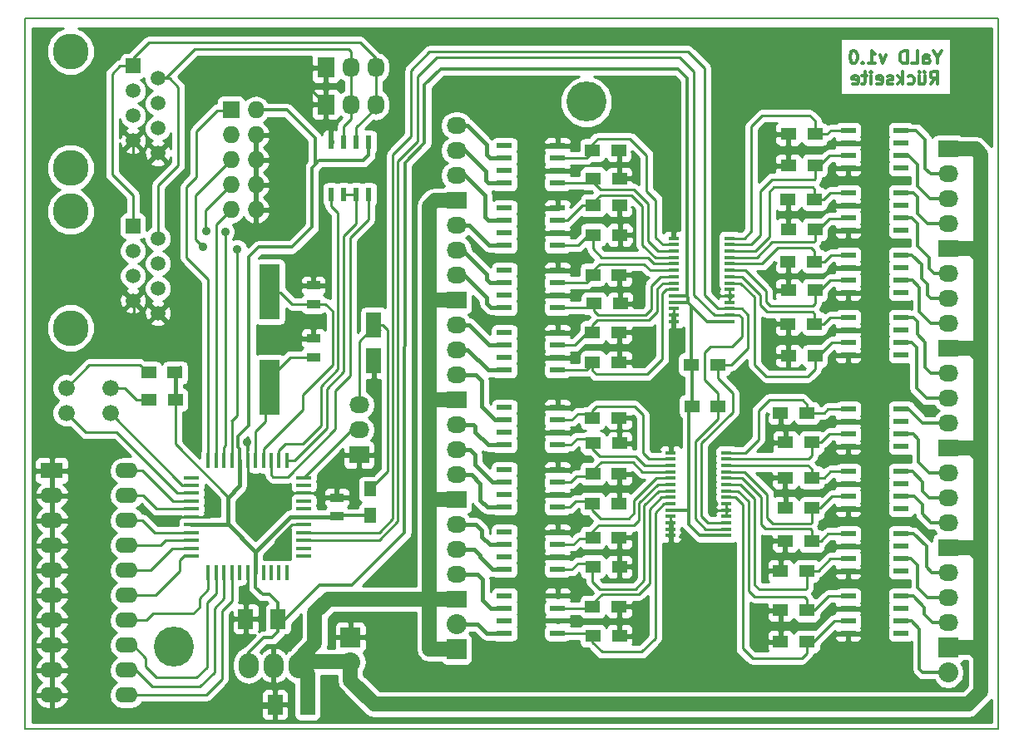
<source format=gbl>
G04 #@! TF.FileFunction,Copper,L2,Bot,Signal*
%FSLAX46Y46*%
G04 Gerber Fmt 4.6, Leading zero omitted, Abs format (unit mm)*
G04 Created by KiCad (PCBNEW 0.201501052116+5352~20~ubuntu14.04.1-product) date Di 06 Jan 2015 18:05:51 CET*
%MOMM*%
G01*
G04 APERTURE LIST*
%ADD10C,0.150000*%
%ADD11C,0.300000*%
%ADD12C,0.200000*%
%ADD13C,4.064000*%
%ADD14R,1.397000X0.889000*%
%ADD15R,1.600200X2.600960*%
%ADD16R,1.524000X2.032000*%
%ADD17C,1.676400*%
%ADD18R,1.524000X0.406400*%
%ADD19R,0.406400X1.524000*%
%ADD20R,1.100000X0.400000*%
%ADD21R,2.032000X1.727200*%
%ADD22O,2.032000X1.727200*%
%ADD23R,1.727200X2.032000*%
%ADD24O,1.727200X2.032000*%
%ADD25R,2.032000X2.032000*%
%ADD26O,2.032000X2.032000*%
%ADD27R,1.500000X1.300000*%
%ADD28R,1.300000X1.500000*%
%ADD29R,2.286000X1.574800*%
%ADD30O,2.286000X1.574800*%
%ADD31R,0.599440X1.399540*%
%ADD32O,2.032000X2.540000*%
%ADD33R,1.550000X0.600000*%
%ADD34R,2.100580X5.600700*%
%ADD35C,3.649980*%
%ADD36R,1.501140X1.501140*%
%ADD37C,1.501140*%
%ADD38R,1.727200X1.727200*%
%ADD39O,1.727200X1.727200*%
%ADD40C,0.889000*%
%ADD41C,0.254000*%
%ADD42C,1.500000*%
%ADD43C,0.320000*%
%ADD44C,0.420000*%
G04 APERTURE END LIST*
D10*
D11*
X118242380Y-28079048D02*
X118242380Y-28698095D01*
X118675713Y-27398095D02*
X118242380Y-28079048D01*
X117809047Y-27398095D01*
X116818570Y-28698095D02*
X116818570Y-28017143D01*
X116880475Y-27893333D01*
X117004285Y-27831429D01*
X117251904Y-27831429D01*
X117375713Y-27893333D01*
X116818570Y-28636190D02*
X116942380Y-28698095D01*
X117251904Y-28698095D01*
X117375713Y-28636190D01*
X117437618Y-28512381D01*
X117437618Y-28388571D01*
X117375713Y-28264762D01*
X117251904Y-28202857D01*
X116942380Y-28202857D01*
X116818570Y-28140952D01*
X115580476Y-28698095D02*
X116199523Y-28698095D01*
X116199523Y-27398095D01*
X115147142Y-28698095D02*
X115147142Y-27398095D01*
X114837618Y-27398095D01*
X114651904Y-27460000D01*
X114528095Y-27583810D01*
X114466190Y-27707619D01*
X114404285Y-27955238D01*
X114404285Y-28140952D01*
X114466190Y-28388571D01*
X114528095Y-28512381D01*
X114651904Y-28636190D01*
X114837618Y-28698095D01*
X115147142Y-28698095D01*
X112980476Y-27831429D02*
X112670952Y-28698095D01*
X112361428Y-27831429D01*
X111185238Y-28698095D02*
X111928095Y-28698095D01*
X111556666Y-28698095D02*
X111556666Y-27398095D01*
X111680476Y-27583810D01*
X111804285Y-27707619D01*
X111928095Y-27769524D01*
X110628095Y-28574286D02*
X110566190Y-28636190D01*
X110628095Y-28698095D01*
X110690000Y-28636190D01*
X110628095Y-28574286D01*
X110628095Y-28698095D01*
X109761428Y-27398095D02*
X109637619Y-27398095D01*
X109513809Y-27460000D01*
X109451904Y-27521905D01*
X109390000Y-27645714D01*
X109328095Y-27893333D01*
X109328095Y-28202857D01*
X109390000Y-28450476D01*
X109451904Y-28574286D01*
X109513809Y-28636190D01*
X109637619Y-28698095D01*
X109761428Y-28698095D01*
X109885238Y-28636190D01*
X109947142Y-28574286D01*
X110009047Y-28450476D01*
X110070952Y-28202857D01*
X110070952Y-27893333D01*
X110009047Y-27645714D01*
X109947142Y-27521905D01*
X109885238Y-27460000D01*
X109761428Y-27398095D01*
X117530476Y-30818095D02*
X117963809Y-30199048D01*
X118273333Y-30818095D02*
X118273333Y-29518095D01*
X117778095Y-29518095D01*
X117654286Y-29580000D01*
X117592381Y-29641905D01*
X117530476Y-29765714D01*
X117530476Y-29951429D01*
X117592381Y-30075238D01*
X117654286Y-30137143D01*
X117778095Y-30199048D01*
X118273333Y-30199048D01*
X116416190Y-29951429D02*
X116416190Y-30818095D01*
X116973333Y-29951429D02*
X116973333Y-30632381D01*
X116911428Y-30756190D01*
X116787619Y-30818095D01*
X116601905Y-30818095D01*
X116478095Y-30756190D01*
X116416190Y-30694286D01*
X116911428Y-29518095D02*
X116849524Y-29580000D01*
X116911428Y-29641905D01*
X116973333Y-29580000D01*
X116911428Y-29518095D01*
X116911428Y-29641905D01*
X116416190Y-29518095D02*
X116354286Y-29580000D01*
X116416190Y-29641905D01*
X116478095Y-29580000D01*
X116416190Y-29518095D01*
X116416190Y-29641905D01*
X115240000Y-30756190D02*
X115363810Y-30818095D01*
X115611429Y-30818095D01*
X115735238Y-30756190D01*
X115797143Y-30694286D01*
X115859048Y-30570476D01*
X115859048Y-30199048D01*
X115797143Y-30075238D01*
X115735238Y-30013333D01*
X115611429Y-29951429D01*
X115363810Y-29951429D01*
X115240000Y-30013333D01*
X114682857Y-30818095D02*
X114682857Y-29518095D01*
X114559048Y-30322857D02*
X114187619Y-30818095D01*
X114187619Y-29951429D02*
X114682857Y-30446667D01*
X113692381Y-30756190D02*
X113568571Y-30818095D01*
X113320952Y-30818095D01*
X113197143Y-30756190D01*
X113135238Y-30632381D01*
X113135238Y-30570476D01*
X113197143Y-30446667D01*
X113320952Y-30384762D01*
X113506667Y-30384762D01*
X113630476Y-30322857D01*
X113692381Y-30199048D01*
X113692381Y-30137143D01*
X113630476Y-30013333D01*
X113506667Y-29951429D01*
X113320952Y-29951429D01*
X113197143Y-30013333D01*
X112082857Y-30756190D02*
X112206667Y-30818095D01*
X112454286Y-30818095D01*
X112578095Y-30756190D01*
X112640000Y-30632381D01*
X112640000Y-30137143D01*
X112578095Y-30013333D01*
X112454286Y-29951429D01*
X112206667Y-29951429D01*
X112082857Y-30013333D01*
X112020952Y-30137143D01*
X112020952Y-30260952D01*
X112640000Y-30384762D01*
X111463809Y-30818095D02*
X111463809Y-29951429D01*
X111463809Y-29518095D02*
X111525714Y-29580000D01*
X111463809Y-29641905D01*
X111401904Y-29580000D01*
X111463809Y-29518095D01*
X111463809Y-29641905D01*
X111030475Y-29951429D02*
X110535237Y-29951429D01*
X110844761Y-29518095D02*
X110844761Y-30632381D01*
X110782856Y-30756190D01*
X110659047Y-30818095D01*
X110535237Y-30818095D01*
X109606666Y-30756190D02*
X109730476Y-30818095D01*
X109978095Y-30818095D01*
X110101904Y-30756190D01*
X110163809Y-30632381D01*
X110163809Y-30137143D01*
X110101904Y-30013333D01*
X109978095Y-29951429D01*
X109730476Y-29951429D01*
X109606666Y-30013333D01*
X109544761Y-30137143D01*
X109544761Y-30260952D01*
X110163809Y-30384762D01*
D12*
X124460000Y-24130000D02*
X25400000Y-24130000D01*
X124460000Y-96520000D02*
X124460000Y-24130000D01*
X25400000Y-96520000D02*
X124460000Y-96520000D01*
X25400000Y-24130000D02*
X25400000Y-96520000D01*
D13*
X40500000Y-88100000D03*
X82500000Y-32600000D03*
D14*
X54710000Y-56697500D03*
X54710000Y-58602500D03*
X54710000Y-51317500D03*
X54710000Y-53222500D03*
D15*
X60860000Y-55349140D03*
X60860000Y-58950860D03*
D16*
X54121000Y-94030000D03*
X50819000Y-94030000D03*
D14*
X57100000Y-74852500D03*
X57100000Y-72947500D03*
D16*
X51111000Y-85290000D03*
X47809000Y-85290000D03*
D17*
X29560000Y-61750000D03*
X29560000Y-64290000D03*
X34060000Y-61750000D03*
X34060000Y-64290000D03*
D18*
X42305000Y-74880000D03*
X42305000Y-74079900D03*
X42305000Y-73279800D03*
X42305000Y-72479700D03*
X42305000Y-71679600D03*
X42305000Y-70879500D03*
X42305000Y-75680100D03*
X42305000Y-76480200D03*
X42305000Y-77280300D03*
X42305000Y-78080400D03*
X42305000Y-78880500D03*
X53735000Y-74880000D03*
X53735000Y-74079900D03*
X53735000Y-73279800D03*
X53735000Y-72479700D03*
X53735000Y-71679600D03*
X53735000Y-70879500D03*
X53735000Y-75680100D03*
X53735000Y-76480200D03*
X53735000Y-77280300D03*
X53735000Y-78080400D03*
X53735000Y-78880500D03*
D19*
X48020000Y-69165000D03*
X48020000Y-80595000D03*
X48820100Y-69165000D03*
X48820100Y-80595000D03*
X49620200Y-80595000D03*
X49620200Y-69165000D03*
X50420300Y-69165000D03*
X50420300Y-80595000D03*
X51220400Y-80595000D03*
X51220400Y-69165000D03*
X52020500Y-69165000D03*
X52020500Y-80595000D03*
X47219900Y-80595000D03*
X47219900Y-69165000D03*
X46419800Y-69165000D03*
X46419800Y-80595000D03*
X45619700Y-80595000D03*
X45619700Y-69165000D03*
X44819600Y-69165000D03*
X44819600Y-80595000D03*
X44019500Y-80595000D03*
X44019500Y-69165000D03*
D20*
X91070000Y-76795000D03*
X91070000Y-76145000D03*
X91070000Y-75495000D03*
X91070000Y-74845000D03*
X91070000Y-74195000D03*
X91070000Y-73545000D03*
X91070000Y-72895000D03*
X91070000Y-72245000D03*
X91070000Y-71595000D03*
X91070000Y-70945000D03*
X91070000Y-70295000D03*
X91070000Y-69645000D03*
X91070000Y-68995000D03*
X91070000Y-68345000D03*
X96770000Y-68345000D03*
X96770000Y-68995000D03*
X96770000Y-69645000D03*
X96770000Y-70295000D03*
X96770000Y-70945000D03*
X96770000Y-71595000D03*
X96770000Y-72245000D03*
X96770000Y-72895000D03*
X96770000Y-73545000D03*
X96770000Y-74195000D03*
X96770000Y-74845000D03*
X96770000Y-75495000D03*
X96770000Y-76145000D03*
X96770000Y-76795000D03*
X91390000Y-54965000D03*
X91390000Y-54315000D03*
X91390000Y-53665000D03*
X91390000Y-53015000D03*
X91390000Y-52365000D03*
X91390000Y-51715000D03*
X91390000Y-51065000D03*
X91390000Y-50415000D03*
X91390000Y-49765000D03*
X91390000Y-49115000D03*
X91390000Y-48465000D03*
X91390000Y-47815000D03*
X91390000Y-47165000D03*
X91390000Y-46515000D03*
X97090000Y-46515000D03*
X97090000Y-47165000D03*
X97090000Y-47815000D03*
X97090000Y-48465000D03*
X97090000Y-49115000D03*
X97090000Y-49765000D03*
X97090000Y-50415000D03*
X97090000Y-51065000D03*
X97090000Y-51715000D03*
X97090000Y-52365000D03*
X97090000Y-53015000D03*
X97090000Y-53665000D03*
X97090000Y-54315000D03*
X97090000Y-54965000D03*
D21*
X59360000Y-68550000D03*
D22*
X59360000Y-66010000D03*
X59360000Y-63470000D03*
D23*
X55990000Y-29130000D03*
D24*
X58530000Y-29130000D03*
X61070000Y-29130000D03*
D23*
X55990000Y-32880000D03*
D24*
X58530000Y-32880000D03*
X61070000Y-32880000D03*
D25*
X58470000Y-87160000D03*
D26*
X58470000Y-89700000D03*
D21*
X69280000Y-83280000D03*
D22*
X69280000Y-80740000D03*
X69280000Y-78200000D03*
X69280000Y-75660000D03*
D21*
X69280000Y-73120000D03*
D22*
X69280000Y-70580000D03*
X69280000Y-68040000D03*
X69280000Y-65500000D03*
D21*
X119310000Y-67880000D03*
D22*
X119310000Y-70420000D03*
X119310000Y-72960000D03*
X119310000Y-75500000D03*
D21*
X119310000Y-78040000D03*
D22*
X119310000Y-80580000D03*
X119310000Y-83120000D03*
X119310000Y-85660000D03*
D21*
X69280000Y-62960000D03*
D22*
X69280000Y-60420000D03*
X69280000Y-57880000D03*
X69280000Y-55340000D03*
D21*
X69280000Y-52800000D03*
D22*
X69280000Y-50260000D03*
X69280000Y-47720000D03*
X69280000Y-45180000D03*
D21*
X69280000Y-42640000D03*
D22*
X69280000Y-40100000D03*
X69280000Y-37560000D03*
X69280000Y-35020000D03*
D21*
X119310000Y-37400000D03*
D22*
X119310000Y-39940000D03*
X119310000Y-42480000D03*
X119310000Y-45020000D03*
D21*
X119310000Y-47560000D03*
D22*
X119310000Y-50100000D03*
X119310000Y-52640000D03*
X119310000Y-55180000D03*
D21*
X119310000Y-57720000D03*
D22*
X119310000Y-60260000D03*
X119310000Y-62800000D03*
X119310000Y-65340000D03*
D27*
X40640000Y-60200000D03*
X37940000Y-60200000D03*
X40670000Y-62970000D03*
X37970000Y-62970000D03*
D28*
X60480000Y-72060000D03*
X60480000Y-74760000D03*
D27*
X93220000Y-63620000D03*
X95920000Y-63620000D03*
X93170000Y-59370000D03*
X95870000Y-59370000D03*
X85860000Y-87010000D03*
X83160000Y-87010000D03*
X85840000Y-84030000D03*
X83140000Y-84030000D03*
X85860000Y-79960000D03*
X83160000Y-79960000D03*
X85850000Y-77000000D03*
X83150000Y-77000000D03*
X85810000Y-73550000D03*
X83110000Y-73550000D03*
X85850000Y-70500000D03*
X83150000Y-70500000D03*
X85880000Y-67400000D03*
X83180000Y-67400000D03*
X85840000Y-64810000D03*
X83140000Y-64810000D03*
X102250000Y-64300000D03*
X104950000Y-64300000D03*
X102750000Y-67300000D03*
X105450000Y-67300000D03*
X102720000Y-70890000D03*
X105420000Y-70890000D03*
X102750000Y-74000000D03*
X105450000Y-74000000D03*
X102720000Y-77340000D03*
X105420000Y-77340000D03*
X102250000Y-80400000D03*
X104950000Y-80400000D03*
X102250000Y-84400000D03*
X104950000Y-84400000D03*
X102250000Y-87600000D03*
X104950000Y-87600000D03*
X85840000Y-59130000D03*
X83140000Y-59130000D03*
X85830000Y-56080000D03*
X83130000Y-56080000D03*
X85950000Y-53150000D03*
X83250000Y-53150000D03*
X85850000Y-50220000D03*
X83150000Y-50220000D03*
X85910000Y-46160000D03*
X83210000Y-46160000D03*
X85890000Y-43150000D03*
X83190000Y-43150000D03*
X85870000Y-40420000D03*
X83170000Y-40420000D03*
X85820000Y-37520000D03*
X83120000Y-37520000D03*
X103050000Y-35900000D03*
X105750000Y-35900000D03*
X103050000Y-39100000D03*
X105750000Y-39100000D03*
X103020000Y-42520000D03*
X105720000Y-42520000D03*
X103050000Y-45600000D03*
X105750000Y-45600000D03*
X103020000Y-48870000D03*
X105720000Y-48870000D03*
X103050000Y-51800000D03*
X105750000Y-51800000D03*
X103020000Y-55220000D03*
X105720000Y-55220000D03*
X103050000Y-58500000D03*
X105750000Y-58500000D03*
D29*
X28090000Y-70170000D03*
D30*
X28090000Y-72710000D03*
X28090000Y-75250000D03*
X28090000Y-77790000D03*
X28090000Y-80330000D03*
X28090000Y-82870000D03*
X28090000Y-85410000D03*
X28090000Y-87950000D03*
X28090000Y-90490000D03*
X28090000Y-93030000D03*
X35710000Y-93030000D03*
X35710000Y-90490000D03*
X35710000Y-87950000D03*
X35710000Y-85410000D03*
X35710000Y-82870000D03*
X35710000Y-80330000D03*
X35710000Y-77790000D03*
X35710000Y-75250000D03*
X35710000Y-72710000D03*
X35710000Y-70170000D03*
D31*
X60325000Y-36703000D03*
X60325000Y-42037000D03*
X59055000Y-36703000D03*
X57785000Y-36703000D03*
X56515000Y-36703000D03*
X59055000Y-42037000D03*
X57785000Y-42037000D03*
X56515000Y-42037000D03*
D32*
X50670000Y-90030000D03*
X48130000Y-90030000D03*
X53210000Y-90030000D03*
D33*
X79560000Y-82925000D03*
X79560000Y-84195000D03*
X79560000Y-85465000D03*
X79560000Y-86735000D03*
X74160000Y-86735000D03*
X74160000Y-85465000D03*
X74160000Y-84195000D03*
X74160000Y-82925000D03*
X79550000Y-76445000D03*
X79550000Y-77715000D03*
X79550000Y-78985000D03*
X79550000Y-80255000D03*
X74150000Y-80255000D03*
X74150000Y-78985000D03*
X74150000Y-77715000D03*
X74150000Y-76445000D03*
X79550000Y-70095000D03*
X79550000Y-71365000D03*
X79550000Y-72635000D03*
X79550000Y-73905000D03*
X74150000Y-73905000D03*
X74150000Y-72635000D03*
X74150000Y-71365000D03*
X74150000Y-70095000D03*
X79550000Y-63745000D03*
X79550000Y-65015000D03*
X79550000Y-66285000D03*
X79550000Y-67555000D03*
X74150000Y-67555000D03*
X74150000Y-66285000D03*
X74150000Y-65015000D03*
X74150000Y-63745000D03*
X109140000Y-67715000D03*
X109140000Y-66445000D03*
X109140000Y-65175000D03*
X109140000Y-63905000D03*
X114540000Y-63905000D03*
X114540000Y-65175000D03*
X114540000Y-66445000D03*
X114540000Y-67715000D03*
X109140000Y-74065000D03*
X109140000Y-72795000D03*
X109140000Y-71525000D03*
X109140000Y-70255000D03*
X114540000Y-70255000D03*
X114540000Y-71525000D03*
X114540000Y-72795000D03*
X114540000Y-74065000D03*
X109140000Y-80415000D03*
X109140000Y-79145000D03*
X109140000Y-77875000D03*
X109140000Y-76605000D03*
X114540000Y-76605000D03*
X114540000Y-77875000D03*
X114540000Y-79145000D03*
X114540000Y-80415000D03*
X109140000Y-86765000D03*
X109140000Y-85495000D03*
X109140000Y-84225000D03*
X109140000Y-82955000D03*
X114540000Y-82955000D03*
X114540000Y-84225000D03*
X114540000Y-85495000D03*
X114540000Y-86765000D03*
X79550000Y-56125000D03*
X79550000Y-57395000D03*
X79550000Y-58665000D03*
X79550000Y-59935000D03*
X74150000Y-59935000D03*
X74150000Y-58665000D03*
X74150000Y-57395000D03*
X74150000Y-56125000D03*
X79550000Y-49775000D03*
X79550000Y-51045000D03*
X79550000Y-52315000D03*
X79550000Y-53585000D03*
X74150000Y-53585000D03*
X74150000Y-52315000D03*
X74150000Y-51045000D03*
X74150000Y-49775000D03*
X79550000Y-43425000D03*
X79550000Y-44695000D03*
X79550000Y-45965000D03*
X79550000Y-47235000D03*
X74150000Y-47235000D03*
X74150000Y-45965000D03*
X74150000Y-44695000D03*
X74150000Y-43425000D03*
X79550000Y-37075000D03*
X79550000Y-38345000D03*
X79550000Y-39615000D03*
X79550000Y-40885000D03*
X74150000Y-40885000D03*
X74150000Y-39615000D03*
X74150000Y-38345000D03*
X74150000Y-37075000D03*
X109140000Y-39345000D03*
X109140000Y-38075000D03*
X109140000Y-36805000D03*
X109140000Y-35535000D03*
X114540000Y-35535000D03*
X114540000Y-36805000D03*
X114540000Y-38075000D03*
X114540000Y-39345000D03*
X109140000Y-45695000D03*
X109140000Y-44425000D03*
X109140000Y-43155000D03*
X109140000Y-41885000D03*
X114540000Y-41885000D03*
X114540000Y-43155000D03*
X114540000Y-44425000D03*
X114540000Y-45695000D03*
X109140000Y-52045000D03*
X109140000Y-50775000D03*
X109140000Y-49505000D03*
X109140000Y-48235000D03*
X114540000Y-48235000D03*
X114540000Y-49505000D03*
X114540000Y-50775000D03*
X114540000Y-52045000D03*
X109140000Y-58395000D03*
X109140000Y-57125000D03*
X109140000Y-55855000D03*
X109140000Y-54585000D03*
X114540000Y-54585000D03*
X114540000Y-55855000D03*
X114540000Y-57125000D03*
X114540000Y-58395000D03*
D34*
X50240000Y-61668860D03*
X50240000Y-51971140D03*
D35*
X30000000Y-55638520D03*
X30000000Y-43769100D03*
D36*
X36350000Y-45255000D03*
D37*
X38890000Y-46525000D03*
X36350000Y-47795000D03*
X38890000Y-49065000D03*
X36350000Y-50335000D03*
X38890000Y-51605000D03*
X36350000Y-52875000D03*
X38890000Y-54145000D03*
D35*
X30000000Y-39338520D03*
X30000000Y-27469100D03*
D36*
X36350000Y-28955000D03*
D37*
X38890000Y-30225000D03*
X36350000Y-31495000D03*
X38890000Y-32765000D03*
X36350000Y-34035000D03*
X38890000Y-35305000D03*
X36350000Y-36575000D03*
X38890000Y-37845000D03*
D25*
X69280000Y-88360000D03*
D26*
X69280000Y-85820000D03*
D25*
X119310000Y-88200000D03*
D26*
X119310000Y-90740000D03*
D38*
X46320000Y-33440000D03*
D39*
X48860000Y-33440000D03*
X46320000Y-35980000D03*
X48860000Y-35980000D03*
X46320000Y-38520000D03*
X48860000Y-38520000D03*
X46320000Y-41060000D03*
X48860000Y-41060000D03*
X46320000Y-43600000D03*
X48860000Y-43600000D03*
D40*
X30530000Y-90500000D03*
X30430000Y-87880000D03*
X30430000Y-85390000D03*
X30430000Y-82850000D03*
X30530000Y-80370000D03*
X30510000Y-77750000D03*
X30530000Y-75230000D03*
X30580000Y-72720000D03*
X51130000Y-40970000D03*
X51210000Y-38530000D03*
X51080000Y-35920000D03*
X63370000Y-88210000D03*
X63370000Y-86490000D03*
X61370000Y-88210000D03*
X61340000Y-86460000D03*
X50840000Y-78460000D03*
X57200000Y-70980000D03*
X60900000Y-61610000D03*
X48690000Y-74350000D03*
X47670000Y-94320000D03*
X36340000Y-38530000D03*
X37570000Y-39360000D03*
X36450000Y-54530000D03*
X37680000Y-55380000D03*
X44650000Y-74300000D03*
X39540000Y-75240000D03*
X47980000Y-67250000D03*
X30650000Y-70090000D03*
X30660000Y-93090000D03*
X52950000Y-30980000D03*
X51280000Y-43560000D03*
X43490000Y-47370000D03*
X46960000Y-47600000D03*
X45730000Y-45850000D03*
X43780000Y-45760000D03*
D41*
X28090000Y-90490000D02*
X30550000Y-90490000D01*
X30540000Y-90500000D02*
X30530000Y-90500000D01*
X30550000Y-90490000D02*
X30540000Y-90500000D01*
X28090000Y-87950000D02*
X30360000Y-87950000D01*
X30360000Y-87950000D02*
X30430000Y-87880000D01*
X28090000Y-85410000D02*
X30410000Y-85410000D01*
X30410000Y-85410000D02*
X30430000Y-85390000D01*
X28090000Y-82870000D02*
X30410000Y-82870000D01*
X30410000Y-82870000D02*
X30430000Y-82850000D01*
X28090000Y-80330000D02*
X30490000Y-80330000D01*
X30490000Y-80330000D02*
X30530000Y-80370000D01*
X28090000Y-77790000D02*
X30470000Y-77790000D01*
X30470000Y-77790000D02*
X30510000Y-77750000D01*
X28090000Y-75250000D02*
X30510000Y-75250000D01*
X30510000Y-75250000D02*
X30530000Y-75230000D01*
X48860000Y-41060000D02*
X51040000Y-41060000D01*
X51040000Y-41060000D02*
X51130000Y-40970000D01*
X48860000Y-35980000D02*
X51020000Y-35980000D01*
X51020000Y-35980000D02*
X51080000Y-35920000D01*
X63370000Y-88210000D02*
X63350000Y-88210000D01*
X61340000Y-86460000D02*
X63340000Y-86460000D01*
X63340000Y-86460000D02*
X63370000Y-86490000D01*
X58470000Y-87160000D02*
X60640000Y-87160000D01*
X60640000Y-87160000D02*
X61340000Y-86460000D01*
X48020000Y-71130000D02*
X49369700Y-72479700D01*
X48020000Y-69165000D02*
X48020000Y-71130000D01*
X97090000Y-53015000D02*
X97090000Y-52365000D01*
X97090000Y-52365000D02*
X96165000Y-52365000D01*
X96165000Y-52365000D02*
X95700000Y-51900000D01*
X96770000Y-74195000D02*
X95305000Y-74195000D01*
X95305000Y-74195000D02*
X95300000Y-74200000D01*
X96770000Y-73545000D02*
X96770000Y-74195000D01*
X96770000Y-74195000D02*
X96770000Y-74845000D01*
X91070000Y-74845000D02*
X91070000Y-75495000D01*
X91070000Y-75495000D02*
X91070000Y-76145000D01*
X91070000Y-76145000D02*
X91070000Y-76795000D01*
X97090000Y-52365000D02*
X97090000Y-51715000D01*
X91390000Y-53665000D02*
X91390000Y-54315000D01*
X91390000Y-54315000D02*
X91390000Y-54965000D01*
X48020000Y-81920000D02*
X47820000Y-82120000D01*
X48020000Y-80595000D02*
X48020000Y-81920000D01*
X55459700Y-72479700D02*
X53735000Y-72479700D01*
X55927500Y-72947500D02*
X55459700Y-72479700D01*
X57100000Y-72947500D02*
X55927500Y-72947500D01*
X49369700Y-72479700D02*
X53735000Y-72479700D01*
X91070000Y-66550000D02*
X91090000Y-66530000D01*
X91070000Y-68345000D02*
X91070000Y-66550000D01*
X91390000Y-45190000D02*
X91420000Y-45160000D01*
X91390000Y-46515000D02*
X91390000Y-45190000D01*
X53735000Y-75680100D02*
X53694900Y-75640000D01*
X50845000Y-77325000D02*
X50840000Y-77330000D01*
X50840000Y-77330000D02*
X50840000Y-78460000D01*
X53694900Y-75640000D02*
X52550000Y-75640000D01*
X52550000Y-75640000D02*
X52550000Y-75660000D01*
X52550000Y-75660000D02*
X52510000Y-75660000D01*
X52510000Y-75660000D02*
X50845000Y-77325000D01*
X57200000Y-72847500D02*
X57200000Y-70980000D01*
X57100000Y-72947500D02*
X57200000Y-72847500D01*
X60900000Y-58990860D02*
X60900000Y-61610000D01*
X60860000Y-58950860D02*
X60900000Y-58990860D01*
X48690000Y-73159400D02*
X48690000Y-74350000D01*
X49369700Y-72479700D02*
X48690000Y-73159400D01*
X50529000Y-94320000D02*
X47670000Y-94320000D01*
X50819000Y-94030000D02*
X50529000Y-94320000D01*
X36340000Y-36585000D02*
X36340000Y-38530000D01*
X36350000Y-36575000D02*
X36340000Y-36585000D01*
X37570000Y-39165000D02*
X37570000Y-39360000D01*
X38890000Y-37845000D02*
X37570000Y-39165000D01*
X36450000Y-52975000D02*
X36450000Y-54530000D01*
X36350000Y-52875000D02*
X36450000Y-52975000D01*
X37680000Y-55355000D02*
X37680000Y-55380000D01*
X38890000Y-54145000D02*
X37680000Y-55355000D01*
X44080000Y-74870000D02*
X44650000Y-74300000D01*
X42315000Y-74870000D02*
X44080000Y-74870000D01*
X42305000Y-74880000D02*
X42315000Y-74870000D01*
X39910000Y-74870000D02*
X39540000Y-75240000D01*
X42295000Y-74870000D02*
X39910000Y-74870000D01*
X42305000Y-74880000D02*
X42295000Y-74870000D01*
X47970000Y-67260000D02*
X47980000Y-67250000D01*
X47970000Y-69115000D02*
X47970000Y-67260000D01*
X48020000Y-69165000D02*
X47970000Y-69115000D01*
X28170000Y-70090000D02*
X30650000Y-70090000D01*
X28090000Y-70170000D02*
X28170000Y-70090000D01*
X28150000Y-93090000D02*
X30660000Y-93090000D01*
X28090000Y-93030000D02*
X28150000Y-93090000D01*
X54090000Y-30980000D02*
X52950000Y-30980000D01*
X52940000Y-30990000D02*
X52920000Y-31010000D01*
X55990000Y-32880000D02*
X54090000Y-30980000D01*
X52940000Y-30990000D02*
X52950000Y-30980000D01*
X48900000Y-43560000D02*
X51280000Y-43560000D01*
X48860000Y-43600000D02*
X48900000Y-43560000D01*
X52377500Y-58602500D02*
X54710000Y-58602500D01*
X49830000Y-61150000D02*
X52377500Y-58602500D01*
X49830000Y-61698860D02*
X49830000Y-61150000D01*
X48820100Y-66199900D02*
X49830000Y-65190000D01*
X49830000Y-65190000D02*
X49830000Y-61698860D01*
X48820100Y-69165000D02*
X48820100Y-66199900D01*
X51351140Y-52001140D02*
X52572500Y-53222500D01*
X52572500Y-53222500D02*
X54710000Y-53222500D01*
X49830000Y-52001140D02*
X51351140Y-52001140D01*
X49620200Y-67959800D02*
X53610000Y-63970000D01*
X53610000Y-63970000D02*
X53610000Y-62480000D01*
X53610000Y-62480000D02*
X56650000Y-59440000D01*
X56650000Y-59440000D02*
X56650000Y-53910000D01*
X56650000Y-53910000D02*
X55962500Y-53222500D01*
X55962500Y-53222500D02*
X54710000Y-53222500D01*
X49620200Y-69165000D02*
X49620200Y-67959800D01*
X59360000Y-57020000D02*
X60500860Y-55879140D01*
X60500860Y-55879140D02*
X61540000Y-55879140D01*
X59360000Y-63470000D02*
X59360000Y-57020000D01*
X61769140Y-55349140D02*
X62260000Y-55840000D01*
X62260000Y-55840000D02*
X62260000Y-70280000D01*
X62260000Y-70280000D02*
X60480000Y-72060000D01*
X60860000Y-55349140D02*
X61769140Y-55349140D01*
D42*
X119310000Y-88200000D02*
X121840000Y-88200000D01*
X121840000Y-88200000D02*
X122680000Y-89040000D01*
X119310000Y-78040000D02*
X121850000Y-78040000D01*
X121850000Y-78040000D02*
X122680000Y-78870000D01*
X119310000Y-67880000D02*
X121870000Y-67880000D01*
X121870000Y-67880000D02*
X122680000Y-68690000D01*
X119310000Y-57720000D02*
X121840000Y-57720000D01*
X121840000Y-57720000D02*
X122680000Y-58560000D01*
X119310000Y-47560000D02*
X121850000Y-47560000D01*
X121850000Y-47560000D02*
X122680000Y-48390000D01*
X58470000Y-89700000D02*
X58470000Y-91540000D01*
X122090000Y-37400000D02*
X119310000Y-37400000D01*
X122680000Y-37990000D02*
X122090000Y-37400000D01*
X122680000Y-92670000D02*
X122680000Y-89040000D01*
X122680000Y-89040000D02*
X122680000Y-78870000D01*
X122680000Y-78870000D02*
X122680000Y-68690000D01*
X122680000Y-68690000D02*
X122680000Y-58560000D01*
X122680000Y-58560000D02*
X122680000Y-48390000D01*
X122680000Y-48390000D02*
X122680000Y-37990000D01*
X121360000Y-93990000D02*
X122680000Y-92670000D01*
X60920000Y-93990000D02*
X121360000Y-93990000D01*
X58470000Y-91540000D02*
X60920000Y-93990000D01*
X54860000Y-84960000D02*
X54860000Y-84660000D01*
X56240000Y-83280000D02*
X66520000Y-83280000D01*
X54860000Y-84660000D02*
X56240000Y-83280000D01*
X53210000Y-90030000D02*
X53210000Y-89440000D01*
X53210000Y-89440000D02*
X54860000Y-87790000D01*
X54860000Y-87790000D02*
X54860000Y-84960000D01*
X54860000Y-84960000D02*
X54860000Y-84810000D01*
X66520000Y-83280000D02*
X66520000Y-88350000D01*
X66520000Y-88350000D02*
X66530000Y-88360000D01*
X66530000Y-88360000D02*
X69280000Y-88360000D01*
X53580000Y-89660000D02*
X53210000Y-90030000D01*
X58720000Y-89660000D02*
X53580000Y-89660000D01*
X54121000Y-90941000D02*
X53210000Y-90030000D01*
X54121000Y-94030000D02*
X54121000Y-90941000D01*
X66520000Y-43220000D02*
X67100000Y-42640000D01*
X67100000Y-42640000D02*
X69280000Y-42640000D01*
X66520000Y-52800000D02*
X66520000Y-43220000D01*
X66520000Y-62960000D02*
X66520000Y-52800000D01*
X66520000Y-73120000D02*
X66520000Y-62960000D01*
X66520000Y-78870000D02*
X66520000Y-73120000D01*
X66520000Y-83280000D02*
X66520000Y-78870000D01*
X69280000Y-83280000D02*
X66520000Y-83280000D01*
X69280000Y-73120000D02*
X66520000Y-73120000D01*
X69280000Y-62960000D02*
X66520000Y-62960000D01*
X69280000Y-52800000D02*
X66520000Y-52800000D01*
X53210000Y-90030000D02*
X53210000Y-89490000D01*
D43*
X67670000Y-29230000D02*
X66040000Y-30910000D01*
X64011140Y-38858860D02*
X63981140Y-76498860D01*
X66040000Y-36830000D02*
X64011140Y-38858860D01*
X66040000Y-30910000D02*
X66040000Y-36830000D01*
X92745000Y-30165000D02*
X91810000Y-29230000D01*
X91810000Y-29230000D02*
X67670000Y-29230000D01*
X97090000Y-54965000D02*
X94765000Y-54965000D01*
X94765000Y-54965000D02*
X93170000Y-53370000D01*
X92815000Y-52505000D02*
X92815000Y-53015000D01*
X92770000Y-52460000D02*
X92815000Y-52505000D01*
X91390000Y-52365000D02*
X92675000Y-52365000D01*
X92745000Y-52435000D02*
X92770000Y-52460000D01*
X92675000Y-52365000D02*
X92745000Y-52435000D01*
X93170000Y-59370000D02*
X93170000Y-53370000D01*
X92815000Y-53015000D02*
X91390000Y-53015000D01*
X93170000Y-53370000D02*
X92815000Y-53015000D01*
X93220000Y-62000000D02*
X93220000Y-59420000D01*
X93220000Y-63620000D02*
X93220000Y-62000000D01*
X93220000Y-59420000D02*
X93170000Y-59370000D01*
X91070000Y-74195000D02*
X92735000Y-74195000D01*
X92735000Y-74195000D02*
X92940000Y-74400000D01*
X96770000Y-76795000D02*
X94045000Y-76795000D01*
X92940000Y-75690000D02*
X92940000Y-74400000D01*
X92940000Y-74400000D02*
X92940000Y-63900000D01*
X94045000Y-76795000D02*
X92940000Y-75690000D01*
X92940000Y-63900000D02*
X93220000Y-63620000D01*
D41*
X53762500Y-74852500D02*
X53735000Y-74880000D01*
D44*
X52380000Y-74880000D02*
X53735000Y-74880000D01*
X48820100Y-80595000D02*
X48820100Y-78439900D01*
X42305000Y-75680100D02*
X46020000Y-75680100D01*
X47219900Y-71720100D02*
X47219900Y-69165000D01*
X40670000Y-60230000D02*
X40640000Y-60200000D01*
X40670000Y-62970000D02*
X40670000Y-60230000D01*
D41*
X46020000Y-72830000D02*
X40670000Y-67480000D01*
X40670000Y-67480000D02*
X40670000Y-62970000D01*
D44*
X57072500Y-74880000D02*
X57100000Y-74852500D01*
X53735000Y-74880000D02*
X57072500Y-74880000D01*
D43*
X48130000Y-88690000D02*
X49640000Y-87180000D01*
X49640000Y-87180000D02*
X50540000Y-87180000D01*
X50540000Y-87180000D02*
X51111000Y-86609000D01*
X51111000Y-86609000D02*
X51111000Y-85290000D01*
X48130000Y-90030000D02*
X48130000Y-88690000D01*
X51111000Y-83631000D02*
X50260000Y-82780000D01*
X50260000Y-82780000D02*
X49540000Y-82780000D01*
X49540000Y-82780000D02*
X48820100Y-82060100D01*
X48820100Y-82060100D02*
X48820100Y-80595000D01*
X51111000Y-85290000D02*
X51111000Y-83631000D01*
X57192500Y-74760000D02*
X57100000Y-74852500D01*
X60480000Y-74760000D02*
X57192500Y-74760000D01*
X51111000Y-85290000D02*
X51670000Y-85290000D01*
X41150000Y-59690000D02*
X40640000Y-60200000D01*
X63981140Y-76498860D02*
X58670000Y-81810000D01*
X58670000Y-81810000D02*
X55370000Y-81810000D01*
X55370000Y-81810000D02*
X51890000Y-85290000D01*
X51890000Y-85290000D02*
X51111000Y-85290000D01*
X92745000Y-52435000D02*
X92745000Y-30165000D01*
D44*
X46020000Y-72920000D02*
X47219900Y-71720100D01*
D41*
X46020000Y-72920000D02*
X46020000Y-72830000D01*
D44*
X48820100Y-78439900D02*
X52380000Y-74880000D01*
X46060300Y-75680100D02*
X48820100Y-78439900D01*
X46020000Y-75680100D02*
X46060300Y-75680100D01*
X46020000Y-75680100D02*
X46020000Y-72920000D01*
D43*
X47219900Y-69165000D02*
X47220000Y-69164900D01*
X60280000Y-38090000D02*
X60290000Y-38080000D01*
X54570000Y-39310000D02*
X54890000Y-38990000D01*
X48710000Y-47830000D02*
X49120000Y-47420000D01*
X48150000Y-65570000D02*
X48150000Y-48680000D01*
X48150000Y-48680000D02*
X48150000Y-48390000D01*
X48150000Y-48390000D02*
X48710000Y-47830000D01*
X47220000Y-67940000D02*
X47070000Y-67790000D01*
X47220000Y-69164900D02*
X47220000Y-67940000D01*
X47070000Y-66650000D02*
X48070000Y-65650000D01*
X47070000Y-67790000D02*
X47070000Y-66650000D01*
X48070000Y-65650000D02*
X48150000Y-65570000D01*
X49120000Y-47420000D02*
X52520000Y-47420000D01*
X52520000Y-47420000D02*
X54570000Y-45370000D01*
X54570000Y-45370000D02*
X54570000Y-39310000D01*
X54890000Y-38990000D02*
X55190000Y-38690000D01*
X59790000Y-38580000D02*
X60280000Y-38090000D01*
X55300000Y-38580000D02*
X59790000Y-38580000D01*
X55190000Y-38690000D02*
X55300000Y-38580000D01*
X60325000Y-38045000D02*
X60325000Y-36703000D01*
X60280000Y-38090000D02*
X60325000Y-38045000D01*
X48860000Y-33440000D02*
X48870000Y-33430000D01*
X54890000Y-36290000D02*
X54890000Y-38990000D01*
X48870000Y-33430000D02*
X52050000Y-33430000D01*
X52050000Y-33430000D02*
X52050000Y-33450000D01*
X52050000Y-33450000D02*
X53270000Y-34670000D01*
X53270000Y-34670000D02*
X54890000Y-36290000D01*
D41*
X37450000Y-59710000D02*
X37940000Y-60200000D01*
X37450000Y-59710000D02*
X37940000Y-60200000D01*
X37940000Y-60200000D02*
X37850000Y-60200000D01*
X37850000Y-60200000D02*
X37050000Y-59400000D01*
X31910000Y-59400000D02*
X29560000Y-61750000D01*
X37050000Y-59400000D02*
X31910000Y-59400000D01*
X34710000Y-66300000D02*
X31570000Y-66300000D01*
X42305000Y-72479700D02*
X40889700Y-72479700D01*
X31570000Y-66300000D02*
X29560000Y-64290000D01*
X40889700Y-72479700D02*
X34710000Y-66300000D01*
X34060000Y-61750000D02*
X35500000Y-61750000D01*
X36720000Y-62970000D02*
X37970000Y-62970000D01*
X35500000Y-61750000D02*
X36720000Y-62970000D01*
X42305000Y-71679600D02*
X41389600Y-71679600D01*
X41389600Y-71679600D02*
X34060000Y-64350000D01*
X34060000Y-64350000D02*
X34060000Y-64290000D01*
X59360000Y-66010000D02*
X58604500Y-66010000D01*
X53735000Y-70879500D02*
X53970500Y-70879500D01*
X58604500Y-66010000D02*
X53735000Y-70879500D01*
X64670000Y-36090000D02*
X64660000Y-29390000D01*
X62810000Y-37970000D02*
X64670000Y-36090000D01*
X96770000Y-75495000D02*
X94895000Y-75495000D01*
X95870000Y-60770000D02*
X95870000Y-59370000D01*
X97400000Y-62300000D02*
X95870000Y-60770000D01*
X97400000Y-64200000D02*
X97400000Y-62300000D01*
X94200000Y-67400000D02*
X97400000Y-64200000D01*
X94200000Y-74800000D02*
X94200000Y-67400000D01*
X94895000Y-75495000D02*
X94200000Y-74800000D01*
X98315000Y-53665000D02*
X98970000Y-54320000D01*
X98970000Y-54320000D02*
X98970000Y-57670000D01*
X98970000Y-57670000D02*
X97270000Y-59370000D01*
X97270000Y-59370000D02*
X95870000Y-59370000D01*
X97090000Y-53665000D02*
X98315000Y-53665000D01*
X61389800Y-76480200D02*
X62810000Y-75060000D01*
X62810000Y-75060000D02*
X62810000Y-37970000D01*
X64660000Y-29390000D02*
X66520000Y-27510000D01*
X66520000Y-27510000D02*
X92840000Y-27510000D01*
X92840000Y-27510000D02*
X94490000Y-29160000D01*
X94490000Y-29160000D02*
X94490000Y-52250000D01*
X94490000Y-52250000D02*
X95905000Y-53665000D01*
X95905000Y-53665000D02*
X97090000Y-53665000D01*
X53735000Y-76480200D02*
X61389800Y-76480200D01*
X63318002Y-75361998D02*
X63318002Y-38630000D01*
X65300000Y-36630000D02*
X65328002Y-33750000D01*
X63318002Y-38630000D02*
X65300000Y-36630000D01*
X65328002Y-33750000D02*
X65328002Y-30050000D01*
X93470000Y-51370000D02*
X93470000Y-51420000D01*
X95515000Y-54315000D02*
X95520000Y-54315000D01*
X93470000Y-52270000D02*
X95515000Y-54315000D01*
X93470000Y-51370000D02*
X93470000Y-52270000D01*
X65328002Y-30050000D02*
X67308002Y-28070000D01*
X67308002Y-28070000D02*
X92001998Y-28070000D01*
X92001998Y-28070000D02*
X93470000Y-29538002D01*
X93470000Y-29538002D02*
X93470000Y-51370000D01*
X97090000Y-54315000D02*
X98015000Y-54315000D01*
X95920000Y-62320000D02*
X95920000Y-63620000D01*
X95920000Y-64870000D02*
X93570000Y-67220000D01*
X95920000Y-63620000D02*
X95920000Y-64870000D01*
X94645000Y-76145000D02*
X96770000Y-76145000D01*
X93570000Y-75070000D02*
X94645000Y-76145000D01*
X93570000Y-67220000D02*
X93570000Y-75070000D01*
X95520000Y-54315000D02*
X97090000Y-54315000D01*
X61399700Y-77280300D02*
X63318002Y-75361998D01*
X53735000Y-77280300D02*
X61399700Y-77280300D01*
X94500000Y-60900000D02*
X95920000Y-62320000D01*
X94500000Y-58100000D02*
X94500000Y-60900000D01*
X95100000Y-57500000D02*
X94500000Y-58100000D01*
X97300000Y-57500000D02*
X95100000Y-57500000D01*
X98300000Y-56500000D02*
X97300000Y-57500000D01*
X98300000Y-54600000D02*
X98300000Y-56500000D01*
X98015000Y-54315000D02*
X98300000Y-54600000D01*
X50420300Y-70620300D02*
X50600000Y-70800000D01*
X58480000Y-46460000D02*
X60325000Y-44615000D01*
X60325000Y-44615000D02*
X60325000Y-42037000D01*
X50420300Y-69165000D02*
X50420300Y-70620300D01*
X50600000Y-70800000D02*
X52110000Y-70800000D01*
X52110000Y-70800000D02*
X56970000Y-65940000D01*
X56970000Y-65940000D02*
X56970000Y-62000000D01*
X56970000Y-62000000D02*
X58480000Y-60490000D01*
X58480000Y-60490000D02*
X58480000Y-46460000D01*
X51220400Y-68109600D02*
X51890000Y-67440000D01*
X55500000Y-65560000D02*
X55500000Y-61570000D01*
X55500000Y-61570000D02*
X57230000Y-59840000D01*
X57230000Y-59840000D02*
X57230000Y-43950000D01*
X57230000Y-43950000D02*
X56515000Y-43235000D01*
X56515000Y-43235000D02*
X56515000Y-42037000D01*
X51220400Y-69165000D02*
X51220400Y-68109600D01*
X51890000Y-67440000D02*
X53620000Y-67440000D01*
X53620000Y-67440000D02*
X55500000Y-65560000D01*
X52795000Y-69165000D02*
X56080000Y-65880000D01*
X56080000Y-65880000D02*
X56080000Y-61840000D01*
X56080000Y-61840000D02*
X57800000Y-60120000D01*
X57800000Y-60120000D02*
X57800000Y-46250000D01*
X57800000Y-46250000D02*
X59055000Y-44995000D01*
X59055000Y-44995000D02*
X59055000Y-42037000D01*
X52020500Y-69165000D02*
X52795000Y-69165000D01*
X57785000Y-42037000D02*
X59055000Y-42037000D01*
X46960000Y-47600000D02*
X46960000Y-64540000D01*
X46400000Y-65100000D02*
X46390000Y-65110000D01*
X46960000Y-64540000D02*
X46400000Y-65100000D01*
X46320000Y-38520000D02*
X42730000Y-42110000D01*
X42730000Y-46610000D02*
X43490000Y-47370000D01*
X42730000Y-46600000D02*
X42730000Y-46610000D01*
X42730000Y-42110000D02*
X42730000Y-46600000D01*
X46419800Y-65119800D02*
X46419800Y-69165000D01*
X46400000Y-65100000D02*
X46419800Y-65119800D01*
X45520000Y-69065300D02*
X45619700Y-69165000D01*
X43740000Y-43640000D02*
X43740000Y-45720000D01*
X46320000Y-41060000D02*
X43740000Y-43640000D01*
X43740000Y-45720000D02*
X43780000Y-45760000D01*
X43780000Y-45760000D02*
X43740000Y-45720000D01*
X45619700Y-67809700D02*
X45619700Y-69165000D01*
X45730000Y-67640000D02*
X45590000Y-67780000D01*
X45730000Y-45850000D02*
X45730000Y-67640000D01*
X45590000Y-67780000D02*
X45619700Y-67809700D01*
X44819600Y-45100400D02*
X44819600Y-69165000D01*
X46320000Y-43600000D02*
X44819600Y-45100400D01*
X46320000Y-33440000D02*
X46280000Y-33480000D01*
X44019500Y-50709500D02*
X44019500Y-69165000D01*
X41790000Y-41280000D02*
X41780000Y-41290000D01*
X41780000Y-41290000D02*
X41780000Y-48470000D01*
X43120000Y-35310000D02*
X42810000Y-35620000D01*
X44950000Y-33480000D02*
X43120000Y-35310000D01*
X46280000Y-33480000D02*
X44950000Y-33480000D01*
X42810000Y-40260000D02*
X41790000Y-41280000D01*
X42810000Y-35620000D02*
X42810000Y-40260000D01*
X41780000Y-48470000D02*
X44019500Y-50709500D01*
X91070000Y-73545000D02*
X90415000Y-73545000D01*
X83130000Y-87700000D02*
X83130000Y-86560000D01*
X84080000Y-88650000D02*
X83130000Y-87700000D01*
X88120000Y-88650000D02*
X84080000Y-88650000D01*
X89520000Y-87250000D02*
X88120000Y-88650000D01*
X89520000Y-74440000D02*
X89520000Y-87250000D01*
X90415000Y-73545000D02*
X89520000Y-74440000D01*
X79560000Y-86735000D02*
X82955000Y-86735000D01*
X82955000Y-86735000D02*
X83130000Y-86560000D01*
X83140000Y-84030000D02*
X83140000Y-83740000D01*
X83140000Y-83740000D02*
X84100000Y-82780000D01*
X90145000Y-72895000D02*
X91070000Y-72895000D01*
X88920000Y-74120000D02*
X90145000Y-72895000D01*
X88920000Y-81660000D02*
X88920000Y-74120000D01*
X87800000Y-82780000D02*
X88920000Y-81660000D01*
X84100000Y-82780000D02*
X87800000Y-82780000D01*
X79560000Y-84195000D02*
X82975000Y-84195000D01*
X82975000Y-84195000D02*
X83140000Y-84030000D01*
X83140000Y-79620000D02*
X83140000Y-81510000D01*
X89875000Y-72245000D02*
X91070000Y-72245000D01*
X88380000Y-73740000D02*
X89875000Y-72245000D01*
X88380000Y-81370000D02*
X88380000Y-73740000D01*
X87500000Y-82250000D02*
X88380000Y-81370000D01*
X83880000Y-82250000D02*
X87500000Y-82250000D01*
X83140000Y-81510000D02*
X83880000Y-82250000D01*
X79550000Y-80255000D02*
X81015000Y-80255000D01*
X81650000Y-79620000D02*
X83140000Y-79620000D01*
X81015000Y-80255000D02*
X81650000Y-79620000D01*
X83140000Y-77080000D02*
X83140000Y-76340000D01*
X89765000Y-71595000D02*
X91070000Y-71595000D01*
X87871998Y-73488002D02*
X89765000Y-71595000D01*
X87871998Y-75210000D02*
X87871998Y-73488002D01*
X87371998Y-75710000D02*
X87871998Y-75210000D01*
X83770000Y-75710000D02*
X87371998Y-75710000D01*
X83140000Y-76340000D02*
X83770000Y-75710000D01*
X79550000Y-77715000D02*
X81155000Y-77715000D01*
X81790000Y-77080000D02*
X83140000Y-77080000D01*
X81155000Y-77715000D02*
X81790000Y-77080000D01*
X83140000Y-73270000D02*
X83140000Y-74230000D01*
X89595000Y-70945000D02*
X91070000Y-70945000D01*
X87340000Y-73200000D02*
X89595000Y-70945000D01*
X87340000Y-74483996D02*
X87340000Y-73200000D01*
X86793996Y-75030000D02*
X87340000Y-74483996D01*
X83940000Y-75030000D02*
X86793996Y-75030000D01*
X83140000Y-74230000D02*
X83940000Y-75030000D01*
X79550000Y-73905000D02*
X80805000Y-73905000D01*
X81440000Y-73270000D02*
X83140000Y-73270000D01*
X80805000Y-73905000D02*
X81440000Y-73270000D01*
X83140000Y-70730000D02*
X83140000Y-70190000D01*
X83140000Y-70190000D02*
X84020000Y-69310000D01*
X88215000Y-70295000D02*
X91070000Y-70295000D01*
X87230000Y-69310000D02*
X88215000Y-70295000D01*
X84020000Y-69310000D02*
X87230000Y-69310000D01*
X79550000Y-71365000D02*
X80885000Y-71365000D01*
X81520000Y-70730000D02*
X83140000Y-70730000D01*
X80885000Y-71365000D02*
X81520000Y-70730000D01*
X83140000Y-66920000D02*
X83140000Y-67940000D01*
X88455000Y-69645000D02*
X91070000Y-69645000D01*
X87490000Y-68680000D02*
X88455000Y-69645000D01*
X83880000Y-68680000D02*
X87490000Y-68680000D01*
X83140000Y-67940000D02*
X83880000Y-68680000D01*
X79550000Y-67555000D02*
X80905000Y-67555000D01*
X81540000Y-66920000D02*
X83140000Y-66920000D01*
X80905000Y-67555000D02*
X81540000Y-66920000D01*
X79550000Y-65015000D02*
X81025000Y-65015000D01*
X81660000Y-64380000D02*
X83140000Y-64380000D01*
X83140000Y-64040000D02*
X83520000Y-63660000D01*
X83520000Y-63660000D02*
X87420000Y-63660000D01*
X87420000Y-63660000D02*
X88250000Y-64490000D01*
X88250000Y-64490000D02*
X88250000Y-68390000D01*
X88250000Y-68390000D02*
X88855000Y-68995000D01*
X88855000Y-68995000D02*
X91070000Y-68995000D01*
X83140000Y-64810000D02*
X83140000Y-64040000D01*
X81025000Y-65015000D02*
X81660000Y-64380000D01*
X104950000Y-64300000D02*
X104950000Y-63450000D01*
X98655000Y-68345000D02*
X96770000Y-68345000D01*
X100000000Y-67000000D02*
X98655000Y-68345000D01*
X100000000Y-64100000D02*
X100000000Y-67000000D01*
X101100000Y-63000000D02*
X100000000Y-64100000D01*
X104500000Y-63000000D02*
X101100000Y-63000000D01*
X104950000Y-63450000D02*
X104500000Y-63000000D01*
X104950000Y-64300000D02*
X106700000Y-64300000D01*
X107095000Y-63905000D02*
X109140000Y-63905000D01*
X106700000Y-64300000D02*
X107095000Y-63905000D01*
X105450000Y-67300000D02*
X106400000Y-67300000D01*
X107255000Y-66445000D02*
X109140000Y-66445000D01*
X106400000Y-67300000D02*
X107255000Y-66445000D01*
X105450000Y-67300000D02*
X105450000Y-68650000D01*
X105105000Y-68995000D02*
X96770000Y-68995000D01*
X105450000Y-68650000D02*
X105105000Y-68995000D01*
X105420000Y-70890000D02*
X106710000Y-70890000D01*
X107345000Y-70255000D02*
X109140000Y-70255000D01*
X106710000Y-70890000D02*
X107345000Y-70255000D01*
X96770000Y-69645000D02*
X105045000Y-69645000D01*
X105420000Y-70020000D02*
X105420000Y-70890000D01*
X105045000Y-69645000D02*
X105420000Y-70020000D01*
X105450000Y-74000000D02*
X106300000Y-74000000D01*
X107505000Y-72795000D02*
X109140000Y-72795000D01*
X106300000Y-74000000D02*
X107505000Y-72795000D01*
X105450000Y-74000000D02*
X105450000Y-75450000D01*
X98595000Y-70295000D02*
X96770000Y-70295000D01*
X100900000Y-72600000D02*
X98595000Y-70295000D01*
X100900000Y-75000000D02*
X100900000Y-72600000D01*
X101490788Y-75590788D02*
X100900000Y-75000000D01*
X105309212Y-75590788D02*
X101490788Y-75590788D01*
X105450000Y-75450000D02*
X105309212Y-75590788D01*
X105420000Y-77340000D02*
X105420000Y-76220000D01*
X98345000Y-70945000D02*
X96770000Y-70945000D01*
X100300000Y-72900000D02*
X98345000Y-70945000D01*
X100300000Y-75700000D02*
X100300000Y-72900000D01*
X100700000Y-76100000D02*
X100300000Y-75700000D01*
X105300000Y-76100000D02*
X100700000Y-76100000D01*
X105420000Y-76220000D02*
X105300000Y-76100000D01*
X105420000Y-77340000D02*
X106360000Y-77340000D01*
X106460000Y-77240000D02*
X107095000Y-76605000D01*
X107095000Y-76605000D02*
X109140000Y-76605000D01*
X106360000Y-77340000D02*
X106460000Y-77240000D01*
X104950000Y-80400000D02*
X104950000Y-82150000D01*
X98195000Y-71595000D02*
X96770000Y-71595000D01*
X99600000Y-73000000D02*
X98195000Y-71595000D01*
X99600000Y-81800000D02*
X99600000Y-73000000D01*
X100100000Y-82300000D02*
X99600000Y-81800000D01*
X104800000Y-82300000D02*
X100100000Y-82300000D01*
X104950000Y-82150000D02*
X104800000Y-82300000D01*
X104950000Y-80400000D02*
X106100000Y-80400000D01*
X107355000Y-79145000D02*
X109140000Y-79145000D01*
X106100000Y-80400000D02*
X107355000Y-79145000D01*
X104950000Y-84400000D02*
X104950000Y-83250000D01*
X97945000Y-72245000D02*
X96770000Y-72245000D01*
X99000000Y-73300000D02*
X97945000Y-72245000D01*
X99000000Y-82391998D02*
X99000000Y-73300000D01*
X99608002Y-83000000D02*
X99000000Y-82391998D01*
X104700000Y-83000000D02*
X99608002Y-83000000D01*
X104950000Y-83250000D02*
X104700000Y-83000000D01*
X104950000Y-84400000D02*
X105700000Y-84400000D01*
X105700000Y-84400000D02*
X107145000Y-82955000D01*
X107145000Y-82955000D02*
X109140000Y-82955000D01*
X96770000Y-72895000D02*
X97695000Y-72895000D01*
X104950000Y-88750000D02*
X104950000Y-87600000D01*
X104400000Y-89300000D02*
X104950000Y-88750000D01*
X99400000Y-89300000D02*
X104400000Y-89300000D01*
X98400000Y-88300000D02*
X99400000Y-89300000D01*
X98400000Y-73600000D02*
X98400000Y-88300000D01*
X97695000Y-72895000D02*
X98400000Y-73600000D01*
X104950000Y-87600000D02*
X105600000Y-87600000D01*
X105600000Y-87600000D02*
X107705000Y-85495000D01*
X107705000Y-85495000D02*
X109140000Y-85495000D01*
X79550000Y-59935000D02*
X82505000Y-59935000D01*
X82505000Y-59935000D02*
X83140000Y-59300000D01*
X90675000Y-51715000D02*
X90250000Y-52140000D01*
X90250000Y-52140000D02*
X90250000Y-58800000D01*
X90250000Y-58800000D02*
X88690000Y-60360000D01*
X88690000Y-60360000D02*
X83510000Y-60360000D01*
X83510000Y-60360000D02*
X83140000Y-59990000D01*
X83140000Y-59990000D02*
X83140000Y-59130000D01*
X91390000Y-51715000D02*
X90675000Y-51715000D01*
X82620000Y-56080000D02*
X83130000Y-56080000D01*
X79550000Y-57395000D02*
X81305000Y-57395000D01*
X83130000Y-55348002D02*
X83618002Y-54860000D01*
X83618002Y-54860000D02*
X88870000Y-54860000D01*
X88870000Y-54860000D02*
X89740000Y-53990000D01*
X89740000Y-53990000D02*
X89740000Y-51610000D01*
X89740000Y-51610000D02*
X90285000Y-51065000D01*
X90285000Y-51065000D02*
X91390000Y-51065000D01*
X83130000Y-56080000D02*
X83130000Y-55348002D01*
X81305000Y-57395000D02*
X82620000Y-56080000D01*
X79550000Y-53585000D02*
X82505000Y-53585000D01*
X82505000Y-53585000D02*
X83140000Y-52950000D01*
X83140000Y-52950000D02*
X83140000Y-53505000D01*
X90005000Y-50415000D02*
X89100000Y-51320000D01*
X89100000Y-51320000D02*
X89100000Y-53720000D01*
X89100000Y-53720000D02*
X88520000Y-54300000D01*
X88520000Y-54300000D02*
X83670000Y-54300000D01*
X83670000Y-54300000D02*
X83250000Y-53880000D01*
X83250000Y-53880000D02*
X83250000Y-53150000D01*
X91390000Y-50415000D02*
X90005000Y-50415000D01*
X83140000Y-50410000D02*
X83140000Y-49860000D01*
X83140000Y-49860000D02*
X83870000Y-49130000D01*
X88985000Y-49765000D02*
X91390000Y-49765000D01*
X88350000Y-49130000D02*
X88985000Y-49765000D01*
X83870000Y-49130000D02*
X88350000Y-49130000D01*
X79550000Y-51045000D02*
X82505000Y-51045000D01*
X82505000Y-51045000D02*
X83140000Y-50410000D01*
X83140000Y-50410000D02*
X83140000Y-50109000D01*
X83140000Y-50410000D02*
X83140000Y-50112002D01*
X83190000Y-45690000D02*
X83190000Y-47590000D01*
X89385000Y-49115000D02*
X91390000Y-49115000D01*
X88740000Y-48470000D02*
X89385000Y-49115000D01*
X84070000Y-48470000D02*
X88740000Y-48470000D01*
X83190000Y-47590000D02*
X84070000Y-48470000D01*
X79550000Y-47235000D02*
X81645000Y-47235000D01*
X81645000Y-47235000D02*
X83190000Y-45690000D01*
X83190000Y-43150000D02*
X83190000Y-42820000D01*
X83190000Y-42820000D02*
X83920000Y-42090000D01*
X89515000Y-48465000D02*
X91390000Y-48465000D01*
X88220000Y-47170000D02*
X89515000Y-48465000D01*
X88220000Y-43220000D02*
X88220000Y-47170000D01*
X87090000Y-42090000D02*
X88220000Y-43220000D01*
X83920000Y-42090000D02*
X87090000Y-42090000D01*
X79550000Y-44695000D02*
X80565000Y-44695000D01*
X82110000Y-43150000D02*
X83190000Y-43150000D01*
X80565000Y-44695000D02*
X82110000Y-43150000D01*
X83140000Y-40250000D02*
X83140000Y-40730000D01*
X83140000Y-40730000D02*
X83980000Y-41570000D01*
X89775000Y-47815000D02*
X91390000Y-47815000D01*
X88790000Y-46830000D02*
X89775000Y-47815000D01*
X88790000Y-42990000D02*
X88790000Y-46830000D01*
X87370000Y-41570000D02*
X88790000Y-42990000D01*
X83980000Y-41570000D02*
X87370000Y-41570000D01*
X79550000Y-40885000D02*
X82505000Y-40885000D01*
X82505000Y-40885000D02*
X83140000Y-40250000D01*
X83140000Y-37710000D02*
X83140000Y-36890000D01*
X90295000Y-47165000D02*
X91390000Y-47165000D01*
X89560000Y-46430000D02*
X90295000Y-47165000D01*
X89560000Y-42620000D02*
X89560000Y-46430000D01*
X88630000Y-41690000D02*
X89560000Y-42620000D01*
X88630000Y-38040000D02*
X88630000Y-41690000D01*
X86950000Y-36360000D02*
X88630000Y-38040000D01*
X83670000Y-36360000D02*
X86950000Y-36360000D01*
X83140000Y-36890000D02*
X83670000Y-36360000D01*
X79550000Y-38345000D02*
X82505000Y-38345000D01*
X82505000Y-38345000D02*
X83140000Y-37710000D01*
X97090000Y-46515000D02*
X98585000Y-46515000D01*
X105750000Y-34550000D02*
X105750000Y-35900000D01*
X105750000Y-35900000D02*
X107000000Y-35900000D01*
X107365000Y-35535000D02*
X109140000Y-35535000D01*
X107000000Y-35900000D02*
X107365000Y-35535000D01*
X105200000Y-34000000D02*
X105750000Y-34550000D01*
X100400000Y-34000000D02*
X105200000Y-34000000D01*
X99300000Y-35100000D02*
X100400000Y-34000000D01*
X99300000Y-45800000D02*
X99300000Y-35100000D01*
X98585000Y-46515000D02*
X99300000Y-45800000D01*
X105750000Y-39100000D02*
X105750000Y-40450000D01*
X99235000Y-47165000D02*
X97090000Y-47165000D01*
X100200000Y-46200000D02*
X99235000Y-47165000D01*
X100200000Y-41700000D02*
X100200000Y-46200000D01*
X101400000Y-40500000D02*
X100200000Y-41700000D01*
X105700000Y-40500000D02*
X101400000Y-40500000D01*
X105750000Y-40450000D02*
X105700000Y-40500000D01*
X105750000Y-39100000D02*
X106200000Y-39100000D01*
X106200000Y-39100000D02*
X107225000Y-38075000D01*
X107225000Y-38075000D02*
X109140000Y-38075000D01*
X97090000Y-47815000D02*
X99685000Y-47815000D01*
X105720000Y-41520000D02*
X105720000Y-42520000D01*
X105720000Y-42520000D02*
X106680000Y-42520000D01*
X107315000Y-41885000D02*
X109140000Y-41885000D01*
X106680000Y-42520000D02*
X107315000Y-41885000D01*
X105500000Y-41300000D02*
X105720000Y-41520000D01*
X101600000Y-41300000D02*
X105500000Y-41300000D01*
X101100000Y-41800000D02*
X101600000Y-41300000D01*
X101100000Y-46400000D02*
X101100000Y-41800000D01*
X99685000Y-47815000D02*
X101100000Y-46400000D01*
X105750000Y-45600000D02*
X105750000Y-46750000D01*
X99835000Y-48465000D02*
X97090000Y-48465000D01*
X105600000Y-46900000D02*
X101400000Y-46900000D01*
X105750000Y-46750000D02*
X105600000Y-46900000D01*
X109065000Y-44500000D02*
X108300000Y-44500000D01*
X107200000Y-44500000D02*
X108300000Y-44500000D01*
X107200000Y-44500000D02*
X106100000Y-45600000D01*
X109065000Y-44500000D02*
X109140000Y-44425000D01*
X105750000Y-45600000D02*
X106100000Y-45600000D01*
X101400000Y-46900000D02*
X99835000Y-48465000D01*
X97090000Y-49115000D02*
X100385000Y-49115000D01*
X105720000Y-47820000D02*
X105720000Y-48870000D01*
X105400000Y-47500000D02*
X105720000Y-47820000D01*
X102000000Y-47500000D02*
X105400000Y-47500000D01*
X100385000Y-49115000D02*
X102000000Y-47500000D01*
X105720000Y-48870000D02*
X106730000Y-48870000D01*
X107365000Y-48235000D02*
X109140000Y-48235000D01*
X106730000Y-48870000D02*
X107365000Y-48235000D01*
X105750000Y-51800000D02*
X105750000Y-53150000D01*
X98665000Y-49765000D02*
X97090000Y-49765000D01*
X101200000Y-53400000D02*
X100800000Y-53000000D01*
X105500000Y-53400000D02*
X101200000Y-53400000D01*
X105750000Y-53150000D02*
X105500000Y-53400000D01*
X105750000Y-51800000D02*
X106300000Y-51800000D01*
X106300000Y-51800000D02*
X107325000Y-50775000D01*
X107325000Y-50775000D02*
X109140000Y-50775000D01*
X100800000Y-51900000D02*
X98665000Y-49765000D01*
X100800000Y-53000000D02*
X100800000Y-51900000D01*
X105720000Y-55220000D02*
X105720000Y-54220000D01*
X98315000Y-50415000D02*
X97090000Y-50415000D01*
X100900000Y-54000000D02*
X100200000Y-53300000D01*
X105500000Y-54000000D02*
X100900000Y-54000000D01*
X105720000Y-54220000D02*
X105500000Y-54000000D01*
X105720000Y-55220000D02*
X106680000Y-55220000D01*
X107315000Y-54585000D02*
X109140000Y-54585000D01*
X106680000Y-55220000D02*
X107315000Y-54585000D01*
X100200000Y-52300000D02*
X98315000Y-50415000D01*
X100200000Y-53300000D02*
X100200000Y-52300000D01*
X97090000Y-51065000D02*
X98165000Y-51065000D01*
X105750000Y-59850000D02*
X105750000Y-58500000D01*
X105000000Y-60600000D02*
X105750000Y-59850000D01*
X100800000Y-60600000D02*
X105000000Y-60600000D01*
X99600000Y-59400000D02*
X100800000Y-60600000D01*
X99600000Y-52500000D02*
X99600000Y-59400000D01*
X98165000Y-51065000D02*
X99600000Y-52500000D01*
X105750000Y-58500000D02*
X106100000Y-58500000D01*
X106100000Y-58500000D02*
X107475000Y-57125000D01*
X107475000Y-57125000D02*
X109140000Y-57125000D01*
X58530000Y-29130000D02*
X58530000Y-32880000D01*
X58530000Y-34330000D02*
X57785000Y-35075000D01*
X57785000Y-35075000D02*
X57785000Y-36703000D01*
X58530000Y-32880000D02*
X58530000Y-34330000D01*
X38890000Y-41150000D02*
X40970000Y-39070000D01*
X40970000Y-39070000D02*
X40970000Y-31120000D01*
X40970000Y-31120000D02*
X40075000Y-30225000D01*
X40075000Y-30225000D02*
X38890000Y-30225000D01*
X38890000Y-46525000D02*
X38890000Y-41150000D01*
X39645000Y-30225000D02*
X42620000Y-27250000D01*
X42620000Y-27250000D02*
X58260000Y-27250000D01*
X58260000Y-27250000D02*
X58530000Y-27520000D01*
X58530000Y-27520000D02*
X58530000Y-29130000D01*
X38890000Y-30225000D02*
X39645000Y-30225000D01*
X61070000Y-29130000D02*
X61070000Y-32880000D01*
X59055000Y-35225000D02*
X59055000Y-36703000D01*
X61070000Y-33210000D02*
X59055000Y-35225000D01*
X61070000Y-32880000D02*
X61070000Y-33210000D01*
X59460000Y-26570000D02*
X37950000Y-26570000D01*
X37950000Y-26570000D02*
X36350000Y-28170000D01*
X36350000Y-28170000D02*
X36350000Y-28955000D01*
X61070000Y-28180000D02*
X59460000Y-26570000D01*
X61070000Y-29130000D02*
X61070000Y-28180000D01*
X36350000Y-42120000D02*
X34210000Y-39980000D01*
X34210000Y-39980000D02*
X34210000Y-29770000D01*
X34210000Y-29770000D02*
X35025000Y-28955000D01*
X35025000Y-28955000D02*
X36350000Y-28955000D01*
X36350000Y-45255000D02*
X36350000Y-42120000D01*
D44*
X74160000Y-86735000D02*
X72365000Y-86735000D01*
X71450000Y-85820000D02*
X69280000Y-85820000D01*
X72365000Y-86735000D02*
X71450000Y-85820000D01*
X74160000Y-84195000D02*
X72775000Y-84195000D01*
X71390000Y-80740000D02*
X69280000Y-80740000D01*
X71920000Y-81270000D02*
X71390000Y-80740000D01*
X71920000Y-83340000D02*
X71920000Y-81270000D01*
X72775000Y-84195000D02*
X71920000Y-83340000D01*
X69280000Y-80740000D02*
X70010000Y-80740000D01*
X74150000Y-80255000D02*
X72945000Y-80255000D01*
X71070000Y-78200000D02*
X69280000Y-78200000D01*
X71690000Y-78820000D02*
X71070000Y-78200000D01*
X71690000Y-79000000D02*
X71690000Y-78820000D01*
X72945000Y-80255000D02*
X71690000Y-79000000D01*
X74150000Y-77715000D02*
X72665000Y-77715000D01*
X71220000Y-75660000D02*
X69280000Y-75660000D01*
X71850000Y-76290000D02*
X71220000Y-75660000D01*
X71850000Y-76900000D02*
X71850000Y-76290000D01*
X72665000Y-77715000D02*
X71850000Y-76900000D01*
X74150000Y-73905000D02*
X72425000Y-73905000D01*
X70790000Y-70580000D02*
X69280000Y-70580000D01*
X71690000Y-71480000D02*
X70790000Y-70580000D01*
X71690000Y-73170000D02*
X71690000Y-71480000D01*
X72425000Y-73905000D02*
X71690000Y-73170000D01*
X74150000Y-71365000D02*
X72965000Y-71365000D01*
X70670000Y-68040000D02*
X69280000Y-68040000D01*
X71160000Y-68530000D02*
X70670000Y-68040000D01*
X71160000Y-69560000D02*
X71160000Y-68530000D01*
X72965000Y-71365000D02*
X71160000Y-69560000D01*
X74150000Y-67555000D02*
X72485000Y-67555000D01*
X70960000Y-65500000D02*
X69280000Y-65500000D01*
X71160000Y-65700000D02*
X70960000Y-65500000D01*
X71160000Y-66230000D02*
X71160000Y-65700000D01*
X72485000Y-67555000D02*
X71160000Y-66230000D01*
X74150000Y-65015000D02*
X73215000Y-65015000D01*
X71230000Y-60420000D02*
X69280000Y-60420000D01*
X71830000Y-61020000D02*
X71230000Y-60420000D01*
X71830000Y-63630000D02*
X71830000Y-61020000D01*
X73215000Y-65015000D02*
X71830000Y-63630000D01*
D43*
X114540000Y-63905000D02*
X115305000Y-63905000D01*
X115305000Y-63905000D02*
X116740000Y-65340000D01*
X116740000Y-65340000D02*
X119310000Y-65340000D01*
X115745000Y-66445000D02*
X114540000Y-66445000D01*
X119310000Y-70420000D02*
X117420000Y-70420000D01*
X116300000Y-67000000D02*
X115745000Y-66445000D01*
X116300000Y-69300000D02*
X116300000Y-67000000D01*
X117420000Y-70420000D02*
X116300000Y-69300000D01*
X114540000Y-70255000D02*
X115655000Y-70255000D01*
X117360000Y-72960000D02*
X119310000Y-72960000D01*
X116700000Y-71300000D02*
X116700000Y-72300000D01*
X115655000Y-70255000D02*
X116700000Y-71300000D01*
X116700000Y-72300000D02*
X117360000Y-72960000D01*
X114540000Y-72795000D02*
X115895000Y-72795000D01*
X117600000Y-75500000D02*
X119310000Y-75500000D01*
X116700000Y-74600000D02*
X117600000Y-75500000D01*
X116700000Y-73600000D02*
X116700000Y-74600000D01*
X115895000Y-72795000D02*
X116700000Y-73600000D01*
X114540000Y-76605000D02*
X115805000Y-76605000D01*
X117680000Y-80580000D02*
X119310000Y-80580000D01*
X117100000Y-80000000D02*
X117680000Y-80580000D01*
X117100000Y-77900000D02*
X117100000Y-80000000D01*
X115805000Y-76605000D02*
X117100000Y-77900000D01*
X114540000Y-79145000D02*
X115545000Y-79145000D01*
X117220000Y-83120000D02*
X119310000Y-83120000D01*
X116200000Y-82100000D02*
X117220000Y-83120000D01*
X116200000Y-79800000D02*
X116200000Y-82100000D01*
X115545000Y-79145000D02*
X116200000Y-79800000D01*
X114540000Y-82955000D02*
X115755000Y-82955000D01*
X117760000Y-85660000D02*
X119310000Y-85660000D01*
X116900000Y-84800000D02*
X117760000Y-85660000D01*
X116900000Y-84100000D02*
X116900000Y-84800000D01*
X115755000Y-82955000D02*
X116900000Y-84100000D01*
X114540000Y-85495000D02*
X115595000Y-85495000D01*
X116740000Y-90740000D02*
X119310000Y-90740000D01*
X116400000Y-90400000D02*
X116740000Y-90740000D01*
X116400000Y-86300000D02*
X116400000Y-90400000D01*
X115595000Y-85495000D02*
X116400000Y-86300000D01*
D44*
X70420000Y-57880000D02*
X72475000Y-59935000D01*
X72475000Y-59935000D02*
X74150000Y-59935000D01*
X69280000Y-57880000D02*
X70420000Y-57880000D01*
X70580000Y-55340000D02*
X72635000Y-57395000D01*
X72635000Y-57395000D02*
X74150000Y-57395000D01*
X69280000Y-55340000D02*
X70580000Y-55340000D01*
X72785000Y-53585000D02*
X74150000Y-53585000D01*
X72350000Y-53150000D02*
X72785000Y-53585000D01*
X72350000Y-52580000D02*
X72350000Y-53150000D01*
X70030000Y-50260000D02*
X72350000Y-52580000D01*
X69280000Y-50260000D02*
X70030000Y-50260000D01*
X72685000Y-51045000D02*
X74150000Y-51045000D01*
X72310000Y-50670000D02*
X72685000Y-51045000D01*
X72310000Y-50170000D02*
X72310000Y-50670000D01*
X69860000Y-47720000D02*
X72310000Y-50170000D01*
X69280000Y-47720000D02*
X69860000Y-47720000D01*
X70560000Y-45180000D02*
X72615000Y-47235000D01*
X72615000Y-47235000D02*
X74150000Y-47235000D01*
X69280000Y-45180000D02*
X70560000Y-45180000D01*
X72505000Y-44695000D02*
X74150000Y-44695000D01*
X72160000Y-44350000D02*
X72505000Y-44695000D01*
X72160000Y-42100000D02*
X72160000Y-44350000D01*
X70160000Y-40100000D02*
X72160000Y-42100000D01*
X69280000Y-40100000D02*
X70160000Y-40100000D01*
X72545000Y-40885000D02*
X74150000Y-40885000D01*
X72280000Y-40620000D02*
X72545000Y-40885000D01*
X72280000Y-39700000D02*
X72280000Y-40620000D01*
X70140000Y-37560000D02*
X72280000Y-39700000D01*
X69280000Y-37560000D02*
X70140000Y-37560000D01*
X70370000Y-35020000D02*
X72310000Y-36960000D01*
X72310000Y-36960000D02*
X72310000Y-37950000D01*
X72310000Y-37950000D02*
X72705000Y-38345000D01*
X72705000Y-38345000D02*
X74150000Y-38345000D01*
X69280000Y-35020000D02*
X70370000Y-35020000D01*
D43*
X116035000Y-35535000D02*
X114540000Y-35535000D01*
X119310000Y-39940000D02*
X117540000Y-39940000D01*
X117000000Y-36500000D02*
X116035000Y-35535000D01*
X117000000Y-39400000D02*
X117000000Y-36500000D01*
X117540000Y-39940000D02*
X117000000Y-39400000D01*
X115275000Y-38075000D02*
X116200000Y-39000000D01*
X116200000Y-41200000D02*
X117480000Y-42480000D01*
X117480000Y-42480000D02*
X119310000Y-42480000D01*
X114540000Y-38075000D02*
X115275000Y-38075000D01*
X116200000Y-39000000D02*
X116200000Y-41200000D01*
X114540000Y-41885000D02*
X115785000Y-41885000D01*
X116200000Y-44000000D02*
X117220000Y-45020000D01*
X116200000Y-42300000D02*
X116200000Y-44000000D01*
X115785000Y-41885000D02*
X116200000Y-42300000D01*
X117220000Y-45020000D02*
X119310000Y-45020000D01*
X115625000Y-44425000D02*
X114540000Y-44425000D01*
X119310000Y-50100000D02*
X117900000Y-50100000D01*
X116200000Y-45000000D02*
X115625000Y-44425000D01*
X116200000Y-47300000D02*
X116200000Y-45000000D01*
X117400000Y-48500000D02*
X116200000Y-47300000D01*
X117400000Y-49600000D02*
X117400000Y-48500000D01*
X117900000Y-50100000D02*
X117400000Y-49600000D01*
X117540000Y-52640000D02*
X119310000Y-52640000D01*
X114540000Y-48235000D02*
X115635000Y-48235000D01*
X117200000Y-52300000D02*
X117540000Y-52640000D01*
X117200000Y-51200000D02*
X117200000Y-52300000D01*
X116600000Y-50600000D02*
X117200000Y-51200000D01*
X116600000Y-49200000D02*
X116600000Y-50600000D01*
X115635000Y-48235000D02*
X116600000Y-49200000D01*
X117580000Y-55180000D02*
X119310000Y-55180000D01*
X114540000Y-50775000D02*
X115675000Y-50775000D01*
X116400000Y-54000000D02*
X117580000Y-55180000D01*
X116400000Y-51500000D02*
X116400000Y-54000000D01*
X115675000Y-50775000D02*
X116400000Y-51500000D01*
X119310000Y-60260000D02*
X117560000Y-60260000D01*
X115785000Y-54585000D02*
X114540000Y-54585000D01*
X116200000Y-55000000D02*
X115785000Y-54585000D01*
X116200000Y-56300000D02*
X116200000Y-55000000D01*
X117000000Y-57100000D02*
X116200000Y-56300000D01*
X117000000Y-59700000D02*
X117000000Y-57100000D01*
X117560000Y-60260000D02*
X117000000Y-59700000D01*
X117100000Y-62800000D02*
X119310000Y-62800000D01*
X114540000Y-57125000D02*
X115625000Y-57125000D01*
X116100000Y-61800000D02*
X117100000Y-62800000D01*
X116100000Y-57600000D02*
X116100000Y-61800000D01*
X115625000Y-57125000D02*
X116100000Y-57600000D01*
D41*
X37400000Y-72710000D02*
X38769900Y-74079900D01*
X38769900Y-74079900D02*
X42305000Y-74079900D01*
X35710000Y-72710000D02*
X37400000Y-72710000D01*
X37310000Y-70170000D02*
X40419800Y-73279800D01*
X40419800Y-73279800D02*
X42305000Y-73279800D01*
X35710000Y-70170000D02*
X37310000Y-70170000D01*
X37330000Y-75250000D02*
X38560200Y-76480200D01*
X38560200Y-76480200D02*
X42305000Y-76480200D01*
X35710000Y-75250000D02*
X37330000Y-75250000D01*
X36030000Y-78170000D02*
X36030000Y-78070000D01*
X39150000Y-77790000D02*
X39659700Y-77280300D01*
X39659700Y-77280300D02*
X42305000Y-77280300D01*
X35710000Y-77790000D02*
X39150000Y-77790000D01*
X38110000Y-80330000D02*
X40359600Y-78080400D01*
X40359600Y-78080400D02*
X42305000Y-78080400D01*
X35710000Y-80330000D02*
X38110000Y-80330000D01*
X41569500Y-78880500D02*
X42305000Y-78880500D01*
X36030000Y-83250000D02*
X36250000Y-83250000D01*
X41569500Y-78880500D02*
X42305000Y-78880500D01*
X38640000Y-82870000D02*
X41120000Y-80390000D01*
X41120000Y-80390000D02*
X41120000Y-79330000D01*
X41120000Y-79330000D02*
X41569500Y-78880500D01*
X35710000Y-82870000D02*
X38640000Y-82870000D01*
X43800000Y-93030000D02*
X45420000Y-91410000D01*
X45420000Y-91410000D02*
X45420000Y-84450000D01*
X45420000Y-84450000D02*
X46419800Y-83450200D01*
X46419800Y-83450200D02*
X46419800Y-80595000D01*
X35710000Y-93030000D02*
X43800000Y-93030000D01*
X45619700Y-83180300D02*
X45619700Y-80595000D01*
X44630000Y-84170000D02*
X45619700Y-83180300D01*
X44630000Y-90730000D02*
X44630000Y-84170000D01*
X43160000Y-92200000D02*
X44630000Y-90730000D01*
X38350000Y-92200000D02*
X43160000Y-92200000D01*
X36640000Y-90490000D02*
X38350000Y-92200000D01*
X35710000Y-90490000D02*
X36640000Y-90490000D01*
X44819600Y-82690400D02*
X44819600Y-80595000D01*
X43870000Y-83640000D02*
X44819600Y-82690400D01*
X43870000Y-90200000D02*
X43870000Y-83640000D01*
X42830000Y-91240000D02*
X43870000Y-90200000D01*
X38770000Y-91240000D02*
X42830000Y-91240000D01*
X37670000Y-90140000D02*
X38770000Y-91240000D01*
X37670000Y-89250000D02*
X37670000Y-90140000D01*
X36370000Y-87950000D02*
X37670000Y-89250000D01*
X35710000Y-87950000D02*
X36370000Y-87950000D01*
X37750000Y-85410000D02*
X38430000Y-84730000D01*
X38430000Y-84730000D02*
X42500000Y-84730000D01*
X42500000Y-84730000D02*
X43130000Y-84100000D01*
X43130000Y-84100000D02*
X43130000Y-83160000D01*
X43130000Y-83160000D02*
X44019500Y-82270500D01*
X44019500Y-82270500D02*
X44019500Y-80595000D01*
X35710000Y-85410000D02*
X37750000Y-85410000D01*
X36350000Y-47795000D02*
X36350000Y-47760000D01*
G36*
X40208000Y-38754369D02*
X39682325Y-39280044D01*
X39682325Y-38816930D01*
X38890000Y-38024605D01*
X38710395Y-38204210D01*
X38710395Y-37845000D01*
X37918070Y-37052675D01*
X37747767Y-37100769D01*
X37747767Y-36779966D01*
X37719805Y-36229462D01*
X37562931Y-35850735D01*
X37321930Y-35782675D01*
X36529605Y-36575000D01*
X37321930Y-37367325D01*
X37562931Y-37299265D01*
X37747767Y-36779966D01*
X37747767Y-37100769D01*
X37677069Y-37120735D01*
X37492233Y-37640034D01*
X37520195Y-38190538D01*
X37677069Y-38569265D01*
X37918070Y-38637325D01*
X38710395Y-37845000D01*
X38710395Y-38204210D01*
X38097675Y-38816930D01*
X38165735Y-39057931D01*
X38685034Y-39242767D01*
X39235538Y-39214805D01*
X39614265Y-39057931D01*
X39682325Y-38816930D01*
X39682325Y-39280044D01*
X38351185Y-40611185D01*
X38186004Y-40858395D01*
X38128000Y-41150000D01*
X38128000Y-45340663D01*
X38106163Y-45349686D01*
X37748010Y-45707214D01*
X37748010Y-44504430D01*
X37701033Y-44262307D01*
X37561243Y-44049503D01*
X37350210Y-43907053D01*
X37142325Y-43865363D01*
X37142325Y-37546930D01*
X36350000Y-36754605D01*
X35557675Y-37546930D01*
X35625735Y-37787931D01*
X36145034Y-37972767D01*
X36695538Y-37944805D01*
X37074265Y-37787931D01*
X37142325Y-37546930D01*
X37142325Y-43865363D01*
X37112000Y-43859282D01*
X37112000Y-42120000D01*
X37053996Y-41828396D01*
X37053996Y-41828395D01*
X36888815Y-41581185D01*
X34972000Y-39664370D01*
X34972000Y-36759198D01*
X34980195Y-36920538D01*
X35137069Y-37299265D01*
X35378070Y-37367325D01*
X36170395Y-36575000D01*
X35378070Y-35782675D01*
X35137069Y-35850735D01*
X34972000Y-36314498D01*
X34972000Y-34328299D01*
X35174686Y-34818837D01*
X35564113Y-35208944D01*
X35779496Y-35298378D01*
X35625735Y-35362069D01*
X35557675Y-35603070D01*
X36350000Y-36395395D01*
X37142325Y-35603070D01*
X37074265Y-35362069D01*
X36908959Y-35303231D01*
X37133837Y-35210314D01*
X37523944Y-34820887D01*
X37735329Y-34311816D01*
X37735810Y-33760602D01*
X37525314Y-33251163D01*
X37135887Y-32861056D01*
X36904618Y-32765025D01*
X37133837Y-32670314D01*
X37523944Y-32280887D01*
X37735329Y-31771816D01*
X37735810Y-31220602D01*
X37525314Y-30711163D01*
X37156879Y-30342084D01*
X37342693Y-30306033D01*
X37504451Y-30199774D01*
X37504190Y-30499398D01*
X37714686Y-31008837D01*
X38104113Y-31398944D01*
X38335381Y-31494974D01*
X38106163Y-31589686D01*
X37716056Y-31979113D01*
X37504671Y-32488184D01*
X37504190Y-33039398D01*
X37714686Y-33548837D01*
X38104113Y-33938944D01*
X38335381Y-34034974D01*
X38106163Y-34129686D01*
X37716056Y-34519113D01*
X37504671Y-35028184D01*
X37504190Y-35579398D01*
X37714686Y-36088837D01*
X38104113Y-36478944D01*
X38319496Y-36568378D01*
X38165735Y-36632069D01*
X38097675Y-36873070D01*
X38890000Y-37665395D01*
X39682325Y-36873070D01*
X39614265Y-36632069D01*
X39448959Y-36573231D01*
X39673837Y-36480314D01*
X40063944Y-36090887D01*
X40208000Y-35743962D01*
X40208000Y-37374393D01*
X40102931Y-37120735D01*
X39861930Y-37052675D01*
X39069605Y-37845000D01*
X39861930Y-38637325D01*
X40102931Y-38569265D01*
X40208000Y-38274072D01*
X40208000Y-38754369D01*
X40208000Y-38754369D01*
G37*
X40208000Y-38754369D02*
X39682325Y-39280044D01*
X39682325Y-38816930D01*
X38890000Y-38024605D01*
X38710395Y-38204210D01*
X38710395Y-37845000D01*
X37918070Y-37052675D01*
X37747767Y-37100769D01*
X37747767Y-36779966D01*
X37719805Y-36229462D01*
X37562931Y-35850735D01*
X37321930Y-35782675D01*
X36529605Y-36575000D01*
X37321930Y-37367325D01*
X37562931Y-37299265D01*
X37747767Y-36779966D01*
X37747767Y-37100769D01*
X37677069Y-37120735D01*
X37492233Y-37640034D01*
X37520195Y-38190538D01*
X37677069Y-38569265D01*
X37918070Y-38637325D01*
X38710395Y-37845000D01*
X38710395Y-38204210D01*
X38097675Y-38816930D01*
X38165735Y-39057931D01*
X38685034Y-39242767D01*
X39235538Y-39214805D01*
X39614265Y-39057931D01*
X39682325Y-38816930D01*
X39682325Y-39280044D01*
X38351185Y-40611185D01*
X38186004Y-40858395D01*
X38128000Y-41150000D01*
X38128000Y-45340663D01*
X38106163Y-45349686D01*
X37748010Y-45707214D01*
X37748010Y-44504430D01*
X37701033Y-44262307D01*
X37561243Y-44049503D01*
X37350210Y-43907053D01*
X37142325Y-43865363D01*
X37142325Y-37546930D01*
X36350000Y-36754605D01*
X35557675Y-37546930D01*
X35625735Y-37787931D01*
X36145034Y-37972767D01*
X36695538Y-37944805D01*
X37074265Y-37787931D01*
X37142325Y-37546930D01*
X37142325Y-43865363D01*
X37112000Y-43859282D01*
X37112000Y-42120000D01*
X37053996Y-41828396D01*
X37053996Y-41828395D01*
X36888815Y-41581185D01*
X34972000Y-39664370D01*
X34972000Y-36759198D01*
X34980195Y-36920538D01*
X35137069Y-37299265D01*
X35378070Y-37367325D01*
X36170395Y-36575000D01*
X35378070Y-35782675D01*
X35137069Y-35850735D01*
X34972000Y-36314498D01*
X34972000Y-34328299D01*
X35174686Y-34818837D01*
X35564113Y-35208944D01*
X35779496Y-35298378D01*
X35625735Y-35362069D01*
X35557675Y-35603070D01*
X36350000Y-36395395D01*
X37142325Y-35603070D01*
X37074265Y-35362069D01*
X36908959Y-35303231D01*
X37133837Y-35210314D01*
X37523944Y-34820887D01*
X37735329Y-34311816D01*
X37735810Y-33760602D01*
X37525314Y-33251163D01*
X37135887Y-32861056D01*
X36904618Y-32765025D01*
X37133837Y-32670314D01*
X37523944Y-32280887D01*
X37735329Y-31771816D01*
X37735810Y-31220602D01*
X37525314Y-30711163D01*
X37156879Y-30342084D01*
X37342693Y-30306033D01*
X37504451Y-30199774D01*
X37504190Y-30499398D01*
X37714686Y-31008837D01*
X38104113Y-31398944D01*
X38335381Y-31494974D01*
X38106163Y-31589686D01*
X37716056Y-31979113D01*
X37504671Y-32488184D01*
X37504190Y-33039398D01*
X37714686Y-33548837D01*
X38104113Y-33938944D01*
X38335381Y-34034974D01*
X38106163Y-34129686D01*
X37716056Y-34519113D01*
X37504671Y-35028184D01*
X37504190Y-35579398D01*
X37714686Y-36088837D01*
X38104113Y-36478944D01*
X38319496Y-36568378D01*
X38165735Y-36632069D01*
X38097675Y-36873070D01*
X38890000Y-37665395D01*
X39682325Y-36873070D01*
X39614265Y-36632069D01*
X39448959Y-36573231D01*
X39673837Y-36480314D01*
X40063944Y-36090887D01*
X40208000Y-35743962D01*
X40208000Y-37374393D01*
X40102931Y-37120735D01*
X39861930Y-37052675D01*
X39069605Y-37845000D01*
X39861930Y-38637325D01*
X40102931Y-38569265D01*
X40208000Y-38274072D01*
X40208000Y-38754369D01*
G36*
X41294407Y-74880687D02*
X41140786Y-74981600D01*
X41066750Y-74981600D01*
X40908000Y-75140350D01*
X40908000Y-75209509D01*
X40935748Y-75276499D01*
X40895560Y-75476900D01*
X40895560Y-75718200D01*
X38875830Y-75718200D01*
X37868815Y-74711185D01*
X37621605Y-74546004D01*
X37330000Y-74488000D01*
X37269116Y-74488000D01*
X37106222Y-74244211D01*
X36710801Y-73980000D01*
X37106222Y-73715789D01*
X37195117Y-73582747D01*
X38231085Y-74618715D01*
X38478295Y-74783896D01*
X38769900Y-74841900D01*
X41236209Y-74841900D01*
X41293360Y-74880477D01*
X41294407Y-74880687D01*
X41294407Y-74880687D01*
G37*
X41294407Y-74880687D02*
X41140786Y-74981600D01*
X41066750Y-74981600D01*
X40908000Y-75140350D01*
X40908000Y-75209509D01*
X40935748Y-75276499D01*
X40895560Y-75476900D01*
X40895560Y-75718200D01*
X38875830Y-75718200D01*
X37868815Y-74711185D01*
X37621605Y-74546004D01*
X37330000Y-74488000D01*
X37269116Y-74488000D01*
X37106222Y-74244211D01*
X36710801Y-73980000D01*
X37106222Y-73715789D01*
X37195117Y-73582747D01*
X38231085Y-74618715D01*
X38478295Y-74783896D01*
X38769900Y-74841900D01*
X41236209Y-74841900D01*
X41293360Y-74880477D01*
X41294407Y-74880687D01*
G36*
X45175000Y-74835100D02*
X43702000Y-74835100D01*
X43702000Y-74752998D01*
X43568652Y-74752998D01*
X43702000Y-74619650D01*
X43702000Y-74550491D01*
X43674251Y-74483500D01*
X43714440Y-74283100D01*
X43714440Y-73876700D01*
X43675615Y-73676597D01*
X43714440Y-73483000D01*
X43714440Y-73076600D01*
X43675615Y-72876497D01*
X43714440Y-72682900D01*
X43714440Y-72276500D01*
X43675615Y-72076397D01*
X43714440Y-71882800D01*
X43714440Y-71602070D01*
X45175000Y-73062630D01*
X45175000Y-74835100D01*
X45175000Y-74835100D01*
G37*
X45175000Y-74835100D02*
X43702000Y-74835100D01*
X43702000Y-74752998D01*
X43568652Y-74752998D01*
X43702000Y-74619650D01*
X43702000Y-74550491D01*
X43674251Y-74483500D01*
X43714440Y-74283100D01*
X43714440Y-73876700D01*
X43675615Y-73676597D01*
X43714440Y-73483000D01*
X43714440Y-73076600D01*
X43675615Y-72876497D01*
X43714440Y-72682900D01*
X43714440Y-72276500D01*
X43675615Y-72076397D01*
X43714440Y-71882800D01*
X43714440Y-71602070D01*
X45175000Y-73062630D01*
X45175000Y-74835100D01*
G36*
X48058100Y-68096209D02*
X48019523Y-68153360D01*
X48019312Y-68154407D01*
X48015000Y-68147841D01*
X48015000Y-67940000D01*
X47954484Y-67635767D01*
X47865000Y-67501844D01*
X47865000Y-66979300D01*
X48058100Y-66786200D01*
X48058100Y-68096209D01*
X48058100Y-68096209D01*
G37*
X48058100Y-68096209D02*
X48019523Y-68153360D01*
X48019312Y-68154407D01*
X48015000Y-68147841D01*
X48015000Y-67940000D01*
X47954484Y-67635767D01*
X47865000Y-67501844D01*
X47865000Y-66979300D01*
X48058100Y-66786200D01*
X48058100Y-68096209D01*
G36*
X52364384Y-78483702D02*
X52325560Y-78677300D01*
X52325560Y-79083700D01*
X52350246Y-79210937D01*
X52223700Y-79185560D01*
X51817300Y-79185560D01*
X51617197Y-79224384D01*
X51423600Y-79185560D01*
X51017200Y-79185560D01*
X50817097Y-79224384D01*
X50623500Y-79185560D01*
X50217100Y-79185560D01*
X50016997Y-79224384D01*
X49823400Y-79185560D01*
X49665100Y-79185560D01*
X49665100Y-78789910D01*
X52362572Y-76092437D01*
X52325560Y-76277000D01*
X52325560Y-76683400D01*
X52364384Y-76883502D01*
X52325560Y-77077100D01*
X52325560Y-77483500D01*
X52364384Y-77683602D01*
X52325560Y-77877200D01*
X52325560Y-78283600D01*
X52364384Y-78483702D01*
X52364384Y-78483702D01*
G37*
X52364384Y-78483702D02*
X52325560Y-78677300D01*
X52325560Y-79083700D01*
X52350246Y-79210937D01*
X52223700Y-79185560D01*
X51817300Y-79185560D01*
X51617197Y-79224384D01*
X51423600Y-79185560D01*
X51017200Y-79185560D01*
X50817097Y-79224384D01*
X50623500Y-79185560D01*
X50217100Y-79185560D01*
X50016997Y-79224384D01*
X49823400Y-79185560D01*
X49665100Y-79185560D01*
X49665100Y-78789910D01*
X52362572Y-76092437D01*
X52325560Y-76277000D01*
X52325560Y-76683400D01*
X52364384Y-76883502D01*
X52325560Y-77077100D01*
X52325560Y-77483500D01*
X52364384Y-77683602D01*
X52325560Y-77877200D01*
X52325560Y-78283600D01*
X52364384Y-78483702D01*
G36*
X52724407Y-72480387D02*
X52570786Y-72581300D01*
X52496750Y-72581300D01*
X52338000Y-72740050D01*
X52338000Y-72809209D01*
X52365748Y-72876199D01*
X52325560Y-73076600D01*
X52325560Y-73483000D01*
X52364384Y-73683102D01*
X52325560Y-73876700D01*
X52325560Y-74045828D01*
X52056633Y-74099321D01*
X51782495Y-74282495D01*
X48820100Y-77244889D01*
X46865000Y-75289789D01*
X46865000Y-73270010D01*
X47817405Y-72317605D01*
X48000578Y-72043468D01*
X48000579Y-72043467D01*
X48064900Y-71720100D01*
X48064900Y-70562000D01*
X48147002Y-70562000D01*
X48147002Y-70428652D01*
X48280350Y-70562000D01*
X48349510Y-70562000D01*
X48416500Y-70534251D01*
X48616900Y-70574440D01*
X49023300Y-70574440D01*
X49223402Y-70535615D01*
X49417000Y-70574440D01*
X49658300Y-70574440D01*
X49658300Y-70620300D01*
X49716304Y-70911905D01*
X49881485Y-71159115D01*
X50061185Y-71338815D01*
X50308395Y-71503996D01*
X50600000Y-71562000D01*
X52110000Y-71562000D01*
X52110000Y-71561999D01*
X52325560Y-71519122D01*
X52325560Y-71882800D01*
X52364858Y-72085348D01*
X52338000Y-72150191D01*
X52338000Y-72219350D01*
X52496750Y-72378100D01*
X52572137Y-72378100D01*
X52723360Y-72480177D01*
X52724407Y-72480387D01*
X52724407Y-72480387D01*
G37*
X52724407Y-72480387D02*
X52570786Y-72581300D01*
X52496750Y-72581300D01*
X52338000Y-72740050D01*
X52338000Y-72809209D01*
X52365748Y-72876199D01*
X52325560Y-73076600D01*
X52325560Y-73483000D01*
X52364384Y-73683102D01*
X52325560Y-73876700D01*
X52325560Y-74045828D01*
X52056633Y-74099321D01*
X51782495Y-74282495D01*
X48820100Y-77244889D01*
X46865000Y-75289789D01*
X46865000Y-73270010D01*
X47817405Y-72317605D01*
X48000578Y-72043468D01*
X48000579Y-72043467D01*
X48064900Y-71720100D01*
X48064900Y-70562000D01*
X48147002Y-70562000D01*
X48147002Y-70428652D01*
X48280350Y-70562000D01*
X48349510Y-70562000D01*
X48416500Y-70534251D01*
X48616900Y-70574440D01*
X49023300Y-70574440D01*
X49223402Y-70535615D01*
X49417000Y-70574440D01*
X49658300Y-70574440D01*
X49658300Y-70620300D01*
X49716304Y-70911905D01*
X49881485Y-71159115D01*
X50061185Y-71338815D01*
X50308395Y-71503996D01*
X50600000Y-71562000D01*
X52110000Y-71562000D01*
X52110000Y-71561999D01*
X52325560Y-71519122D01*
X52325560Y-71882800D01*
X52364858Y-72085348D01*
X52338000Y-72150191D01*
X52338000Y-72219350D01*
X52496750Y-72378100D01*
X52572137Y-72378100D01*
X52723360Y-72480177D01*
X52724407Y-72480387D01*
G36*
X54095000Y-38660700D02*
X54007850Y-38747850D01*
X53835516Y-39005767D01*
X53775000Y-39310000D01*
X53775000Y-45040700D01*
X52190700Y-46625000D01*
X50314968Y-46625000D01*
X50314968Y-43959027D01*
X50314968Y-43240973D01*
X50066821Y-42711510D01*
X49648847Y-42330000D01*
X50066821Y-41948490D01*
X50314968Y-41419027D01*
X50314968Y-40700973D01*
X50066821Y-40171510D01*
X49648847Y-39790000D01*
X50066821Y-39408490D01*
X50314968Y-38879027D01*
X50314968Y-38160973D01*
X50066821Y-37631510D01*
X49648847Y-37250000D01*
X50066821Y-36868490D01*
X50314968Y-36339027D01*
X50194469Y-36107000D01*
X48987000Y-36107000D01*
X48987000Y-37186183D01*
X48987000Y-37313817D01*
X48987000Y-38393000D01*
X50194469Y-38393000D01*
X50314968Y-38160973D01*
X50314968Y-38879027D01*
X50194469Y-38647000D01*
X48987000Y-38647000D01*
X48987000Y-39726183D01*
X48987000Y-39853817D01*
X48987000Y-40933000D01*
X50194469Y-40933000D01*
X50314968Y-40700973D01*
X50314968Y-41419027D01*
X50194469Y-41187000D01*
X48987000Y-41187000D01*
X48987000Y-42266183D01*
X48987000Y-42393817D01*
X48987000Y-43473000D01*
X50194469Y-43473000D01*
X50314968Y-43240973D01*
X50314968Y-43959027D01*
X50194469Y-43727000D01*
X48987000Y-43727000D01*
X48987000Y-44933817D01*
X49219026Y-45054958D01*
X49634947Y-44882688D01*
X50066821Y-44488490D01*
X50314968Y-43959027D01*
X50314968Y-46625000D01*
X49120000Y-46625000D01*
X48815767Y-46685516D01*
X48557850Y-46857850D01*
X48147850Y-47267850D01*
X48036703Y-47378996D01*
X47875689Y-46989311D01*
X47572286Y-46685378D01*
X47175668Y-46520687D01*
X46746216Y-46520313D01*
X46492000Y-46625353D01*
X46492000Y-46614641D01*
X46644622Y-46462286D01*
X46809313Y-46065668D01*
X46809687Y-45636216D01*
X46645689Y-45239311D01*
X46498989Y-45092355D01*
X46893489Y-45013885D01*
X47379670Y-44689029D01*
X47595663Y-44365771D01*
X47653179Y-44488490D01*
X48085053Y-44882688D01*
X48500974Y-45054958D01*
X48733000Y-44933817D01*
X48733000Y-43727000D01*
X48713000Y-43727000D01*
X48713000Y-43473000D01*
X48733000Y-43473000D01*
X48733000Y-42393817D01*
X48733000Y-42266183D01*
X48733000Y-41187000D01*
X48713000Y-41187000D01*
X48713000Y-40933000D01*
X48733000Y-40933000D01*
X48733000Y-39853817D01*
X48733000Y-39726183D01*
X48733000Y-38647000D01*
X48713000Y-38647000D01*
X48713000Y-38393000D01*
X48733000Y-38393000D01*
X48733000Y-37313817D01*
X48733000Y-37186183D01*
X48733000Y-36107000D01*
X48713000Y-36107000D01*
X48713000Y-35853000D01*
X48733000Y-35853000D01*
X48733000Y-35833000D01*
X48987000Y-35833000D01*
X48987000Y-35853000D01*
X50194469Y-35853000D01*
X50314968Y-35620973D01*
X50066821Y-35091510D01*
X49648839Y-34709992D01*
X49919670Y-34529029D01*
X50122815Y-34225000D01*
X51700700Y-34225000D01*
X52707850Y-35232150D01*
X54095000Y-36619300D01*
X54095000Y-38660700D01*
X54095000Y-38660700D01*
G37*
X54095000Y-38660700D02*
X54007850Y-38747850D01*
X53835516Y-39005767D01*
X53775000Y-39310000D01*
X53775000Y-45040700D01*
X52190700Y-46625000D01*
X50314968Y-46625000D01*
X50314968Y-43959027D01*
X50314968Y-43240973D01*
X50066821Y-42711510D01*
X49648847Y-42330000D01*
X50066821Y-41948490D01*
X50314968Y-41419027D01*
X50314968Y-40700973D01*
X50066821Y-40171510D01*
X49648847Y-39790000D01*
X50066821Y-39408490D01*
X50314968Y-38879027D01*
X50314968Y-38160973D01*
X50066821Y-37631510D01*
X49648847Y-37250000D01*
X50066821Y-36868490D01*
X50314968Y-36339027D01*
X50194469Y-36107000D01*
X48987000Y-36107000D01*
X48987000Y-37186183D01*
X48987000Y-37313817D01*
X48987000Y-38393000D01*
X50194469Y-38393000D01*
X50314968Y-38160973D01*
X50314968Y-38879027D01*
X50194469Y-38647000D01*
X48987000Y-38647000D01*
X48987000Y-39726183D01*
X48987000Y-39853817D01*
X48987000Y-40933000D01*
X50194469Y-40933000D01*
X50314968Y-40700973D01*
X50314968Y-41419027D01*
X50194469Y-41187000D01*
X48987000Y-41187000D01*
X48987000Y-42266183D01*
X48987000Y-42393817D01*
X48987000Y-43473000D01*
X50194469Y-43473000D01*
X50314968Y-43240973D01*
X50314968Y-43959027D01*
X50194469Y-43727000D01*
X48987000Y-43727000D01*
X48987000Y-44933817D01*
X49219026Y-45054958D01*
X49634947Y-44882688D01*
X50066821Y-44488490D01*
X50314968Y-43959027D01*
X50314968Y-46625000D01*
X49120000Y-46625000D01*
X48815767Y-46685516D01*
X48557850Y-46857850D01*
X48147850Y-47267850D01*
X48036703Y-47378996D01*
X47875689Y-46989311D01*
X47572286Y-46685378D01*
X47175668Y-46520687D01*
X46746216Y-46520313D01*
X46492000Y-46625353D01*
X46492000Y-46614641D01*
X46644622Y-46462286D01*
X46809313Y-46065668D01*
X46809687Y-45636216D01*
X46645689Y-45239311D01*
X46498989Y-45092355D01*
X46893489Y-45013885D01*
X47379670Y-44689029D01*
X47595663Y-44365771D01*
X47653179Y-44488490D01*
X48085053Y-44882688D01*
X48500974Y-45054958D01*
X48733000Y-44933817D01*
X48733000Y-43727000D01*
X48713000Y-43727000D01*
X48713000Y-43473000D01*
X48733000Y-43473000D01*
X48733000Y-42393817D01*
X48733000Y-42266183D01*
X48733000Y-41187000D01*
X48713000Y-41187000D01*
X48713000Y-40933000D01*
X48733000Y-40933000D01*
X48733000Y-39853817D01*
X48733000Y-39726183D01*
X48733000Y-38647000D01*
X48713000Y-38647000D01*
X48713000Y-38393000D01*
X48733000Y-38393000D01*
X48733000Y-37313817D01*
X48733000Y-37186183D01*
X48733000Y-36107000D01*
X48713000Y-36107000D01*
X48713000Y-35853000D01*
X48733000Y-35853000D01*
X48733000Y-35833000D01*
X48987000Y-35833000D01*
X48987000Y-35853000D01*
X50194469Y-35853000D01*
X50314968Y-35620973D01*
X50066821Y-35091510D01*
X49648839Y-34709992D01*
X49919670Y-34529029D01*
X50122815Y-34225000D01*
X51700700Y-34225000D01*
X52707850Y-35232150D01*
X54095000Y-36619300D01*
X54095000Y-38660700D01*
G36*
X55888000Y-55834474D02*
X55768199Y-55714673D01*
X55534810Y-55618000D01*
X55282191Y-55618000D01*
X54995750Y-55618000D01*
X54837000Y-55776750D01*
X54837000Y-56570500D01*
X54857000Y-56570500D01*
X54857000Y-56824500D01*
X54837000Y-56824500D01*
X54837000Y-56844500D01*
X54583000Y-56844500D01*
X54583000Y-56824500D01*
X54583000Y-56570500D01*
X54583000Y-55776750D01*
X54424250Y-55618000D01*
X54137809Y-55618000D01*
X53885190Y-55618000D01*
X53651801Y-55714673D01*
X53473173Y-55893302D01*
X53376500Y-56126691D01*
X53376500Y-56411750D01*
X53535250Y-56570500D01*
X54583000Y-56570500D01*
X54583000Y-56824500D01*
X53535250Y-56824500D01*
X53376500Y-56983250D01*
X53376500Y-57268309D01*
X53473173Y-57501698D01*
X53624306Y-57652832D01*
X53556573Y-57697327D01*
X53459929Y-57840500D01*
X52377500Y-57840500D01*
X52085895Y-57898504D01*
X51838685Y-58063685D01*
X51594441Y-58307928D01*
X51539930Y-58271133D01*
X51290290Y-58221070D01*
X49189710Y-58221070D01*
X48947587Y-58268047D01*
X48945000Y-58269746D01*
X48945000Y-55369855D01*
X49189710Y-55418930D01*
X51290290Y-55418930D01*
X51532413Y-55371953D01*
X51745217Y-55232163D01*
X51887667Y-55021130D01*
X51937730Y-54771490D01*
X51937730Y-53665360D01*
X52033685Y-53761315D01*
X52280895Y-53926496D01*
X52280896Y-53926496D01*
X52572500Y-53984500D01*
X53460551Y-53984500D01*
X53550827Y-54121927D01*
X53761860Y-54264377D01*
X54011500Y-54314440D01*
X55408500Y-54314440D01*
X55650623Y-54267463D01*
X55819136Y-54156766D01*
X55888000Y-54225630D01*
X55888000Y-55834474D01*
X55888000Y-55834474D01*
G37*
X55888000Y-55834474D02*
X55768199Y-55714673D01*
X55534810Y-55618000D01*
X55282191Y-55618000D01*
X54995750Y-55618000D01*
X54837000Y-55776750D01*
X54837000Y-56570500D01*
X54857000Y-56570500D01*
X54857000Y-56824500D01*
X54837000Y-56824500D01*
X54837000Y-56844500D01*
X54583000Y-56844500D01*
X54583000Y-56824500D01*
X54583000Y-56570500D01*
X54583000Y-55776750D01*
X54424250Y-55618000D01*
X54137809Y-55618000D01*
X53885190Y-55618000D01*
X53651801Y-55714673D01*
X53473173Y-55893302D01*
X53376500Y-56126691D01*
X53376500Y-56411750D01*
X53535250Y-56570500D01*
X54583000Y-56570500D01*
X54583000Y-56824500D01*
X53535250Y-56824500D01*
X53376500Y-56983250D01*
X53376500Y-57268309D01*
X53473173Y-57501698D01*
X53624306Y-57652832D01*
X53556573Y-57697327D01*
X53459929Y-57840500D01*
X52377500Y-57840500D01*
X52085895Y-57898504D01*
X51838685Y-58063685D01*
X51594441Y-58307928D01*
X51539930Y-58271133D01*
X51290290Y-58221070D01*
X49189710Y-58221070D01*
X48947587Y-58268047D01*
X48945000Y-58269746D01*
X48945000Y-55369855D01*
X49189710Y-55418930D01*
X51290290Y-55418930D01*
X51532413Y-55371953D01*
X51745217Y-55232163D01*
X51887667Y-55021130D01*
X51937730Y-54771490D01*
X51937730Y-53665360D01*
X52033685Y-53761315D01*
X52280895Y-53926496D01*
X52280896Y-53926496D01*
X52572500Y-53984500D01*
X53460551Y-53984500D01*
X53550827Y-54121927D01*
X53761860Y-54264377D01*
X54011500Y-54314440D01*
X55408500Y-54314440D01*
X55650623Y-54267463D01*
X55819136Y-54156766D01*
X55888000Y-54225630D01*
X55888000Y-55834474D01*
G36*
X61498000Y-69964370D02*
X61011000Y-70451370D01*
X61011000Y-69539909D01*
X61011000Y-68835750D01*
X60852250Y-68677000D01*
X59487000Y-68677000D01*
X59487000Y-69889850D01*
X59645750Y-70048600D01*
X60249691Y-70048600D01*
X60502310Y-70048600D01*
X60735699Y-69951927D01*
X60914327Y-69773298D01*
X61011000Y-69539909D01*
X61011000Y-70451370D01*
X60799810Y-70662560D01*
X59830000Y-70662560D01*
X59587877Y-70709537D01*
X59375073Y-70849327D01*
X59233000Y-71059801D01*
X59233000Y-69889850D01*
X59233000Y-68677000D01*
X57867750Y-68677000D01*
X57709000Y-68835750D01*
X57709000Y-69539909D01*
X57805673Y-69773298D01*
X57984301Y-69951927D01*
X58217690Y-70048600D01*
X58470309Y-70048600D01*
X59074250Y-70048600D01*
X59233000Y-69889850D01*
X59233000Y-71059801D01*
X59232623Y-71060360D01*
X59182560Y-71310000D01*
X59182560Y-72810000D01*
X59229537Y-73052123D01*
X59369327Y-73264927D01*
X59580360Y-73407377D01*
X59589530Y-73409216D01*
X59587877Y-73409537D01*
X59375073Y-73549327D01*
X59232623Y-73760360D01*
X59191584Y-73965000D01*
X58267007Y-73965000D01*
X58259173Y-73953073D01*
X58185310Y-73903215D01*
X58336827Y-73751698D01*
X58433500Y-73518309D01*
X58433500Y-73233250D01*
X58433500Y-72661750D01*
X58433500Y-72376691D01*
X58336827Y-72143302D01*
X58158199Y-71964673D01*
X57924810Y-71868000D01*
X57672191Y-71868000D01*
X57385750Y-71868000D01*
X57227000Y-72026750D01*
X57227000Y-72820500D01*
X58274750Y-72820500D01*
X58433500Y-72661750D01*
X58433500Y-73233250D01*
X58274750Y-73074500D01*
X57227000Y-73074500D01*
X57227000Y-73094500D01*
X56973000Y-73094500D01*
X56973000Y-73074500D01*
X56973000Y-72820500D01*
X56973000Y-72026750D01*
X56814250Y-71868000D01*
X56527809Y-71868000D01*
X56275190Y-71868000D01*
X56041801Y-71964673D01*
X55863173Y-72143302D01*
X55766500Y-72376691D01*
X55766500Y-72661750D01*
X55925250Y-72820500D01*
X56973000Y-72820500D01*
X56973000Y-73074500D01*
X55925250Y-73074500D01*
X55766500Y-73233250D01*
X55766500Y-73518309D01*
X55863173Y-73751698D01*
X56014306Y-73902832D01*
X55946573Y-73947327D01*
X55887392Y-74035000D01*
X55144440Y-74035000D01*
X55144440Y-73876700D01*
X55105615Y-73676597D01*
X55144440Y-73483000D01*
X55144440Y-73076600D01*
X55105141Y-72874051D01*
X55132000Y-72809209D01*
X55132000Y-72740050D01*
X54973250Y-72581300D01*
X54897862Y-72581300D01*
X54746640Y-72479223D01*
X54745592Y-72479012D01*
X54899213Y-72378100D01*
X54973250Y-72378100D01*
X55132000Y-72219350D01*
X55132000Y-72150191D01*
X55104251Y-72083200D01*
X55144440Y-71882800D01*
X55144440Y-71476400D01*
X55105615Y-71276297D01*
X55144440Y-71082700D01*
X55144440Y-70676300D01*
X55123541Y-70568588D01*
X57709000Y-67983130D01*
X57709000Y-68264250D01*
X57867750Y-68423000D01*
X59233000Y-68423000D01*
X59233000Y-68403000D01*
X59487000Y-68403000D01*
X59487000Y-68423000D01*
X60852250Y-68423000D01*
X61011000Y-68264250D01*
X61011000Y-67560091D01*
X60914327Y-67326702D01*
X60735699Y-67148073D01*
X60582220Y-67084499D01*
X60604415Y-67069670D01*
X60929271Y-66583489D01*
X61043345Y-66010000D01*
X60929271Y-65436511D01*
X60604415Y-64950330D01*
X60289634Y-64740000D01*
X60604415Y-64529670D01*
X60929271Y-64043489D01*
X61043345Y-63470000D01*
X60929271Y-62896511D01*
X60604415Y-62410330D01*
X60122000Y-62087990D01*
X60122000Y-60886340D01*
X60186209Y-60886340D01*
X60574250Y-60886340D01*
X60733000Y-60727590D01*
X60733000Y-59077860D01*
X60713000Y-59077860D01*
X60713000Y-58823860D01*
X60733000Y-58823860D01*
X60733000Y-58803860D01*
X60987000Y-58803860D01*
X60987000Y-58823860D01*
X61007000Y-58823860D01*
X61007000Y-59077860D01*
X60987000Y-59077860D01*
X60987000Y-60727590D01*
X61145750Y-60886340D01*
X61498000Y-60886340D01*
X61498000Y-69964370D01*
X61498000Y-69964370D01*
G37*
X61498000Y-69964370D02*
X61011000Y-70451370D01*
X61011000Y-69539909D01*
X61011000Y-68835750D01*
X60852250Y-68677000D01*
X59487000Y-68677000D01*
X59487000Y-69889850D01*
X59645750Y-70048600D01*
X60249691Y-70048600D01*
X60502310Y-70048600D01*
X60735699Y-69951927D01*
X60914327Y-69773298D01*
X61011000Y-69539909D01*
X61011000Y-70451370D01*
X60799810Y-70662560D01*
X59830000Y-70662560D01*
X59587877Y-70709537D01*
X59375073Y-70849327D01*
X59233000Y-71059801D01*
X59233000Y-69889850D01*
X59233000Y-68677000D01*
X57867750Y-68677000D01*
X57709000Y-68835750D01*
X57709000Y-69539909D01*
X57805673Y-69773298D01*
X57984301Y-69951927D01*
X58217690Y-70048600D01*
X58470309Y-70048600D01*
X59074250Y-70048600D01*
X59233000Y-69889850D01*
X59233000Y-71059801D01*
X59232623Y-71060360D01*
X59182560Y-71310000D01*
X59182560Y-72810000D01*
X59229537Y-73052123D01*
X59369327Y-73264927D01*
X59580360Y-73407377D01*
X59589530Y-73409216D01*
X59587877Y-73409537D01*
X59375073Y-73549327D01*
X59232623Y-73760360D01*
X59191584Y-73965000D01*
X58267007Y-73965000D01*
X58259173Y-73953073D01*
X58185310Y-73903215D01*
X58336827Y-73751698D01*
X58433500Y-73518309D01*
X58433500Y-73233250D01*
X58433500Y-72661750D01*
X58433500Y-72376691D01*
X58336827Y-72143302D01*
X58158199Y-71964673D01*
X57924810Y-71868000D01*
X57672191Y-71868000D01*
X57385750Y-71868000D01*
X57227000Y-72026750D01*
X57227000Y-72820500D01*
X58274750Y-72820500D01*
X58433500Y-72661750D01*
X58433500Y-73233250D01*
X58274750Y-73074500D01*
X57227000Y-73074500D01*
X57227000Y-73094500D01*
X56973000Y-73094500D01*
X56973000Y-73074500D01*
X56973000Y-72820500D01*
X56973000Y-72026750D01*
X56814250Y-71868000D01*
X56527809Y-71868000D01*
X56275190Y-71868000D01*
X56041801Y-71964673D01*
X55863173Y-72143302D01*
X55766500Y-72376691D01*
X55766500Y-72661750D01*
X55925250Y-72820500D01*
X56973000Y-72820500D01*
X56973000Y-73074500D01*
X55925250Y-73074500D01*
X55766500Y-73233250D01*
X55766500Y-73518309D01*
X55863173Y-73751698D01*
X56014306Y-73902832D01*
X55946573Y-73947327D01*
X55887392Y-74035000D01*
X55144440Y-74035000D01*
X55144440Y-73876700D01*
X55105615Y-73676597D01*
X55144440Y-73483000D01*
X55144440Y-73076600D01*
X55105141Y-72874051D01*
X55132000Y-72809209D01*
X55132000Y-72740050D01*
X54973250Y-72581300D01*
X54897862Y-72581300D01*
X54746640Y-72479223D01*
X54745592Y-72479012D01*
X54899213Y-72378100D01*
X54973250Y-72378100D01*
X55132000Y-72219350D01*
X55132000Y-72150191D01*
X55104251Y-72083200D01*
X55144440Y-71882800D01*
X55144440Y-71476400D01*
X55105615Y-71276297D01*
X55144440Y-71082700D01*
X55144440Y-70676300D01*
X55123541Y-70568588D01*
X57709000Y-67983130D01*
X57709000Y-68264250D01*
X57867750Y-68423000D01*
X59233000Y-68423000D01*
X59233000Y-68403000D01*
X59487000Y-68403000D01*
X59487000Y-68423000D01*
X60852250Y-68423000D01*
X61011000Y-68264250D01*
X61011000Y-67560091D01*
X60914327Y-67326702D01*
X60735699Y-67148073D01*
X60582220Y-67084499D01*
X60604415Y-67069670D01*
X60929271Y-66583489D01*
X61043345Y-66010000D01*
X60929271Y-65436511D01*
X60604415Y-64950330D01*
X60289634Y-64740000D01*
X60604415Y-64529670D01*
X60929271Y-64043489D01*
X61043345Y-63470000D01*
X60929271Y-62896511D01*
X60604415Y-62410330D01*
X60122000Y-62087990D01*
X60122000Y-60886340D01*
X60186209Y-60886340D01*
X60574250Y-60886340D01*
X60733000Y-60727590D01*
X60733000Y-59077860D01*
X60713000Y-59077860D01*
X60713000Y-58823860D01*
X60733000Y-58823860D01*
X60733000Y-58803860D01*
X60987000Y-58803860D01*
X60987000Y-58823860D01*
X61007000Y-58823860D01*
X61007000Y-59077860D01*
X60987000Y-59077860D01*
X60987000Y-60727590D01*
X61145750Y-60886340D01*
X61498000Y-60886340D01*
X61498000Y-69964370D01*
G36*
X87488000Y-67918000D02*
X87265000Y-67918000D01*
X87265000Y-67685750D01*
X87265000Y-67114250D01*
X87265000Y-66876309D01*
X87265000Y-66623690D01*
X87225000Y-66527121D01*
X87225000Y-65586310D01*
X87225000Y-65333691D01*
X87225000Y-65095750D01*
X87066250Y-64937000D01*
X85967000Y-64937000D01*
X85967000Y-65936250D01*
X86125750Y-66095000D01*
X86716309Y-66095000D01*
X86949698Y-65998327D01*
X87128327Y-65819699D01*
X87225000Y-65586310D01*
X87225000Y-66527121D01*
X87168327Y-66390301D01*
X86989698Y-66211673D01*
X86756309Y-66115000D01*
X86165750Y-66115000D01*
X86007000Y-66273750D01*
X86007000Y-67273000D01*
X87106250Y-67273000D01*
X87265000Y-67114250D01*
X87265000Y-67685750D01*
X87106250Y-67527000D01*
X86007000Y-67527000D01*
X86007000Y-67547000D01*
X85753000Y-67547000D01*
X85753000Y-67527000D01*
X85733000Y-67527000D01*
X85733000Y-67273000D01*
X85753000Y-67273000D01*
X85753000Y-66273750D01*
X85594250Y-66115000D01*
X85003691Y-66115000D01*
X84770302Y-66211673D01*
X84591673Y-66390301D01*
X84534453Y-66528442D01*
X84530463Y-66507877D01*
X84390673Y-66295073D01*
X84179640Y-66152623D01*
X83930000Y-66102560D01*
X83915151Y-66102560D01*
X84132123Y-66060463D01*
X84344927Y-65920673D01*
X84487377Y-65709640D01*
X84493479Y-65679208D01*
X84551673Y-65819699D01*
X84730302Y-65998327D01*
X84963691Y-66095000D01*
X85554250Y-66095000D01*
X85713000Y-65936250D01*
X85713000Y-64937000D01*
X85693000Y-64937000D01*
X85693000Y-64683000D01*
X85713000Y-64683000D01*
X85713000Y-64663000D01*
X85967000Y-64663000D01*
X85967000Y-64683000D01*
X87066250Y-64683000D01*
X87215809Y-64533440D01*
X87488000Y-64805630D01*
X87488000Y-67918000D01*
X87488000Y-67918000D01*
G37*
X87488000Y-67918000D02*
X87265000Y-67918000D01*
X87265000Y-67685750D01*
X87265000Y-67114250D01*
X87265000Y-66876309D01*
X87265000Y-66623690D01*
X87225000Y-66527121D01*
X87225000Y-65586310D01*
X87225000Y-65333691D01*
X87225000Y-65095750D01*
X87066250Y-64937000D01*
X85967000Y-64937000D01*
X85967000Y-65936250D01*
X86125750Y-66095000D01*
X86716309Y-66095000D01*
X86949698Y-65998327D01*
X87128327Y-65819699D01*
X87225000Y-65586310D01*
X87225000Y-66527121D01*
X87168327Y-66390301D01*
X86989698Y-66211673D01*
X86756309Y-66115000D01*
X86165750Y-66115000D01*
X86007000Y-66273750D01*
X86007000Y-67273000D01*
X87106250Y-67273000D01*
X87265000Y-67114250D01*
X87265000Y-67685750D01*
X87106250Y-67527000D01*
X86007000Y-67527000D01*
X86007000Y-67547000D01*
X85753000Y-67547000D01*
X85753000Y-67527000D01*
X85733000Y-67527000D01*
X85733000Y-67273000D01*
X85753000Y-67273000D01*
X85753000Y-66273750D01*
X85594250Y-66115000D01*
X85003691Y-66115000D01*
X84770302Y-66211673D01*
X84591673Y-66390301D01*
X84534453Y-66528442D01*
X84530463Y-66507877D01*
X84390673Y-66295073D01*
X84179640Y-66152623D01*
X83930000Y-66102560D01*
X83915151Y-66102560D01*
X84132123Y-66060463D01*
X84344927Y-65920673D01*
X84487377Y-65709640D01*
X84493479Y-65679208D01*
X84551673Y-65819699D01*
X84730302Y-65998327D01*
X84963691Y-66095000D01*
X85554250Y-66095000D01*
X85713000Y-65936250D01*
X85713000Y-64937000D01*
X85693000Y-64937000D01*
X85693000Y-64683000D01*
X85713000Y-64683000D01*
X85713000Y-64663000D01*
X85967000Y-64663000D01*
X85967000Y-64683000D01*
X87066250Y-64683000D01*
X87215809Y-64533440D01*
X87488000Y-64805630D01*
X87488000Y-67918000D01*
G36*
X96897000Y-74342000D02*
X96643000Y-74342000D01*
X96643000Y-74295000D01*
X96643000Y-74221250D01*
X96643000Y-74168750D01*
X96643000Y-74095000D01*
X96643000Y-74048000D01*
X96897000Y-74048000D01*
X96897000Y-74095000D01*
X96897000Y-74168750D01*
X96897000Y-74221250D01*
X96897000Y-74295000D01*
X96897000Y-74342000D01*
X96897000Y-74342000D01*
G37*
X96897000Y-74342000D02*
X96643000Y-74342000D01*
X96643000Y-74295000D01*
X96643000Y-74221250D01*
X96643000Y-74168750D01*
X96643000Y-74095000D01*
X96643000Y-74048000D01*
X96897000Y-74048000D01*
X96897000Y-74095000D01*
X96897000Y-74168750D01*
X96897000Y-74221250D01*
X96897000Y-74295000D01*
X96897000Y-74342000D01*
G36*
X97217000Y-52512000D02*
X96963000Y-52512000D01*
X96963000Y-52465000D01*
X96963000Y-52391250D01*
X96963000Y-52338750D01*
X96963000Y-52265000D01*
X96963000Y-52218000D01*
X97217000Y-52218000D01*
X97217000Y-52265000D01*
X97217000Y-52338750D01*
X97217000Y-52391250D01*
X97217000Y-52465000D01*
X97217000Y-52512000D01*
X97217000Y-52512000D01*
G37*
X97217000Y-52512000D02*
X96963000Y-52512000D01*
X96963000Y-52465000D01*
X96963000Y-52391250D01*
X96963000Y-52338750D01*
X96963000Y-52265000D01*
X96963000Y-52218000D01*
X97217000Y-52218000D01*
X97217000Y-52265000D01*
X97217000Y-52338750D01*
X97217000Y-52391250D01*
X97217000Y-52465000D01*
X97217000Y-52512000D01*
G36*
X123725000Y-95785000D02*
X52216000Y-95785000D01*
X52216000Y-95172310D01*
X52216000Y-94919691D01*
X52216000Y-94315750D01*
X52216000Y-93744250D01*
X52216000Y-93140309D01*
X52216000Y-92887690D01*
X52119327Y-92654301D01*
X51940698Y-92475673D01*
X51707309Y-92379000D01*
X51104750Y-92379000D01*
X50946000Y-92537750D01*
X50946000Y-93903000D01*
X52057250Y-93903000D01*
X52216000Y-93744250D01*
X52216000Y-94315750D01*
X52057250Y-94157000D01*
X50946000Y-94157000D01*
X50946000Y-95522250D01*
X51104750Y-95681000D01*
X51707309Y-95681000D01*
X51940698Y-95584327D01*
X52119327Y-95405699D01*
X52216000Y-95172310D01*
X52216000Y-95785000D01*
X50692000Y-95785000D01*
X50692000Y-95522250D01*
X50692000Y-94157000D01*
X50692000Y-93903000D01*
X50692000Y-92537750D01*
X50533250Y-92379000D01*
X49930691Y-92379000D01*
X49697302Y-92475673D01*
X49518673Y-92654301D01*
X49422000Y-92887690D01*
X49422000Y-93140309D01*
X49422000Y-93744250D01*
X49580750Y-93903000D01*
X50692000Y-93903000D01*
X50692000Y-94157000D01*
X49580750Y-94157000D01*
X49422000Y-94315750D01*
X49422000Y-94919691D01*
X49422000Y-95172310D01*
X49518673Y-95405699D01*
X49697302Y-95584327D01*
X49930691Y-95681000D01*
X50533250Y-95681000D01*
X50692000Y-95522250D01*
X50692000Y-95785000D01*
X29868000Y-95785000D01*
X29868000Y-71083709D01*
X29868000Y-70455750D01*
X29868000Y-69884250D01*
X29868000Y-69256291D01*
X29771327Y-69022902D01*
X29592699Y-68844273D01*
X29359310Y-68747600D01*
X29106691Y-68747600D01*
X28375750Y-68747600D01*
X28217000Y-68906350D01*
X28217000Y-70043000D01*
X29709250Y-70043000D01*
X29868000Y-69884250D01*
X29868000Y-70455750D01*
X29709250Y-70297000D01*
X28217000Y-70297000D01*
X28217000Y-71287600D01*
X28217000Y-71433650D01*
X28217000Y-72583000D01*
X29702852Y-72583000D01*
X29825010Y-72362940D01*
X29808327Y-72283004D01*
X29541191Y-71794014D01*
X29290900Y-71592400D01*
X29359310Y-71592400D01*
X29592699Y-71495727D01*
X29771327Y-71317098D01*
X29868000Y-71083709D01*
X29868000Y-95785000D01*
X29825010Y-95785000D01*
X29825010Y-93377060D01*
X29825010Y-92682940D01*
X29808327Y-92603004D01*
X29541191Y-92114014D01*
X29107262Y-91764475D01*
X29092010Y-91760000D01*
X29107262Y-91755525D01*
X29541191Y-91405986D01*
X29808327Y-90916996D01*
X29825010Y-90837060D01*
X29825010Y-90142940D01*
X29808327Y-90063004D01*
X29541191Y-89574014D01*
X29107262Y-89224475D01*
X29092010Y-89220000D01*
X29107262Y-89215525D01*
X29541191Y-88865986D01*
X29808327Y-88376996D01*
X29825010Y-88297060D01*
X29825010Y-87602940D01*
X29808327Y-87523004D01*
X29541191Y-87034014D01*
X29107262Y-86684475D01*
X29092010Y-86680000D01*
X29107262Y-86675525D01*
X29541191Y-86325986D01*
X29808327Y-85836996D01*
X29825010Y-85757060D01*
X29825010Y-85062940D01*
X29808327Y-84983004D01*
X29541191Y-84494014D01*
X29107262Y-84144475D01*
X29092010Y-84140000D01*
X29107262Y-84135525D01*
X29541191Y-83785986D01*
X29808327Y-83296996D01*
X29825010Y-83217060D01*
X29825010Y-82522940D01*
X29808327Y-82443004D01*
X29541191Y-81954014D01*
X29107262Y-81604475D01*
X29092010Y-81600000D01*
X29107262Y-81595525D01*
X29541191Y-81245986D01*
X29808327Y-80756996D01*
X29825010Y-80677060D01*
X29825010Y-79982940D01*
X29808327Y-79903004D01*
X29541191Y-79414014D01*
X29107262Y-79064475D01*
X29092010Y-79060000D01*
X29107262Y-79055525D01*
X29541191Y-78705986D01*
X29808327Y-78216996D01*
X29825010Y-78137060D01*
X29825010Y-77442940D01*
X29808327Y-77363004D01*
X29541191Y-76874014D01*
X29107262Y-76524475D01*
X29092010Y-76520000D01*
X29107262Y-76515525D01*
X29541191Y-76165986D01*
X29808327Y-75676996D01*
X29825010Y-75597060D01*
X29825010Y-74902940D01*
X29808327Y-74823004D01*
X29541191Y-74334014D01*
X29107262Y-73984475D01*
X29092010Y-73980000D01*
X29107262Y-73975525D01*
X29541191Y-73625986D01*
X29808327Y-73136996D01*
X29825010Y-73057060D01*
X29702852Y-72837000D01*
X28217000Y-72837000D01*
X28217000Y-73827600D01*
X28217000Y-74132400D01*
X28217000Y-75123000D01*
X29702852Y-75123000D01*
X29825010Y-74902940D01*
X29825010Y-75597060D01*
X29702852Y-75377000D01*
X28217000Y-75377000D01*
X28217000Y-76367600D01*
X28217000Y-76672400D01*
X28217000Y-77663000D01*
X29702852Y-77663000D01*
X29825010Y-77442940D01*
X29825010Y-78137060D01*
X29702852Y-77917000D01*
X28217000Y-77917000D01*
X28217000Y-78907600D01*
X28217000Y-79212400D01*
X28217000Y-80203000D01*
X29702852Y-80203000D01*
X29825010Y-79982940D01*
X29825010Y-80677060D01*
X29702852Y-80457000D01*
X28217000Y-80457000D01*
X28217000Y-81447600D01*
X28217000Y-81752400D01*
X28217000Y-82743000D01*
X29702852Y-82743000D01*
X29825010Y-82522940D01*
X29825010Y-83217060D01*
X29702852Y-82997000D01*
X28217000Y-82997000D01*
X28217000Y-83987600D01*
X28217000Y-84292400D01*
X28217000Y-85283000D01*
X29702852Y-85283000D01*
X29825010Y-85062940D01*
X29825010Y-85757060D01*
X29702852Y-85537000D01*
X28217000Y-85537000D01*
X28217000Y-86527600D01*
X28217000Y-86832400D01*
X28217000Y-87823000D01*
X29702852Y-87823000D01*
X29825010Y-87602940D01*
X29825010Y-88297060D01*
X29702852Y-88077000D01*
X28217000Y-88077000D01*
X28217000Y-89067600D01*
X28217000Y-89372400D01*
X28217000Y-90363000D01*
X29702852Y-90363000D01*
X29825010Y-90142940D01*
X29825010Y-90837060D01*
X29702852Y-90617000D01*
X28217000Y-90617000D01*
X28217000Y-91607600D01*
X28217000Y-91912400D01*
X28217000Y-92903000D01*
X29702852Y-92903000D01*
X29825010Y-92682940D01*
X29825010Y-93377060D01*
X29702852Y-93157000D01*
X28217000Y-93157000D01*
X28217000Y-94452400D01*
X28572600Y-94452400D01*
X29107262Y-94295525D01*
X29541191Y-93945986D01*
X29808327Y-93456996D01*
X29825010Y-93377060D01*
X29825010Y-95785000D01*
X27963000Y-95785000D01*
X27963000Y-94452400D01*
X27963000Y-93157000D01*
X27963000Y-92903000D01*
X27963000Y-91912400D01*
X27963000Y-91607600D01*
X27963000Y-90617000D01*
X27963000Y-90363000D01*
X27963000Y-89372400D01*
X27963000Y-89067600D01*
X27963000Y-88077000D01*
X27963000Y-87823000D01*
X27963000Y-86832400D01*
X27963000Y-86527600D01*
X27963000Y-85537000D01*
X27963000Y-85283000D01*
X27963000Y-84292400D01*
X27963000Y-83987600D01*
X27963000Y-82997000D01*
X27963000Y-82743000D01*
X27963000Y-81752400D01*
X27963000Y-81447600D01*
X27963000Y-80457000D01*
X27963000Y-80203000D01*
X27963000Y-79212400D01*
X27963000Y-78907600D01*
X27963000Y-77917000D01*
X27963000Y-77663000D01*
X27963000Y-76672400D01*
X27963000Y-76367600D01*
X27963000Y-75377000D01*
X27963000Y-75123000D01*
X27963000Y-74132400D01*
X27963000Y-73827600D01*
X27963000Y-72837000D01*
X27963000Y-72583000D01*
X27963000Y-71433650D01*
X27963000Y-71287600D01*
X27963000Y-70297000D01*
X27963000Y-70043000D01*
X27963000Y-68906350D01*
X27804250Y-68747600D01*
X27073309Y-68747600D01*
X26820690Y-68747600D01*
X26587301Y-68844273D01*
X26408673Y-69022902D01*
X26312000Y-69256291D01*
X26312000Y-69884250D01*
X26470750Y-70043000D01*
X27963000Y-70043000D01*
X27963000Y-70297000D01*
X26470750Y-70297000D01*
X26312000Y-70455750D01*
X26312000Y-71083709D01*
X26408673Y-71317098D01*
X26587301Y-71495727D01*
X26820690Y-71592400D01*
X26889099Y-71592400D01*
X26638809Y-71794014D01*
X26371673Y-72283004D01*
X26354990Y-72362940D01*
X26477148Y-72583000D01*
X27963000Y-72583000D01*
X27963000Y-72837000D01*
X26477148Y-72837000D01*
X26354990Y-73057060D01*
X26371673Y-73136996D01*
X26638809Y-73625986D01*
X27072738Y-73975525D01*
X27087989Y-73980000D01*
X27072738Y-73984475D01*
X26638809Y-74334014D01*
X26371673Y-74823004D01*
X26354990Y-74902940D01*
X26477148Y-75123000D01*
X27963000Y-75123000D01*
X27963000Y-75377000D01*
X26477148Y-75377000D01*
X26354990Y-75597060D01*
X26371673Y-75676996D01*
X26638809Y-76165986D01*
X27072738Y-76515525D01*
X27087989Y-76520000D01*
X27072738Y-76524475D01*
X26638809Y-76874014D01*
X26371673Y-77363004D01*
X26354990Y-77442940D01*
X26477148Y-77663000D01*
X27963000Y-77663000D01*
X27963000Y-77917000D01*
X26477148Y-77917000D01*
X26354990Y-78137060D01*
X26371673Y-78216996D01*
X26638809Y-78705986D01*
X27072738Y-79055525D01*
X27087989Y-79060000D01*
X27072738Y-79064475D01*
X26638809Y-79414014D01*
X26371673Y-79903004D01*
X26354990Y-79982940D01*
X26477148Y-80203000D01*
X27963000Y-80203000D01*
X27963000Y-80457000D01*
X26477148Y-80457000D01*
X26354990Y-80677060D01*
X26371673Y-80756996D01*
X26638809Y-81245986D01*
X27072738Y-81595525D01*
X27087989Y-81600000D01*
X27072738Y-81604475D01*
X26638809Y-81954014D01*
X26371673Y-82443004D01*
X26354990Y-82522940D01*
X26477148Y-82743000D01*
X27963000Y-82743000D01*
X27963000Y-82997000D01*
X26477148Y-82997000D01*
X26354990Y-83217060D01*
X26371673Y-83296996D01*
X26638809Y-83785986D01*
X27072738Y-84135525D01*
X27087989Y-84140000D01*
X27072738Y-84144475D01*
X26638809Y-84494014D01*
X26371673Y-84983004D01*
X26354990Y-85062940D01*
X26477148Y-85283000D01*
X27963000Y-85283000D01*
X27963000Y-85537000D01*
X26477148Y-85537000D01*
X26354990Y-85757060D01*
X26371673Y-85836996D01*
X26638809Y-86325986D01*
X27072738Y-86675525D01*
X27087989Y-86680000D01*
X27072738Y-86684475D01*
X26638809Y-87034014D01*
X26371673Y-87523004D01*
X26354990Y-87602940D01*
X26477148Y-87823000D01*
X27963000Y-87823000D01*
X27963000Y-88077000D01*
X26477148Y-88077000D01*
X26354990Y-88297060D01*
X26371673Y-88376996D01*
X26638809Y-88865986D01*
X27072738Y-89215525D01*
X27087989Y-89220000D01*
X27072738Y-89224475D01*
X26638809Y-89574014D01*
X26371673Y-90063004D01*
X26354990Y-90142940D01*
X26477148Y-90363000D01*
X27963000Y-90363000D01*
X27963000Y-90617000D01*
X26477148Y-90617000D01*
X26354990Y-90837060D01*
X26371673Y-90916996D01*
X26638809Y-91405986D01*
X27072738Y-91755525D01*
X27087989Y-91760000D01*
X27072738Y-91764475D01*
X26638809Y-92114014D01*
X26371673Y-92603004D01*
X26354990Y-92682940D01*
X26477148Y-92903000D01*
X27963000Y-92903000D01*
X27963000Y-93157000D01*
X26477148Y-93157000D01*
X26354990Y-93377060D01*
X26371673Y-93456996D01*
X26638809Y-93945986D01*
X27072738Y-94295525D01*
X27607400Y-94452400D01*
X27963000Y-94452400D01*
X27963000Y-95785000D01*
X26135000Y-95785000D01*
X26135000Y-25127000D01*
X29226478Y-25127000D01*
X28608348Y-25382406D01*
X27915738Y-26073808D01*
X27540438Y-26977631D01*
X27539584Y-27956275D01*
X27913306Y-28860752D01*
X28604708Y-29553362D01*
X29508531Y-29928662D01*
X30487175Y-29929516D01*
X31391652Y-29555794D01*
X32084262Y-28864392D01*
X32459562Y-27960569D01*
X32460416Y-26981925D01*
X32086694Y-26077448D01*
X31395292Y-25384838D01*
X30774348Y-25127000D01*
X123725000Y-25127000D01*
X123725000Y-37108919D01*
X123659343Y-37010657D01*
X123069343Y-36420657D01*
X122620017Y-36120427D01*
X122090000Y-36015000D01*
X120688196Y-36015000D01*
X120575640Y-35939023D01*
X120326000Y-35888960D01*
X119584524Y-35888960D01*
X119584524Y-31925000D01*
X119584524Y-26115000D01*
X108295477Y-26115000D01*
X108295477Y-31925000D01*
X119584524Y-31925000D01*
X119584524Y-35888960D01*
X118294000Y-35888960D01*
X118051877Y-35935937D01*
X117839073Y-36075727D01*
X117739846Y-36222726D01*
X117734484Y-36195767D01*
X117562150Y-35937850D01*
X116597150Y-34972850D01*
X116339233Y-34800516D01*
X116035000Y-34740000D01*
X115716306Y-34740000D01*
X115564640Y-34637623D01*
X115315000Y-34587560D01*
X113765000Y-34587560D01*
X113522877Y-34634537D01*
X113310073Y-34774327D01*
X113167623Y-34985360D01*
X113117560Y-35235000D01*
X113117560Y-35835000D01*
X113164537Y-36077123D01*
X113225396Y-36169770D01*
X113167623Y-36255360D01*
X113117560Y-36505000D01*
X113117560Y-37105000D01*
X113164537Y-37347123D01*
X113225396Y-37439770D01*
X113167623Y-37525360D01*
X113117560Y-37775000D01*
X113117560Y-38375000D01*
X113164537Y-38617123D01*
X113225396Y-38709770D01*
X113167623Y-38795360D01*
X113117560Y-39045000D01*
X113117560Y-39645000D01*
X113164537Y-39887123D01*
X113304327Y-40099927D01*
X113515360Y-40242377D01*
X113765000Y-40292440D01*
X115315000Y-40292440D01*
X115405000Y-40274978D01*
X115405000Y-40955608D01*
X115315000Y-40937560D01*
X113765000Y-40937560D01*
X113522877Y-40984537D01*
X113310073Y-41124327D01*
X113167623Y-41335360D01*
X113117560Y-41585000D01*
X113117560Y-42185000D01*
X113164537Y-42427123D01*
X113225396Y-42519770D01*
X113167623Y-42605360D01*
X113117560Y-42855000D01*
X113117560Y-43455000D01*
X113164537Y-43697123D01*
X113225396Y-43789770D01*
X113167623Y-43875360D01*
X113117560Y-44125000D01*
X113117560Y-44725000D01*
X113164537Y-44967123D01*
X113225396Y-45059770D01*
X113167623Y-45145360D01*
X113117560Y-45395000D01*
X113117560Y-45995000D01*
X113164537Y-46237123D01*
X113304327Y-46449927D01*
X113515360Y-46592377D01*
X113765000Y-46642440D01*
X115315000Y-46642440D01*
X115405000Y-46624978D01*
X115405000Y-47300000D01*
X115406161Y-47305841D01*
X115315000Y-47287560D01*
X113765000Y-47287560D01*
X113522877Y-47334537D01*
X113310073Y-47474327D01*
X113167623Y-47685360D01*
X113117560Y-47935000D01*
X113117560Y-48535000D01*
X113164537Y-48777123D01*
X113225396Y-48869770D01*
X113167623Y-48955360D01*
X113117560Y-49205000D01*
X113117560Y-49805000D01*
X113164537Y-50047123D01*
X113225396Y-50139770D01*
X113167623Y-50225360D01*
X113117560Y-50475000D01*
X113117560Y-51075000D01*
X113164537Y-51317123D01*
X113225396Y-51409770D01*
X113167623Y-51495360D01*
X113117560Y-51745000D01*
X113117560Y-52345000D01*
X113164537Y-52587123D01*
X113304327Y-52799927D01*
X113515360Y-52942377D01*
X113765000Y-52992440D01*
X115315000Y-52992440D01*
X115557123Y-52945463D01*
X115605000Y-52914012D01*
X115605000Y-53714866D01*
X115564640Y-53687623D01*
X115315000Y-53637560D01*
X113765000Y-53637560D01*
X113522877Y-53684537D01*
X113310073Y-53824327D01*
X113167623Y-54035360D01*
X113117560Y-54285000D01*
X113117560Y-54885000D01*
X113164537Y-55127123D01*
X113225396Y-55219770D01*
X113167623Y-55305360D01*
X113117560Y-55555000D01*
X113117560Y-56155000D01*
X113164537Y-56397123D01*
X113225396Y-56489770D01*
X113167623Y-56575360D01*
X113117560Y-56825000D01*
X113117560Y-57425000D01*
X113164537Y-57667123D01*
X113225396Y-57759770D01*
X113167623Y-57845360D01*
X113117560Y-58095000D01*
X113117560Y-58695000D01*
X113164537Y-58937123D01*
X113304327Y-59149927D01*
X113515360Y-59292377D01*
X113765000Y-59342440D01*
X115305000Y-59342440D01*
X115305000Y-61800000D01*
X115365516Y-62104233D01*
X115537850Y-62362150D01*
X116537850Y-63362150D01*
X116795767Y-63534484D01*
X117100000Y-63595000D01*
X117888738Y-63595000D01*
X118065585Y-63859670D01*
X118380365Y-64070000D01*
X118065585Y-64280330D01*
X117888738Y-64545000D01*
X117069300Y-64545000D01*
X115922272Y-63397972D01*
X115915463Y-63362877D01*
X115775673Y-63150073D01*
X115564640Y-63007623D01*
X115315000Y-62957560D01*
X113765000Y-62957560D01*
X113522877Y-63004537D01*
X113310073Y-63144327D01*
X113167623Y-63355360D01*
X113117560Y-63605000D01*
X113117560Y-64205000D01*
X113164537Y-64447123D01*
X113225396Y-64539770D01*
X113167623Y-64625360D01*
X113117560Y-64875000D01*
X113117560Y-65475000D01*
X113164537Y-65717123D01*
X113225396Y-65809770D01*
X113167623Y-65895360D01*
X113117560Y-66145000D01*
X113117560Y-66745000D01*
X113164537Y-66987123D01*
X113225396Y-67079770D01*
X113167623Y-67165360D01*
X113117560Y-67415000D01*
X113117560Y-68015000D01*
X113164537Y-68257123D01*
X113304327Y-68469927D01*
X113515360Y-68612377D01*
X113765000Y-68662440D01*
X115315000Y-68662440D01*
X115505000Y-68625575D01*
X115505000Y-69300000D01*
X115514460Y-69347559D01*
X115315000Y-69307560D01*
X113765000Y-69307560D01*
X113522877Y-69354537D01*
X113310073Y-69494327D01*
X113167623Y-69705360D01*
X113117560Y-69955000D01*
X113117560Y-70555000D01*
X113164537Y-70797123D01*
X113225396Y-70889770D01*
X113167623Y-70975360D01*
X113117560Y-71225000D01*
X113117560Y-71825000D01*
X113164537Y-72067123D01*
X113225396Y-72159770D01*
X113167623Y-72245360D01*
X113117560Y-72495000D01*
X113117560Y-73095000D01*
X113164537Y-73337123D01*
X113225396Y-73429770D01*
X113167623Y-73515360D01*
X113117560Y-73765000D01*
X113117560Y-74365000D01*
X113164537Y-74607123D01*
X113304327Y-74819927D01*
X113515360Y-74962377D01*
X113765000Y-75012440D01*
X115315000Y-75012440D01*
X115557123Y-74965463D01*
X115769927Y-74825673D01*
X115908928Y-74619749D01*
X115965516Y-74904233D01*
X116137850Y-75162150D01*
X117037850Y-76062150D01*
X117295766Y-76234484D01*
X117295767Y-76234484D01*
X117600000Y-76295000D01*
X117888738Y-76295000D01*
X118065585Y-76559670D01*
X118081367Y-76570215D01*
X118051877Y-76575937D01*
X117839073Y-76715727D01*
X117696623Y-76926760D01*
X117646560Y-77176400D01*
X117646560Y-77322260D01*
X116367150Y-76042850D01*
X116109233Y-75870516D01*
X115805000Y-75810000D01*
X115716306Y-75810000D01*
X115564640Y-75707623D01*
X115315000Y-75657560D01*
X113765000Y-75657560D01*
X113522877Y-75704537D01*
X113310073Y-75844327D01*
X113167623Y-76055360D01*
X113117560Y-76305000D01*
X113117560Y-76905000D01*
X113164537Y-77147123D01*
X113225396Y-77239770D01*
X113167623Y-77325360D01*
X113117560Y-77575000D01*
X113117560Y-78175000D01*
X113164537Y-78417123D01*
X113225396Y-78509770D01*
X113167623Y-78595360D01*
X113117560Y-78845000D01*
X113117560Y-79445000D01*
X113164537Y-79687123D01*
X113225396Y-79779770D01*
X113167623Y-79865360D01*
X113117560Y-80115000D01*
X113117560Y-80715000D01*
X113164537Y-80957123D01*
X113304327Y-81169927D01*
X113515360Y-81312377D01*
X113765000Y-81362440D01*
X115315000Y-81362440D01*
X115405000Y-81344978D01*
X115405000Y-82025608D01*
X115315000Y-82007560D01*
X113765000Y-82007560D01*
X113522877Y-82054537D01*
X113310073Y-82194327D01*
X113167623Y-82405360D01*
X113117560Y-82655000D01*
X113117560Y-83255000D01*
X113164537Y-83497123D01*
X113225396Y-83589770D01*
X113167623Y-83675360D01*
X113117560Y-83925000D01*
X113117560Y-84525000D01*
X113164537Y-84767123D01*
X113225396Y-84859770D01*
X113167623Y-84945360D01*
X113117560Y-85195000D01*
X113117560Y-85795000D01*
X113164537Y-86037123D01*
X113225396Y-86129770D01*
X113167623Y-86215360D01*
X113117560Y-86465000D01*
X113117560Y-87065000D01*
X113164537Y-87307123D01*
X113304327Y-87519927D01*
X113515360Y-87662377D01*
X113765000Y-87712440D01*
X115315000Y-87712440D01*
X115557123Y-87665463D01*
X115605000Y-87634012D01*
X115605000Y-90400000D01*
X115665516Y-90704233D01*
X115837850Y-90962150D01*
X116177850Y-91302150D01*
X116435767Y-91474484D01*
X116740000Y-91535000D01*
X117872102Y-91535000D01*
X118142567Y-91939778D01*
X118678190Y-92297670D01*
X119310000Y-92423345D01*
X119941810Y-92297670D01*
X120477433Y-91939778D01*
X120835325Y-91404155D01*
X120961000Y-90772345D01*
X120961000Y-90707655D01*
X120835325Y-90075845D01*
X120633372Y-89773601D01*
X120780927Y-89676673D01*
X120842807Y-89585000D01*
X121266314Y-89585000D01*
X121295000Y-89613686D01*
X121295000Y-92096314D01*
X120786314Y-92605000D01*
X110550000Y-92605000D01*
X110550000Y-87191310D01*
X110550000Y-87050750D01*
X110391250Y-86892000D01*
X109267000Y-86892000D01*
X109267000Y-87541250D01*
X109425750Y-87700000D01*
X110041309Y-87700000D01*
X110274698Y-87603327D01*
X110453327Y-87424699D01*
X110550000Y-87191310D01*
X110550000Y-92605000D01*
X109013000Y-92605000D01*
X109013000Y-87541250D01*
X109013000Y-86892000D01*
X107888750Y-86892000D01*
X107730000Y-87050750D01*
X107730000Y-87191310D01*
X107826673Y-87424699D01*
X108005302Y-87603327D01*
X108238691Y-87700000D01*
X108854250Y-87700000D01*
X109013000Y-87541250D01*
X109013000Y-92605000D01*
X61493685Y-92605000D01*
X59855000Y-90966314D01*
X59855000Y-90574166D01*
X59995325Y-90364155D01*
X60121000Y-89732345D01*
X60121000Y-89667655D01*
X59995325Y-89035845D01*
X59794628Y-88735481D01*
X59845699Y-88714327D01*
X60024327Y-88535698D01*
X60121000Y-88302309D01*
X60121000Y-87445750D01*
X60121000Y-86874250D01*
X60121000Y-86017691D01*
X60024327Y-85784302D01*
X59845699Y-85605673D01*
X59612310Y-85509000D01*
X59359691Y-85509000D01*
X58755750Y-85509000D01*
X58597000Y-85667750D01*
X58597000Y-87033000D01*
X59962250Y-87033000D01*
X60121000Y-86874250D01*
X60121000Y-87445750D01*
X59962250Y-87287000D01*
X58597000Y-87287000D01*
X58597000Y-87307000D01*
X58343000Y-87307000D01*
X58343000Y-87287000D01*
X58343000Y-87033000D01*
X58343000Y-85667750D01*
X58184250Y-85509000D01*
X57580309Y-85509000D01*
X57327690Y-85509000D01*
X57094301Y-85605673D01*
X56915673Y-85784302D01*
X56819000Y-86017691D01*
X56819000Y-86874250D01*
X56977750Y-87033000D01*
X58343000Y-87033000D01*
X58343000Y-87287000D01*
X56977750Y-87287000D01*
X56819000Y-87445750D01*
X56819000Y-88275000D01*
X56148527Y-88275000D01*
X56245000Y-87790000D01*
X56245000Y-85233686D01*
X56813686Y-84665000D01*
X65135000Y-84665000D01*
X65135000Y-88350000D01*
X65240427Y-88880017D01*
X65540657Y-89329343D01*
X65550657Y-89339343D01*
X65999983Y-89639573D01*
X65999984Y-89639573D01*
X66530000Y-89745000D01*
X67746881Y-89745000D01*
X67803327Y-89830927D01*
X68014360Y-89973377D01*
X68264000Y-90023440D01*
X70296000Y-90023440D01*
X70538123Y-89976463D01*
X70750927Y-89836673D01*
X70893377Y-89625640D01*
X70943440Y-89376000D01*
X70943440Y-87344000D01*
X70896463Y-87101877D01*
X70756673Y-86889073D01*
X70603743Y-86785843D01*
X70684488Y-86665000D01*
X71099989Y-86665000D01*
X71767494Y-87332505D01*
X71767495Y-87332505D01*
X71904563Y-87424091D01*
X72041632Y-87515678D01*
X72041633Y-87515678D01*
X72365000Y-87580000D01*
X73057765Y-87580000D01*
X73135360Y-87632377D01*
X73385000Y-87682440D01*
X74935000Y-87682440D01*
X75177123Y-87635463D01*
X75389927Y-87495673D01*
X75532377Y-87284640D01*
X75582440Y-87035000D01*
X75582440Y-86435000D01*
X75535463Y-86192877D01*
X75474603Y-86100229D01*
X75532377Y-86014640D01*
X75582440Y-85765000D01*
X75582440Y-85165000D01*
X75535463Y-84922877D01*
X75474603Y-84830229D01*
X75532377Y-84744640D01*
X75582440Y-84495000D01*
X75582440Y-83895000D01*
X75535463Y-83652877D01*
X75474603Y-83560229D01*
X75532377Y-83474640D01*
X75582440Y-83225000D01*
X75582440Y-82625000D01*
X75535463Y-82382877D01*
X75395673Y-82170073D01*
X75184640Y-82027623D01*
X74935000Y-81977560D01*
X73385000Y-81977560D01*
X73142877Y-82024537D01*
X72930073Y-82164327D01*
X72787623Y-82375360D01*
X72765000Y-82488169D01*
X72765000Y-81270000D01*
X72722376Y-81055717D01*
X72945000Y-81100000D01*
X73047765Y-81100000D01*
X73125360Y-81152377D01*
X73375000Y-81202440D01*
X74925000Y-81202440D01*
X75167123Y-81155463D01*
X75379927Y-81015673D01*
X75522377Y-80804640D01*
X75572440Y-80555000D01*
X75572440Y-79955000D01*
X75525463Y-79712877D01*
X75464603Y-79620229D01*
X75522377Y-79534640D01*
X75572440Y-79285000D01*
X75572440Y-78685000D01*
X75525463Y-78442877D01*
X75464603Y-78350229D01*
X75522377Y-78264640D01*
X75572440Y-78015000D01*
X75572440Y-77415000D01*
X75525463Y-77172877D01*
X75464603Y-77080229D01*
X75522377Y-76994640D01*
X75572440Y-76745000D01*
X75572440Y-76145000D01*
X75525463Y-75902877D01*
X75385673Y-75690073D01*
X75174640Y-75547623D01*
X74925000Y-75497560D01*
X73375000Y-75497560D01*
X73132877Y-75544537D01*
X72920073Y-75684327D01*
X72777623Y-75895360D01*
X72727560Y-76145000D01*
X72727560Y-76582550D01*
X72695000Y-76549990D01*
X72695000Y-76290000D01*
X72630679Y-75966633D01*
X72630678Y-75966632D01*
X72447506Y-75692495D01*
X71817505Y-75062495D01*
X71543368Y-74879322D01*
X71220000Y-74815000D01*
X70667853Y-74815000D01*
X70524415Y-74600330D01*
X70508632Y-74589784D01*
X70538123Y-74584063D01*
X70750927Y-74444273D01*
X70893377Y-74233240D01*
X70943440Y-73983600D01*
X70943440Y-73544429D01*
X71092495Y-73767505D01*
X71827495Y-74502505D01*
X72101632Y-74685678D01*
X72101633Y-74685678D01*
X72425000Y-74750000D01*
X73047765Y-74750000D01*
X73125360Y-74802377D01*
X73375000Y-74852440D01*
X74925000Y-74852440D01*
X75167123Y-74805463D01*
X75379927Y-74665673D01*
X75522377Y-74454640D01*
X75572440Y-74205000D01*
X75572440Y-73605000D01*
X75525463Y-73362877D01*
X75464603Y-73270229D01*
X75522377Y-73184640D01*
X75572440Y-72935000D01*
X75572440Y-72335000D01*
X75525463Y-72092877D01*
X75464603Y-72000229D01*
X75522377Y-71914640D01*
X75572440Y-71665000D01*
X75572440Y-71065000D01*
X75525463Y-70822877D01*
X75464603Y-70730229D01*
X75522377Y-70644640D01*
X75572440Y-70395000D01*
X75572440Y-69795000D01*
X75525463Y-69552877D01*
X75385673Y-69340073D01*
X75174640Y-69197623D01*
X74925000Y-69147560D01*
X73375000Y-69147560D01*
X73132877Y-69194537D01*
X72920073Y-69334327D01*
X72777623Y-69545360D01*
X72727560Y-69795000D01*
X72727560Y-69932549D01*
X72005000Y-69209989D01*
X72005000Y-68530000D01*
X71940679Y-68206633D01*
X71940678Y-68206632D01*
X71918236Y-68173046D01*
X72161632Y-68335678D01*
X72161633Y-68335678D01*
X72485000Y-68400000D01*
X73047765Y-68400000D01*
X73125360Y-68452377D01*
X73375000Y-68502440D01*
X74925000Y-68502440D01*
X75167123Y-68455463D01*
X75379927Y-68315673D01*
X75522377Y-68104640D01*
X75572440Y-67855000D01*
X75572440Y-67255000D01*
X75525463Y-67012877D01*
X75464603Y-66920229D01*
X75522377Y-66834640D01*
X75572440Y-66585000D01*
X75572440Y-65985000D01*
X75525463Y-65742877D01*
X75464603Y-65650229D01*
X75522377Y-65564640D01*
X75572440Y-65315000D01*
X75572440Y-64715000D01*
X75525463Y-64472877D01*
X75464603Y-64380229D01*
X75522377Y-64294640D01*
X75572440Y-64045000D01*
X75572440Y-63445000D01*
X75525463Y-63202877D01*
X75385673Y-62990073D01*
X75174640Y-62847623D01*
X74925000Y-62797560D01*
X73375000Y-62797560D01*
X73132877Y-62844537D01*
X72920073Y-62984327D01*
X72777623Y-63195360D01*
X72746343Y-63351333D01*
X72675000Y-63279990D01*
X72675000Y-61020000D01*
X72627260Y-60780000D01*
X73047765Y-60780000D01*
X73125360Y-60832377D01*
X73375000Y-60882440D01*
X74925000Y-60882440D01*
X75167123Y-60835463D01*
X75379927Y-60695673D01*
X75522377Y-60484640D01*
X75572440Y-60235000D01*
X75572440Y-59635000D01*
X75525463Y-59392877D01*
X75464603Y-59300229D01*
X75522377Y-59214640D01*
X75572440Y-58965000D01*
X75572440Y-58365000D01*
X75525463Y-58122877D01*
X75464603Y-58030229D01*
X75522377Y-57944640D01*
X75572440Y-57695000D01*
X75572440Y-57095000D01*
X75525463Y-56852877D01*
X75464603Y-56760229D01*
X75522377Y-56674640D01*
X75572440Y-56425000D01*
X75572440Y-55825000D01*
X75525463Y-55582877D01*
X75385673Y-55370073D01*
X75174640Y-55227623D01*
X74925000Y-55177560D01*
X73375000Y-55177560D01*
X73132877Y-55224537D01*
X72920073Y-55364327D01*
X72777623Y-55575360D01*
X72727560Y-55825000D01*
X72727560Y-56292550D01*
X71177505Y-54742495D01*
X70903368Y-54559322D01*
X70681319Y-54515153D01*
X70524415Y-54280330D01*
X70508632Y-54269784D01*
X70538123Y-54264063D01*
X70750927Y-54124273D01*
X70893377Y-53913240D01*
X70943440Y-53663600D01*
X70943440Y-52368450D01*
X71505000Y-52930010D01*
X71505000Y-53150000D01*
X71569322Y-53473368D01*
X71752495Y-53747505D01*
X72187495Y-54182505D01*
X72461632Y-54365678D01*
X72461633Y-54365678D01*
X72785000Y-54430000D01*
X73047765Y-54430000D01*
X73125360Y-54482377D01*
X73375000Y-54532440D01*
X74925000Y-54532440D01*
X75167123Y-54485463D01*
X75379927Y-54345673D01*
X75522377Y-54134640D01*
X75572440Y-53885000D01*
X75572440Y-53285000D01*
X75525463Y-53042877D01*
X75464603Y-52950229D01*
X75522377Y-52864640D01*
X75572440Y-52615000D01*
X75572440Y-52015000D01*
X75525463Y-51772877D01*
X75464603Y-51680229D01*
X75522377Y-51594640D01*
X75572440Y-51345000D01*
X75572440Y-50745000D01*
X75525463Y-50502877D01*
X75464603Y-50410229D01*
X75522377Y-50324640D01*
X75572440Y-50075000D01*
X75572440Y-49475000D01*
X75525463Y-49232877D01*
X75385673Y-49020073D01*
X75174640Y-48877623D01*
X74925000Y-48827560D01*
X73375000Y-48827560D01*
X73132877Y-48874537D01*
X72920073Y-49014327D01*
X72777623Y-49225360D01*
X72741332Y-49406322D01*
X70940584Y-47605574D01*
X70849271Y-47146511D01*
X70524415Y-46660330D01*
X70209634Y-46450000D01*
X70464616Y-46279626D01*
X72017495Y-47832505D01*
X72291632Y-48015678D01*
X72291633Y-48015679D01*
X72615000Y-48080000D01*
X73047765Y-48080000D01*
X73125360Y-48132377D01*
X73375000Y-48182440D01*
X74925000Y-48182440D01*
X75167123Y-48135463D01*
X75379927Y-47995673D01*
X75522377Y-47784640D01*
X75572440Y-47535000D01*
X75572440Y-46935000D01*
X75525463Y-46692877D01*
X75464603Y-46600229D01*
X75522377Y-46514640D01*
X75572440Y-46265000D01*
X75572440Y-45665000D01*
X75525463Y-45422877D01*
X75464603Y-45330229D01*
X75522377Y-45244640D01*
X75572440Y-44995000D01*
X75572440Y-44395000D01*
X75525463Y-44152877D01*
X75464603Y-44060229D01*
X75522377Y-43974640D01*
X75572440Y-43725000D01*
X75572440Y-43125000D01*
X75525463Y-42882877D01*
X75385673Y-42670073D01*
X75174640Y-42527623D01*
X74925000Y-42477560D01*
X73375000Y-42477560D01*
X73132877Y-42524537D01*
X73005000Y-42608538D01*
X73005000Y-42100000D01*
X72940678Y-41776633D01*
X72940678Y-41776632D01*
X72909519Y-41730000D01*
X73047765Y-41730000D01*
X73125360Y-41782377D01*
X73375000Y-41832440D01*
X74925000Y-41832440D01*
X75167123Y-41785463D01*
X75379927Y-41645673D01*
X75522377Y-41434640D01*
X75572440Y-41185000D01*
X75572440Y-40585000D01*
X75525463Y-40342877D01*
X75464603Y-40250229D01*
X75522377Y-40164640D01*
X75572440Y-39915000D01*
X75572440Y-39315000D01*
X75525463Y-39072877D01*
X75464603Y-38980229D01*
X75522377Y-38894640D01*
X75572440Y-38645000D01*
X75572440Y-38045000D01*
X75525463Y-37802877D01*
X75464603Y-37710229D01*
X75522377Y-37624640D01*
X75572440Y-37375000D01*
X75572440Y-36775000D01*
X75525463Y-36532877D01*
X75385673Y-36320073D01*
X75174640Y-36177623D01*
X74925000Y-36127560D01*
X73375000Y-36127560D01*
X73132877Y-36174537D01*
X72920073Y-36314327D01*
X72895597Y-36350587D01*
X70967505Y-34422495D01*
X70724917Y-34260403D01*
X70724917Y-34260402D01*
X70524415Y-33960330D01*
X70038234Y-33635474D01*
X69464745Y-33521400D01*
X69095255Y-33521400D01*
X68521766Y-33635474D01*
X68035585Y-33960330D01*
X67710729Y-34446511D01*
X67596655Y-35020000D01*
X67710729Y-35593489D01*
X68035585Y-36079670D01*
X68350365Y-36290000D01*
X68035585Y-36500330D01*
X67710729Y-36986511D01*
X67596655Y-37560000D01*
X67710729Y-38133489D01*
X68035585Y-38619670D01*
X68350365Y-38830000D01*
X68035585Y-39040330D01*
X67710729Y-39526511D01*
X67596655Y-40100000D01*
X67710729Y-40673489D01*
X68035585Y-41159670D01*
X68051367Y-41170215D01*
X68021877Y-41175937D01*
X67901518Y-41255000D01*
X67100000Y-41255000D01*
X66569983Y-41360427D01*
X66120657Y-41660657D01*
X65540657Y-42240657D01*
X65240427Y-42689983D01*
X65135000Y-43220000D01*
X65135000Y-52800000D01*
X65135000Y-62960000D01*
X65135000Y-73120000D01*
X65135000Y-78870000D01*
X65135000Y-81895000D01*
X59709300Y-81895000D01*
X64542842Y-77061458D01*
X64543290Y-77061010D01*
X64629531Y-76931940D01*
X64715381Y-76803678D01*
X64715443Y-76803363D01*
X64715624Y-76803094D01*
X64745847Y-76651150D01*
X64776140Y-76499494D01*
X64776140Y-76498860D01*
X64805877Y-39188422D01*
X66602150Y-37392150D01*
X66774484Y-37134234D01*
X66774484Y-37134233D01*
X66835000Y-36830000D01*
X66835000Y-31232286D01*
X68006355Y-30025000D01*
X81748052Y-30025000D01*
X80991239Y-30337709D01*
X80240345Y-31087293D01*
X79833464Y-32067173D01*
X79832538Y-33128172D01*
X80237709Y-34108761D01*
X80987293Y-34859655D01*
X81967173Y-35266536D01*
X83028172Y-35267462D01*
X84008761Y-34862291D01*
X84759655Y-34112707D01*
X85166536Y-33132827D01*
X85167462Y-32071828D01*
X84762291Y-31091239D01*
X84012707Y-30340345D01*
X83253270Y-30025000D01*
X91480700Y-30025000D01*
X91950000Y-30494300D01*
X91950000Y-45680000D01*
X91675750Y-45680000D01*
X91517000Y-45838750D01*
X91517000Y-46317560D01*
X91263000Y-46317560D01*
X91263000Y-45838750D01*
X91104250Y-45680000D01*
X90713691Y-45680000D01*
X90480302Y-45776673D01*
X90322000Y-45934974D01*
X90322000Y-42620000D01*
X90263996Y-42328396D01*
X90263996Y-42328395D01*
X90197834Y-42229376D01*
X90098816Y-42081185D01*
X89392000Y-41374369D01*
X89392000Y-38040000D01*
X89333996Y-37748396D01*
X89333996Y-37748395D01*
X89267834Y-37649376D01*
X89168816Y-37501185D01*
X87488815Y-35821185D01*
X87241605Y-35656004D01*
X86950000Y-35598000D01*
X83670000Y-35598000D01*
X83378395Y-35656004D01*
X83131184Y-35821185D01*
X82729809Y-36222560D01*
X82370000Y-36222560D01*
X82127877Y-36269537D01*
X81915073Y-36409327D01*
X81772623Y-36620360D01*
X81722560Y-36870000D01*
X81722560Y-37583000D01*
X80926162Y-37583000D01*
X80960000Y-37501310D01*
X80960000Y-37360750D01*
X80960000Y-36789250D01*
X80960000Y-36648690D01*
X80863327Y-36415301D01*
X80684698Y-36236673D01*
X80451309Y-36140000D01*
X79835750Y-36140000D01*
X79677000Y-36298750D01*
X79677000Y-36948000D01*
X80801250Y-36948000D01*
X80960000Y-36789250D01*
X80960000Y-37360750D01*
X80801250Y-37202000D01*
X79677000Y-37202000D01*
X79677000Y-37222000D01*
X79423000Y-37222000D01*
X79423000Y-37202000D01*
X79423000Y-36948000D01*
X79423000Y-36298750D01*
X79264250Y-36140000D01*
X78648691Y-36140000D01*
X78415302Y-36236673D01*
X78236673Y-36415301D01*
X78140000Y-36648690D01*
X78140000Y-36789250D01*
X78298750Y-36948000D01*
X79423000Y-36948000D01*
X79423000Y-37202000D01*
X78298750Y-37202000D01*
X78140000Y-37360750D01*
X78140000Y-37501310D01*
X78229788Y-37718078D01*
X78177623Y-37795360D01*
X78127560Y-38045000D01*
X78127560Y-38645000D01*
X78174537Y-38887123D01*
X78229963Y-38971499D01*
X78140000Y-39188690D01*
X78140000Y-39329250D01*
X78298750Y-39488000D01*
X79423000Y-39488000D01*
X79423000Y-39468000D01*
X79677000Y-39468000D01*
X79677000Y-39488000D01*
X80801250Y-39488000D01*
X80960000Y-39329250D01*
X80960000Y-39188690D01*
X80926162Y-39107000D01*
X82505000Y-39107000D01*
X82505000Y-39106999D01*
X82796604Y-39048996D01*
X82796605Y-39048996D01*
X83043815Y-38883815D01*
X83110190Y-38817440D01*
X83870000Y-38817440D01*
X84112123Y-38770463D01*
X84324927Y-38630673D01*
X84467377Y-38419640D01*
X84473479Y-38389208D01*
X84531673Y-38529699D01*
X84710302Y-38708327D01*
X84943691Y-38805000D01*
X85534250Y-38805000D01*
X85693000Y-38646250D01*
X85693000Y-37647000D01*
X85673000Y-37647000D01*
X85673000Y-37393000D01*
X85693000Y-37393000D01*
X85693000Y-37373000D01*
X85947000Y-37373000D01*
X85947000Y-37393000D01*
X85967000Y-37393000D01*
X85967000Y-37647000D01*
X85947000Y-37647000D01*
X85947000Y-38646250D01*
X86105750Y-38805000D01*
X86696309Y-38805000D01*
X86929698Y-38708327D01*
X87108327Y-38529699D01*
X87205000Y-38296310D01*
X87205000Y-38043691D01*
X87205000Y-37805750D01*
X87046252Y-37647002D01*
X87159371Y-37647002D01*
X87868000Y-38355630D01*
X87868000Y-41003913D01*
X87661605Y-40866004D01*
X87370000Y-40808000D01*
X87255000Y-40808000D01*
X87255000Y-40705750D01*
X87255000Y-40134250D01*
X87255000Y-39896309D01*
X87255000Y-39643690D01*
X87205000Y-39522979D01*
X87158327Y-39410301D01*
X86979698Y-39231673D01*
X86746309Y-39135000D01*
X86155750Y-39135000D01*
X85997000Y-39293750D01*
X85997000Y-40293000D01*
X87096250Y-40293000D01*
X87255000Y-40134250D01*
X87255000Y-40705750D01*
X87096250Y-40547000D01*
X85997000Y-40547000D01*
X85997000Y-40567000D01*
X85743000Y-40567000D01*
X85743000Y-40547000D01*
X85723000Y-40547000D01*
X85723000Y-40293000D01*
X85743000Y-40293000D01*
X85743000Y-39293750D01*
X85584250Y-39135000D01*
X84993691Y-39135000D01*
X84760302Y-39231673D01*
X84581673Y-39410301D01*
X84524453Y-39548442D01*
X84520463Y-39527877D01*
X84380673Y-39315073D01*
X84169640Y-39172623D01*
X83920000Y-39122560D01*
X82420000Y-39122560D01*
X82177877Y-39169537D01*
X81965073Y-39309327D01*
X81822623Y-39520360D01*
X81772560Y-39770000D01*
X81772560Y-40123000D01*
X80926162Y-40123000D01*
X80960000Y-40041310D01*
X80960000Y-39900750D01*
X80801250Y-39742000D01*
X79677000Y-39742000D01*
X79677000Y-39762000D01*
X79423000Y-39762000D01*
X79423000Y-39742000D01*
X78298750Y-39742000D01*
X78140000Y-39900750D01*
X78140000Y-40041310D01*
X78229788Y-40258078D01*
X78177623Y-40335360D01*
X78127560Y-40585000D01*
X78127560Y-41185000D01*
X78174537Y-41427123D01*
X78314327Y-41639927D01*
X78525360Y-41782377D01*
X78775000Y-41832440D01*
X80325000Y-41832440D01*
X80567123Y-41785463D01*
X80777906Y-41647000D01*
X82140172Y-41647000D01*
X82170360Y-41667377D01*
X82420000Y-41717440D01*
X83049809Y-41717440D01*
X83132369Y-41800000D01*
X83079810Y-41852560D01*
X82440000Y-41852560D01*
X82197877Y-41899537D01*
X81985073Y-42039327D01*
X81842623Y-42250360D01*
X81801066Y-42457582D01*
X81571185Y-42611185D01*
X80960000Y-43222370D01*
X80884372Y-43297998D01*
X80801252Y-43297998D01*
X80960000Y-43139250D01*
X80960000Y-42998690D01*
X80863327Y-42765301D01*
X80684698Y-42586673D01*
X80451309Y-42490000D01*
X79835750Y-42490000D01*
X79677000Y-42648750D01*
X79677000Y-43298000D01*
X79697000Y-43298000D01*
X79697000Y-43552000D01*
X79677000Y-43552000D01*
X79677000Y-43572000D01*
X79423000Y-43572000D01*
X79423000Y-43552000D01*
X79423000Y-43298000D01*
X79423000Y-42648750D01*
X79264250Y-42490000D01*
X78648691Y-42490000D01*
X78415302Y-42586673D01*
X78236673Y-42765301D01*
X78140000Y-42998690D01*
X78140000Y-43139250D01*
X78298750Y-43298000D01*
X79423000Y-43298000D01*
X79423000Y-43552000D01*
X78298750Y-43552000D01*
X78140000Y-43710750D01*
X78140000Y-43851310D01*
X78229788Y-44068078D01*
X78177623Y-44145360D01*
X78127560Y-44395000D01*
X78127560Y-44995000D01*
X78174537Y-45237123D01*
X78229963Y-45321499D01*
X78140000Y-45538690D01*
X78140000Y-45679250D01*
X78298750Y-45838000D01*
X79423000Y-45838000D01*
X79423000Y-45818000D01*
X79677000Y-45818000D01*
X79677000Y-45838000D01*
X80801250Y-45838000D01*
X80960000Y-45679250D01*
X80960000Y-45538690D01*
X80892266Y-45375167D01*
X81103815Y-45233815D01*
X82041043Y-44296586D01*
X82190360Y-44397377D01*
X82440000Y-44447440D01*
X83940000Y-44447440D01*
X84182123Y-44400463D01*
X84394927Y-44260673D01*
X84537377Y-44049640D01*
X84543479Y-44019208D01*
X84601673Y-44159699D01*
X84780302Y-44338327D01*
X85013691Y-44435000D01*
X85604250Y-44435000D01*
X85763000Y-44276250D01*
X85763000Y-43277000D01*
X85743000Y-43277000D01*
X85743000Y-43023000D01*
X85763000Y-43023000D01*
X85763000Y-43003000D01*
X86017000Y-43003000D01*
X86017000Y-43023000D01*
X86037000Y-43023000D01*
X86037000Y-43277000D01*
X86017000Y-43277000D01*
X86017000Y-44276250D01*
X86175750Y-44435000D01*
X86766309Y-44435000D01*
X86999698Y-44338327D01*
X87178327Y-44159699D01*
X87275000Y-43926310D01*
X87275000Y-43673691D01*
X87275000Y-43435750D01*
X87116252Y-43277002D01*
X87199371Y-43277002D01*
X87458000Y-43535630D01*
X87458000Y-47170000D01*
X87516004Y-47461605D01*
X87680640Y-47708000D01*
X87295000Y-47708000D01*
X87295000Y-46936310D01*
X87295000Y-46683691D01*
X87295000Y-46445750D01*
X87295000Y-45874250D01*
X87295000Y-45636309D01*
X87295000Y-45383690D01*
X87275000Y-45335405D01*
X87198327Y-45150301D01*
X87019698Y-44971673D01*
X86786309Y-44875000D01*
X86195750Y-44875000D01*
X86037000Y-45033750D01*
X86037000Y-46033000D01*
X87136250Y-46033000D01*
X87295000Y-45874250D01*
X87295000Y-46445750D01*
X87136250Y-46287000D01*
X86037000Y-46287000D01*
X86037000Y-47286250D01*
X86195750Y-47445000D01*
X86786309Y-47445000D01*
X87019698Y-47348327D01*
X87198327Y-47169699D01*
X87295000Y-46936310D01*
X87295000Y-47708000D01*
X84385630Y-47708000D01*
X84106622Y-47428992D01*
X84202123Y-47410463D01*
X84414927Y-47270673D01*
X84557377Y-47059640D01*
X84563479Y-47029208D01*
X84621673Y-47169699D01*
X84800302Y-47348327D01*
X85033691Y-47445000D01*
X85624250Y-47445000D01*
X85783000Y-47286250D01*
X85783000Y-46287000D01*
X85763000Y-46287000D01*
X85763000Y-46033000D01*
X85783000Y-46033000D01*
X85783000Y-45033750D01*
X85624250Y-44875000D01*
X85033691Y-44875000D01*
X84800302Y-44971673D01*
X84621673Y-45150301D01*
X84564453Y-45288442D01*
X84560463Y-45267877D01*
X84420673Y-45055073D01*
X84209640Y-44912623D01*
X83960000Y-44862560D01*
X82460000Y-44862560D01*
X82217877Y-44909537D01*
X82005073Y-45049327D01*
X81862623Y-45260360D01*
X81812560Y-45510000D01*
X81812560Y-45989810D01*
X81329370Y-46473000D01*
X80926162Y-46473000D01*
X80960000Y-46391310D01*
X80960000Y-46250750D01*
X80801250Y-46092000D01*
X79677000Y-46092000D01*
X79677000Y-46112000D01*
X79423000Y-46112000D01*
X79423000Y-46092000D01*
X78298750Y-46092000D01*
X78140000Y-46250750D01*
X78140000Y-46391310D01*
X78229788Y-46608078D01*
X78177623Y-46685360D01*
X78127560Y-46935000D01*
X78127560Y-47535000D01*
X78174537Y-47777123D01*
X78314327Y-47989927D01*
X78525360Y-48132377D01*
X78775000Y-48182440D01*
X80325000Y-48182440D01*
X80567123Y-48135463D01*
X80777906Y-47997000D01*
X81645000Y-47997000D01*
X81645000Y-47996999D01*
X81936604Y-47938996D01*
X81936605Y-47938996D01*
X82183815Y-47773815D01*
X82428000Y-47529630D01*
X82428000Y-47590000D01*
X82486004Y-47881605D01*
X82651185Y-48128815D01*
X83222370Y-48700000D01*
X82999810Y-48922560D01*
X82400000Y-48922560D01*
X82157877Y-48969537D01*
X81945073Y-49109327D01*
X81802623Y-49320360D01*
X81752560Y-49570000D01*
X81752560Y-50283000D01*
X80926162Y-50283000D01*
X80960000Y-50201310D01*
X80960000Y-50060750D01*
X80960000Y-49489250D01*
X80960000Y-49348690D01*
X80863327Y-49115301D01*
X80684698Y-48936673D01*
X80451309Y-48840000D01*
X79835750Y-48840000D01*
X79677000Y-48998750D01*
X79677000Y-49648000D01*
X80801250Y-49648000D01*
X80960000Y-49489250D01*
X80960000Y-50060750D01*
X80801250Y-49902000D01*
X79677000Y-49902000D01*
X79677000Y-49922000D01*
X79423000Y-49922000D01*
X79423000Y-49902000D01*
X79423000Y-49648000D01*
X79423000Y-48998750D01*
X79264250Y-48840000D01*
X78648691Y-48840000D01*
X78415302Y-48936673D01*
X78236673Y-49115301D01*
X78140000Y-49348690D01*
X78140000Y-49489250D01*
X78298750Y-49648000D01*
X79423000Y-49648000D01*
X79423000Y-49902000D01*
X78298750Y-49902000D01*
X78140000Y-50060750D01*
X78140000Y-50201310D01*
X78229788Y-50418078D01*
X78177623Y-50495360D01*
X78127560Y-50745000D01*
X78127560Y-51345000D01*
X78174537Y-51587123D01*
X78229963Y-51671499D01*
X78140000Y-51888690D01*
X78140000Y-52029250D01*
X78298750Y-52188000D01*
X79423000Y-52188000D01*
X79423000Y-52168000D01*
X79677000Y-52168000D01*
X79677000Y-52188000D01*
X80801250Y-52188000D01*
X80960000Y-52029250D01*
X80960000Y-51888690D01*
X80926162Y-51807000D01*
X82505000Y-51807000D01*
X82505000Y-51806999D01*
X82796604Y-51748996D01*
X82796605Y-51748996D01*
X83043815Y-51583815D01*
X83110190Y-51517440D01*
X83900000Y-51517440D01*
X84142123Y-51470463D01*
X84354927Y-51330673D01*
X84497377Y-51119640D01*
X84503479Y-51089208D01*
X84561673Y-51229699D01*
X84740302Y-51408327D01*
X84973691Y-51505000D01*
X85564250Y-51505000D01*
X85723000Y-51346250D01*
X85723000Y-50347000D01*
X85703000Y-50347000D01*
X85703000Y-50093000D01*
X85723000Y-50093000D01*
X85723000Y-50073000D01*
X85977000Y-50073000D01*
X85977000Y-50093000D01*
X87076250Y-50093000D01*
X87235000Y-49934250D01*
X87235000Y-49892000D01*
X88034369Y-49892000D01*
X88446185Y-50303816D01*
X88594376Y-50402834D01*
X88693395Y-50468996D01*
X88693396Y-50468996D01*
X88843513Y-50498856D01*
X88561185Y-50781185D01*
X88396004Y-51028395D01*
X88338000Y-51320000D01*
X88338000Y-53404370D01*
X88204370Y-53538000D01*
X87335000Y-53538000D01*
X87335000Y-53435750D01*
X87335000Y-52864250D01*
X87335000Y-52626309D01*
X87335000Y-52373690D01*
X87238327Y-52140301D01*
X87235000Y-52136974D01*
X87235000Y-50996310D01*
X87235000Y-50743691D01*
X87235000Y-50505750D01*
X87076250Y-50347000D01*
X85977000Y-50347000D01*
X85977000Y-51346250D01*
X86135750Y-51505000D01*
X86726309Y-51505000D01*
X86959698Y-51408327D01*
X87138327Y-51229699D01*
X87235000Y-50996310D01*
X87235000Y-52136974D01*
X87059698Y-51961673D01*
X86826309Y-51865000D01*
X86235750Y-51865000D01*
X86077000Y-52023750D01*
X86077000Y-53023000D01*
X87176250Y-53023000D01*
X87335000Y-52864250D01*
X87335000Y-53435750D01*
X87176250Y-53277000D01*
X86077000Y-53277000D01*
X86077000Y-53297000D01*
X85823000Y-53297000D01*
X85823000Y-53277000D01*
X85803000Y-53277000D01*
X85803000Y-53023000D01*
X85823000Y-53023000D01*
X85823000Y-52023750D01*
X85664250Y-51865000D01*
X85073691Y-51865000D01*
X84840302Y-51961673D01*
X84661673Y-52140301D01*
X84604453Y-52278442D01*
X84600463Y-52257877D01*
X84460673Y-52045073D01*
X84249640Y-51902623D01*
X84000000Y-51852560D01*
X82500000Y-51852560D01*
X82257877Y-51899537D01*
X82045073Y-52039327D01*
X81902623Y-52250360D01*
X81852560Y-52500000D01*
X81852560Y-52823000D01*
X80926162Y-52823000D01*
X80960000Y-52741310D01*
X80960000Y-52600750D01*
X80801250Y-52442000D01*
X79677000Y-52442000D01*
X79677000Y-52462000D01*
X79423000Y-52462000D01*
X79423000Y-52442000D01*
X78298750Y-52442000D01*
X78140000Y-52600750D01*
X78140000Y-52741310D01*
X78229788Y-52958078D01*
X78177623Y-53035360D01*
X78127560Y-53285000D01*
X78127560Y-53885000D01*
X78174537Y-54127123D01*
X78314327Y-54339927D01*
X78525360Y-54482377D01*
X78775000Y-54532440D01*
X80325000Y-54532440D01*
X80567123Y-54485463D01*
X80777906Y-54347000D01*
X82175728Y-54347000D01*
X82250360Y-54397377D01*
X82500000Y-54447440D01*
X82739809Y-54447440D01*
X82846370Y-54554001D01*
X82617812Y-54782560D01*
X82380000Y-54782560D01*
X82137877Y-54829537D01*
X81925073Y-54969327D01*
X81782623Y-55180360D01*
X81732560Y-55430000D01*
X81732560Y-55889810D01*
X80989370Y-56633000D01*
X80926162Y-56633000D01*
X80960000Y-56551310D01*
X80960000Y-56410750D01*
X80960000Y-55839250D01*
X80960000Y-55698690D01*
X80863327Y-55465301D01*
X80684698Y-55286673D01*
X80451309Y-55190000D01*
X79835750Y-55190000D01*
X79677000Y-55348750D01*
X79677000Y-55998000D01*
X80801250Y-55998000D01*
X80960000Y-55839250D01*
X80960000Y-56410750D01*
X80801250Y-56252000D01*
X79677000Y-56252000D01*
X79677000Y-56272000D01*
X79423000Y-56272000D01*
X79423000Y-56252000D01*
X79423000Y-55998000D01*
X79423000Y-55348750D01*
X79264250Y-55190000D01*
X78648691Y-55190000D01*
X78415302Y-55286673D01*
X78236673Y-55465301D01*
X78140000Y-55698690D01*
X78140000Y-55839250D01*
X78298750Y-55998000D01*
X79423000Y-55998000D01*
X79423000Y-56252000D01*
X78298750Y-56252000D01*
X78140000Y-56410750D01*
X78140000Y-56551310D01*
X78229788Y-56768078D01*
X78177623Y-56845360D01*
X78127560Y-57095000D01*
X78127560Y-57695000D01*
X78174537Y-57937123D01*
X78229963Y-58021499D01*
X78140000Y-58238690D01*
X78140000Y-58379250D01*
X78298750Y-58538000D01*
X79423000Y-58538000D01*
X79423000Y-58518000D01*
X79677000Y-58518000D01*
X79677000Y-58538000D01*
X80801250Y-58538000D01*
X80960000Y-58379250D01*
X80960000Y-58238690D01*
X80926162Y-58157000D01*
X81305000Y-58157000D01*
X81305000Y-58156999D01*
X81596604Y-58098996D01*
X81596605Y-58098996D01*
X81843815Y-57933815D01*
X82400190Y-57377440D01*
X83880000Y-57377440D01*
X84122123Y-57330463D01*
X84334927Y-57190673D01*
X84477377Y-56979640D01*
X84483479Y-56949208D01*
X84541673Y-57089699D01*
X84720302Y-57268327D01*
X84953691Y-57365000D01*
X85544250Y-57365000D01*
X85703000Y-57206250D01*
X85703000Y-56207000D01*
X85683000Y-56207000D01*
X85683000Y-55953000D01*
X85703000Y-55953000D01*
X85703000Y-55933000D01*
X85957000Y-55933000D01*
X85957000Y-55953000D01*
X87056250Y-55953000D01*
X87215000Y-55794250D01*
X87215000Y-55622000D01*
X88870000Y-55622000D01*
X88870000Y-55621999D01*
X89161604Y-55563996D01*
X89161605Y-55563996D01*
X89408815Y-55398815D01*
X89488000Y-55319630D01*
X89488000Y-58484370D01*
X88374370Y-59598000D01*
X87225000Y-59598000D01*
X87225000Y-59415750D01*
X87225000Y-58844250D01*
X87225000Y-58606309D01*
X87225000Y-58353690D01*
X87215000Y-58329547D01*
X87215000Y-56856310D01*
X87215000Y-56603691D01*
X87215000Y-56365750D01*
X87056250Y-56207000D01*
X85957000Y-56207000D01*
X85957000Y-57206250D01*
X86115750Y-57365000D01*
X86706309Y-57365000D01*
X86939698Y-57268327D01*
X87118327Y-57089699D01*
X87215000Y-56856310D01*
X87215000Y-58329547D01*
X87128327Y-58120301D01*
X86949698Y-57941673D01*
X86716309Y-57845000D01*
X86125750Y-57845000D01*
X85967000Y-58003750D01*
X85967000Y-59003000D01*
X87066250Y-59003000D01*
X87225000Y-58844250D01*
X87225000Y-59415750D01*
X87066250Y-59257000D01*
X85967000Y-59257000D01*
X85967000Y-59277000D01*
X85713000Y-59277000D01*
X85713000Y-59257000D01*
X85693000Y-59257000D01*
X85693000Y-59003000D01*
X85713000Y-59003000D01*
X85713000Y-58003750D01*
X85554250Y-57845000D01*
X84963691Y-57845000D01*
X84730302Y-57941673D01*
X84551673Y-58120301D01*
X84494453Y-58258442D01*
X84490463Y-58237877D01*
X84350673Y-58025073D01*
X84139640Y-57882623D01*
X83890000Y-57832560D01*
X82390000Y-57832560D01*
X82147877Y-57879537D01*
X81935073Y-58019327D01*
X81792623Y-58230360D01*
X81742560Y-58480000D01*
X81742560Y-59173000D01*
X80926162Y-59173000D01*
X80960000Y-59091310D01*
X80960000Y-58950750D01*
X80801250Y-58792000D01*
X79677000Y-58792000D01*
X79677000Y-58812000D01*
X79423000Y-58812000D01*
X79423000Y-58792000D01*
X78298750Y-58792000D01*
X78140000Y-58950750D01*
X78140000Y-59091310D01*
X78229788Y-59308078D01*
X78177623Y-59385360D01*
X78127560Y-59635000D01*
X78127560Y-60235000D01*
X78174537Y-60477123D01*
X78314327Y-60689927D01*
X78525360Y-60832377D01*
X78775000Y-60882440D01*
X80325000Y-60882440D01*
X80567123Y-60835463D01*
X80777906Y-60697000D01*
X82505000Y-60697000D01*
X82505000Y-60696999D01*
X82725508Y-60653138D01*
X82971185Y-60898815D01*
X83218395Y-61063996D01*
X83218396Y-61063996D01*
X83510000Y-61122000D01*
X88690000Y-61122000D01*
X88690000Y-61121999D01*
X88981604Y-61063996D01*
X88981605Y-61063996D01*
X89228815Y-60898815D01*
X90788815Y-59338815D01*
X90953996Y-59091605D01*
X91011999Y-58800000D01*
X91012000Y-58800000D01*
X91012000Y-55800000D01*
X91104250Y-55800000D01*
X91263000Y-55641250D01*
X91263000Y-55065000D01*
X91243000Y-55065000D01*
X91243000Y-55011250D01*
X91263000Y-54991250D01*
X91263000Y-54865000D01*
X91263000Y-54415000D01*
X91263000Y-54341250D01*
X91263000Y-54288750D01*
X91263000Y-54215000D01*
X91263000Y-54168000D01*
X91517000Y-54168000D01*
X91517000Y-54215000D01*
X91517000Y-54288750D01*
X91517000Y-54341250D01*
X91517000Y-54415000D01*
X91517000Y-54865000D01*
X91517000Y-54991250D01*
X91537000Y-55011250D01*
X91537000Y-55065000D01*
X91517000Y-55065000D01*
X91517000Y-55641250D01*
X91675750Y-55800000D01*
X92066309Y-55800000D01*
X92299698Y-55703327D01*
X92375000Y-55628025D01*
X92375000Y-58081290D01*
X92177877Y-58119537D01*
X91965073Y-58259327D01*
X91822623Y-58470360D01*
X91772560Y-58720000D01*
X91772560Y-60020000D01*
X91819537Y-60262123D01*
X91959327Y-60474927D01*
X92170360Y-60617377D01*
X92420000Y-60667440D01*
X92425000Y-60667440D01*
X92425000Y-62000000D01*
X92425000Y-62331290D01*
X92227877Y-62369537D01*
X92015073Y-62509327D01*
X91872623Y-62720360D01*
X91822560Y-62970000D01*
X91822560Y-64270000D01*
X91869537Y-64512123D01*
X92009327Y-64724927D01*
X92145000Y-64816508D01*
X92145000Y-67771974D01*
X91979698Y-67606673D01*
X91746309Y-67510000D01*
X91355750Y-67510000D01*
X91197000Y-67668750D01*
X91197000Y-68147560D01*
X90943000Y-68147560D01*
X90943000Y-67668750D01*
X90784250Y-67510000D01*
X90393691Y-67510000D01*
X90160302Y-67606673D01*
X89981673Y-67785301D01*
X89885000Y-68018690D01*
X89885000Y-68086250D01*
X90016748Y-68217998D01*
X89885000Y-68217998D01*
X89885000Y-68233000D01*
X89170630Y-68233000D01*
X89012000Y-68074369D01*
X89012000Y-64490000D01*
X88953996Y-64198395D01*
X88788815Y-63951185D01*
X88788815Y-63951184D01*
X87958815Y-63121185D01*
X87711605Y-62956004D01*
X87420000Y-62898000D01*
X83520000Y-62898000D01*
X83228395Y-62956004D01*
X82981185Y-63121185D01*
X82601185Y-63501185D01*
X82593584Y-63512560D01*
X82390000Y-63512560D01*
X82147877Y-63559537D01*
X82058878Y-63618000D01*
X81660000Y-63618000D01*
X81368395Y-63676004D01*
X81269376Y-63742165D01*
X81121185Y-63841184D01*
X80960000Y-64002369D01*
X80960000Y-63459250D01*
X80960000Y-63318690D01*
X80863327Y-63085301D01*
X80684698Y-62906673D01*
X80451309Y-62810000D01*
X79835750Y-62810000D01*
X79677000Y-62968750D01*
X79677000Y-63618000D01*
X80801250Y-63618000D01*
X80960000Y-63459250D01*
X80960000Y-64002369D01*
X80945809Y-64016559D01*
X80801250Y-63872000D01*
X79677000Y-63872000D01*
X79677000Y-63892000D01*
X79423000Y-63892000D01*
X79423000Y-63872000D01*
X79423000Y-63618000D01*
X79423000Y-62968750D01*
X79264250Y-62810000D01*
X78648691Y-62810000D01*
X78415302Y-62906673D01*
X78236673Y-63085301D01*
X78140000Y-63318690D01*
X78140000Y-63459250D01*
X78298750Y-63618000D01*
X79423000Y-63618000D01*
X79423000Y-63872000D01*
X78298750Y-63872000D01*
X78140000Y-64030750D01*
X78140000Y-64171310D01*
X78229788Y-64388078D01*
X78177623Y-64465360D01*
X78127560Y-64715000D01*
X78127560Y-65315000D01*
X78174537Y-65557123D01*
X78229963Y-65641499D01*
X78140000Y-65858690D01*
X78140000Y-65999250D01*
X78298750Y-66158000D01*
X79423000Y-66158000D01*
X79423000Y-66138000D01*
X79677000Y-66138000D01*
X79677000Y-66158000D01*
X80801250Y-66158000D01*
X80960000Y-65999250D01*
X80960000Y-65858690D01*
X80926162Y-65777000D01*
X81025000Y-65777000D01*
X81025000Y-65776999D01*
X81316604Y-65718996D01*
X81316605Y-65718996D01*
X81563815Y-65553815D01*
X81742560Y-65375070D01*
X81742560Y-65460000D01*
X81789537Y-65702123D01*
X81929327Y-65914927D01*
X82140360Y-66057377D01*
X82390000Y-66107440D01*
X82404848Y-66107440D01*
X82187877Y-66149537D01*
X82174993Y-66158000D01*
X81540000Y-66158000D01*
X81248395Y-66216004D01*
X81149376Y-66282165D01*
X81001185Y-66381184D01*
X80885809Y-66496559D01*
X80801250Y-66412000D01*
X79677000Y-66412000D01*
X79677000Y-66432000D01*
X79423000Y-66432000D01*
X79423000Y-66412000D01*
X78298750Y-66412000D01*
X78140000Y-66570750D01*
X78140000Y-66711310D01*
X78229788Y-66928078D01*
X78177623Y-67005360D01*
X78127560Y-67255000D01*
X78127560Y-67855000D01*
X78174537Y-68097123D01*
X78314327Y-68309927D01*
X78525360Y-68452377D01*
X78775000Y-68502440D01*
X80325000Y-68502440D01*
X80567123Y-68455463D01*
X80777906Y-68317000D01*
X80905000Y-68317000D01*
X80905000Y-68316999D01*
X81196604Y-68258996D01*
X81196605Y-68258996D01*
X81443815Y-68093815D01*
X81782560Y-67755070D01*
X81782560Y-68050000D01*
X81829537Y-68292123D01*
X81969327Y-68504927D01*
X82180360Y-68647377D01*
X82430000Y-68697440D01*
X82819810Y-68697440D01*
X83187370Y-69065000D01*
X83049810Y-69202560D01*
X82400000Y-69202560D01*
X82157877Y-69249537D01*
X81945073Y-69389327D01*
X81802623Y-69600360D01*
X81752560Y-69850000D01*
X81752560Y-69968000D01*
X81520000Y-69968000D01*
X81228395Y-70026004D01*
X81129376Y-70092165D01*
X80981185Y-70191184D01*
X80960000Y-70212368D01*
X80960000Y-69809250D01*
X80960000Y-69668690D01*
X80863327Y-69435301D01*
X80684698Y-69256673D01*
X80451309Y-69160000D01*
X79835750Y-69160000D01*
X79677000Y-69318750D01*
X79677000Y-69968000D01*
X80801250Y-69968000D01*
X80960000Y-69809250D01*
X80960000Y-70212368D01*
X80875809Y-70296559D01*
X80801250Y-70222000D01*
X79677000Y-70222000D01*
X79677000Y-70242000D01*
X79423000Y-70242000D01*
X79423000Y-70222000D01*
X79423000Y-69968000D01*
X79423000Y-69318750D01*
X79264250Y-69160000D01*
X78648691Y-69160000D01*
X78415302Y-69256673D01*
X78236673Y-69435301D01*
X78140000Y-69668690D01*
X78140000Y-69809250D01*
X78298750Y-69968000D01*
X79423000Y-69968000D01*
X79423000Y-70222000D01*
X78298750Y-70222000D01*
X78140000Y-70380750D01*
X78140000Y-70521310D01*
X78229788Y-70738078D01*
X78177623Y-70815360D01*
X78127560Y-71065000D01*
X78127560Y-71665000D01*
X78174537Y-71907123D01*
X78229963Y-71991499D01*
X78140000Y-72208690D01*
X78140000Y-72349250D01*
X78298750Y-72508000D01*
X79423000Y-72508000D01*
X79423000Y-72488000D01*
X79677000Y-72488000D01*
X79677000Y-72508000D01*
X80801250Y-72508000D01*
X80960000Y-72349250D01*
X80960000Y-72208690D01*
X80923029Y-72119435D01*
X81176604Y-72068996D01*
X81176605Y-72068996D01*
X81423815Y-71903815D01*
X81835630Y-71492000D01*
X81865145Y-71492000D01*
X81939327Y-71604927D01*
X82150360Y-71747377D01*
X82400000Y-71797440D01*
X83900000Y-71797440D01*
X84142123Y-71750463D01*
X84354927Y-71610673D01*
X84497377Y-71399640D01*
X84503479Y-71369208D01*
X84561673Y-71509699D01*
X84740302Y-71688327D01*
X84973691Y-71785000D01*
X85564250Y-71785000D01*
X85723000Y-71626250D01*
X85723000Y-70627000D01*
X85703000Y-70627000D01*
X85703000Y-70373000D01*
X85723000Y-70373000D01*
X85723000Y-70353000D01*
X85977000Y-70353000D01*
X85977000Y-70373000D01*
X87076250Y-70373000D01*
X87145809Y-70303440D01*
X87676184Y-70833815D01*
X87676185Y-70833815D01*
X87923395Y-70998996D01*
X88215000Y-71057000D01*
X88405369Y-71057000D01*
X87235000Y-72227369D01*
X87235000Y-71276310D01*
X87235000Y-71023691D01*
X87235000Y-70785750D01*
X87076250Y-70627000D01*
X85977000Y-70627000D01*
X85977000Y-71626250D01*
X86135750Y-71785000D01*
X86726309Y-71785000D01*
X86959698Y-71688327D01*
X87138327Y-71509699D01*
X87235000Y-71276310D01*
X87235000Y-72227369D01*
X87010197Y-72452172D01*
X86919698Y-72361673D01*
X86686309Y-72265000D01*
X86095750Y-72265000D01*
X85937000Y-72423750D01*
X85937000Y-73423000D01*
X85957000Y-73423000D01*
X85957000Y-73677000D01*
X85937000Y-73677000D01*
X85937000Y-73697000D01*
X85683000Y-73697000D01*
X85683000Y-73677000D01*
X85663000Y-73677000D01*
X85663000Y-73423000D01*
X85683000Y-73423000D01*
X85683000Y-72423750D01*
X85524250Y-72265000D01*
X84933691Y-72265000D01*
X84700302Y-72361673D01*
X84521673Y-72540301D01*
X84464453Y-72678442D01*
X84460463Y-72657877D01*
X84320673Y-72445073D01*
X84109640Y-72302623D01*
X83860000Y-72252560D01*
X82360000Y-72252560D01*
X82117877Y-72299537D01*
X81905073Y-72439327D01*
X81858717Y-72508000D01*
X81440000Y-72508000D01*
X81148395Y-72566004D01*
X81049376Y-72632165D01*
X80901185Y-72731184D01*
X80835809Y-72796559D01*
X80801250Y-72762000D01*
X79677000Y-72762000D01*
X79677000Y-72782000D01*
X79423000Y-72782000D01*
X79423000Y-72762000D01*
X78298750Y-72762000D01*
X78140000Y-72920750D01*
X78140000Y-73061310D01*
X78229788Y-73278078D01*
X78177623Y-73355360D01*
X78127560Y-73605000D01*
X78127560Y-74205000D01*
X78174537Y-74447123D01*
X78314327Y-74659927D01*
X78525360Y-74802377D01*
X78775000Y-74852440D01*
X80325000Y-74852440D01*
X80567123Y-74805463D01*
X80777906Y-74667000D01*
X80805000Y-74667000D01*
X80805000Y-74666999D01*
X81096604Y-74608996D01*
X81096605Y-74608996D01*
X81343815Y-74443815D01*
X81712560Y-74075070D01*
X81712560Y-74200000D01*
X81759537Y-74442123D01*
X81899327Y-74654927D01*
X82110360Y-74797377D01*
X82360000Y-74847440D01*
X82679810Y-74847440D01*
X83117369Y-75284999D01*
X82699809Y-75702560D01*
X82400000Y-75702560D01*
X82157877Y-75749537D01*
X81945073Y-75889327D01*
X81802623Y-76100360D01*
X81757688Y-76324427D01*
X81498395Y-76376004D01*
X81399376Y-76442165D01*
X81251185Y-76541184D01*
X80960000Y-76832369D01*
X80960000Y-76730750D01*
X80960000Y-76159250D01*
X80960000Y-76018690D01*
X80863327Y-75785301D01*
X80684698Y-75606673D01*
X80451309Y-75510000D01*
X79835750Y-75510000D01*
X79677000Y-75668750D01*
X79677000Y-76318000D01*
X80801250Y-76318000D01*
X80960000Y-76159250D01*
X80960000Y-76730750D01*
X80801250Y-76572000D01*
X79677000Y-76572000D01*
X79677000Y-76592000D01*
X79423000Y-76592000D01*
X79423000Y-76572000D01*
X79423000Y-76318000D01*
X79423000Y-75668750D01*
X79264250Y-75510000D01*
X78648691Y-75510000D01*
X78415302Y-75606673D01*
X78236673Y-75785301D01*
X78140000Y-76018690D01*
X78140000Y-76159250D01*
X78298750Y-76318000D01*
X79423000Y-76318000D01*
X79423000Y-76572000D01*
X78298750Y-76572000D01*
X78140000Y-76730750D01*
X78140000Y-76871310D01*
X78229788Y-77088078D01*
X78177623Y-77165360D01*
X78127560Y-77415000D01*
X78127560Y-78015000D01*
X78174537Y-78257123D01*
X78229963Y-78341499D01*
X78140000Y-78558690D01*
X78140000Y-78699250D01*
X78298750Y-78858000D01*
X79423000Y-78858000D01*
X79423000Y-78838000D01*
X79677000Y-78838000D01*
X79677000Y-78858000D01*
X80801250Y-78858000D01*
X80960000Y-78699250D01*
X80960000Y-78558690D01*
X80926162Y-78477000D01*
X81155000Y-78477000D01*
X81155000Y-78476999D01*
X81446604Y-78418996D01*
X81446605Y-78418996D01*
X81693815Y-78253815D01*
X81901019Y-78046610D01*
X81939327Y-78104927D01*
X82150360Y-78247377D01*
X82400000Y-78297440D01*
X83900000Y-78297440D01*
X84142123Y-78250463D01*
X84354927Y-78110673D01*
X84497377Y-77899640D01*
X84503479Y-77869208D01*
X84561673Y-78009699D01*
X84740302Y-78188327D01*
X84973691Y-78285000D01*
X85564250Y-78285000D01*
X85723000Y-78126250D01*
X85723000Y-77127000D01*
X85703000Y-77127000D01*
X85703000Y-76873000D01*
X85723000Y-76873000D01*
X85723000Y-76853000D01*
X85977000Y-76853000D01*
X85977000Y-76873000D01*
X87076250Y-76873000D01*
X87235000Y-76714250D01*
X87235000Y-76476309D01*
X87235000Y-76472000D01*
X87371998Y-76472000D01*
X87371998Y-76471999D01*
X87618000Y-76423067D01*
X87618000Y-81054370D01*
X87245000Y-81427370D01*
X87245000Y-80736310D01*
X87245000Y-80483691D01*
X87245000Y-80245750D01*
X87245000Y-79674250D01*
X87245000Y-79436309D01*
X87245000Y-79183690D01*
X87235000Y-79159547D01*
X87235000Y-77776310D01*
X87235000Y-77523691D01*
X87235000Y-77285750D01*
X87076250Y-77127000D01*
X85977000Y-77127000D01*
X85977000Y-78126250D01*
X86135750Y-78285000D01*
X86726309Y-78285000D01*
X86959698Y-78188327D01*
X87138327Y-78009699D01*
X87235000Y-77776310D01*
X87235000Y-79159547D01*
X87148327Y-78950301D01*
X86969698Y-78771673D01*
X86736309Y-78675000D01*
X86145750Y-78675000D01*
X85987000Y-78833750D01*
X85987000Y-79833000D01*
X87086250Y-79833000D01*
X87245000Y-79674250D01*
X87245000Y-80245750D01*
X87086250Y-80087000D01*
X85987000Y-80087000D01*
X85987000Y-81086250D01*
X86145750Y-81245000D01*
X86736309Y-81245000D01*
X86969698Y-81148327D01*
X87148327Y-80969699D01*
X87245000Y-80736310D01*
X87245000Y-81427370D01*
X87184370Y-81488000D01*
X84195630Y-81488000D01*
X83956121Y-81248491D01*
X84152123Y-81210463D01*
X84364927Y-81070673D01*
X84507377Y-80859640D01*
X84513479Y-80829208D01*
X84571673Y-80969699D01*
X84750302Y-81148327D01*
X84983691Y-81245000D01*
X85574250Y-81245000D01*
X85733000Y-81086250D01*
X85733000Y-80087000D01*
X85713000Y-80087000D01*
X85713000Y-79833000D01*
X85733000Y-79833000D01*
X85733000Y-78833750D01*
X85574250Y-78675000D01*
X84983691Y-78675000D01*
X84750302Y-78771673D01*
X84571673Y-78950301D01*
X84514453Y-79088442D01*
X84510463Y-79067877D01*
X84370673Y-78855073D01*
X84159640Y-78712623D01*
X83910000Y-78662560D01*
X82410000Y-78662560D01*
X82167877Y-78709537D01*
X81955073Y-78849327D01*
X81949218Y-78858000D01*
X81650000Y-78858000D01*
X81358395Y-78916004D01*
X81259376Y-78982165D01*
X81111185Y-79081184D01*
X80960000Y-79232369D01*
X80940809Y-79251559D01*
X80801250Y-79112000D01*
X79677000Y-79112000D01*
X79677000Y-79132000D01*
X79423000Y-79132000D01*
X79423000Y-79112000D01*
X78298750Y-79112000D01*
X78140000Y-79270750D01*
X78140000Y-79411310D01*
X78229788Y-79628078D01*
X78177623Y-79705360D01*
X78127560Y-79955000D01*
X78127560Y-80555000D01*
X78174537Y-80797123D01*
X78314327Y-81009927D01*
X78525360Y-81152377D01*
X78775000Y-81202440D01*
X80325000Y-81202440D01*
X80567123Y-81155463D01*
X80777906Y-81017000D01*
X81015000Y-81017000D01*
X81015000Y-81016999D01*
X81306604Y-80958996D01*
X81306605Y-80958996D01*
X81553815Y-80793815D01*
X81762560Y-80585070D01*
X81762560Y-80610000D01*
X81809537Y-80852123D01*
X81949327Y-81064927D01*
X82160360Y-81207377D01*
X82378000Y-81251022D01*
X82378000Y-81510000D01*
X82436004Y-81801605D01*
X82601185Y-82048815D01*
X83177370Y-82625000D01*
X83069810Y-82732560D01*
X82390000Y-82732560D01*
X82147877Y-82779537D01*
X81935073Y-82919327D01*
X81792623Y-83130360D01*
X81742560Y-83380000D01*
X81742560Y-83433000D01*
X80936162Y-83433000D01*
X80970000Y-83351310D01*
X80970000Y-83210750D01*
X80970000Y-82639250D01*
X80970000Y-82498690D01*
X80873327Y-82265301D01*
X80694698Y-82086673D01*
X80461309Y-81990000D01*
X79845750Y-81990000D01*
X79687000Y-82148750D01*
X79687000Y-82798000D01*
X80811250Y-82798000D01*
X80970000Y-82639250D01*
X80970000Y-83210750D01*
X80811250Y-83052000D01*
X79687000Y-83052000D01*
X79687000Y-83072000D01*
X79433000Y-83072000D01*
X79433000Y-83052000D01*
X79433000Y-82798000D01*
X79433000Y-82148750D01*
X79274250Y-81990000D01*
X78658691Y-81990000D01*
X78425302Y-82086673D01*
X78246673Y-82265301D01*
X78150000Y-82498690D01*
X78150000Y-82639250D01*
X78308750Y-82798000D01*
X79433000Y-82798000D01*
X79433000Y-83052000D01*
X78308750Y-83052000D01*
X78150000Y-83210750D01*
X78150000Y-83351310D01*
X78239788Y-83568078D01*
X78187623Y-83645360D01*
X78137560Y-83895000D01*
X78137560Y-84495000D01*
X78184537Y-84737123D01*
X78239963Y-84821499D01*
X78150000Y-85038690D01*
X78150000Y-85179250D01*
X78308750Y-85338000D01*
X79433000Y-85338000D01*
X79433000Y-85318000D01*
X79687000Y-85318000D01*
X79687000Y-85338000D01*
X80811250Y-85338000D01*
X80970000Y-85179250D01*
X80970000Y-85038690D01*
X80936162Y-84957000D01*
X81812447Y-84957000D01*
X81929327Y-85134927D01*
X82140360Y-85277377D01*
X82390000Y-85327440D01*
X83890000Y-85327440D01*
X84132123Y-85280463D01*
X84344927Y-85140673D01*
X84487377Y-84929640D01*
X84493479Y-84899208D01*
X84551673Y-85039699D01*
X84730302Y-85218327D01*
X84963691Y-85315000D01*
X85554250Y-85315000D01*
X85713000Y-85156250D01*
X85713000Y-84157000D01*
X85693000Y-84157000D01*
X85693000Y-83903000D01*
X85713000Y-83903000D01*
X85713000Y-83883000D01*
X85967000Y-83883000D01*
X85967000Y-83903000D01*
X87066250Y-83903000D01*
X87225000Y-83744250D01*
X87225000Y-83542000D01*
X87800000Y-83542000D01*
X87800000Y-83541999D01*
X88091604Y-83483996D01*
X88091605Y-83483996D01*
X88338815Y-83318815D01*
X88758000Y-82899630D01*
X88758000Y-86934370D01*
X87804370Y-87888000D01*
X87202878Y-87888000D01*
X87245000Y-87786310D01*
X87245000Y-87533691D01*
X87245000Y-87295750D01*
X87245000Y-86724250D01*
X87245000Y-86486309D01*
X87245000Y-86233690D01*
X87225000Y-86185405D01*
X87225000Y-84806310D01*
X87225000Y-84553691D01*
X87225000Y-84315750D01*
X87066250Y-84157000D01*
X85967000Y-84157000D01*
X85967000Y-85156250D01*
X86125750Y-85315000D01*
X86716309Y-85315000D01*
X86949698Y-85218327D01*
X87128327Y-85039699D01*
X87225000Y-84806310D01*
X87225000Y-86185405D01*
X87148327Y-86000301D01*
X86969698Y-85821673D01*
X86736309Y-85725000D01*
X86145750Y-85725000D01*
X85987000Y-85883750D01*
X85987000Y-86883000D01*
X87086250Y-86883000D01*
X87245000Y-86724250D01*
X87245000Y-87295750D01*
X87086250Y-87137000D01*
X85987000Y-87137000D01*
X85987000Y-87157000D01*
X85733000Y-87157000D01*
X85733000Y-87137000D01*
X85713000Y-87137000D01*
X85713000Y-86883000D01*
X85733000Y-86883000D01*
X85733000Y-85883750D01*
X85574250Y-85725000D01*
X84983691Y-85725000D01*
X84750302Y-85821673D01*
X84571673Y-86000301D01*
X84514453Y-86138442D01*
X84510463Y-86117877D01*
X84370673Y-85905073D01*
X84159640Y-85762623D01*
X83910000Y-85712560D01*
X82410000Y-85712560D01*
X82167877Y-85759537D01*
X81955073Y-85899327D01*
X81905342Y-85973000D01*
X80936162Y-85973000D01*
X80970000Y-85891310D01*
X80970000Y-85750750D01*
X80811250Y-85592000D01*
X79687000Y-85592000D01*
X79687000Y-85612000D01*
X79433000Y-85612000D01*
X79433000Y-85592000D01*
X78308750Y-85592000D01*
X78150000Y-85750750D01*
X78150000Y-85891310D01*
X78239788Y-86108078D01*
X78187623Y-86185360D01*
X78137560Y-86435000D01*
X78137560Y-87035000D01*
X78184537Y-87277123D01*
X78324327Y-87489927D01*
X78535360Y-87632377D01*
X78785000Y-87682440D01*
X80335000Y-87682440D01*
X80577123Y-87635463D01*
X80787906Y-87497000D01*
X81762560Y-87497000D01*
X81762560Y-87660000D01*
X81809537Y-87902123D01*
X81949327Y-88114927D01*
X82160360Y-88257377D01*
X82410000Y-88307440D01*
X82659810Y-88307440D01*
X83541185Y-89188815D01*
X83788395Y-89353996D01*
X83788396Y-89353996D01*
X84080000Y-89412000D01*
X88120000Y-89412000D01*
X88120000Y-89411999D01*
X88411604Y-89353996D01*
X88411605Y-89353996D01*
X88658815Y-89188815D01*
X90058815Y-87788815D01*
X90223996Y-87541605D01*
X90223996Y-87541604D01*
X90281999Y-87250000D01*
X90282000Y-87250000D01*
X90282000Y-77583736D01*
X90393691Y-77630000D01*
X90784250Y-77630000D01*
X90943000Y-77471250D01*
X90943000Y-76895000D01*
X90923000Y-76895000D01*
X90923000Y-76841250D01*
X90943000Y-76821250D01*
X90943000Y-76695000D01*
X90943000Y-76245000D01*
X90943000Y-76171250D01*
X90943000Y-76118750D01*
X90943000Y-76045000D01*
X90943000Y-75595000D01*
X90943000Y-75521250D01*
X90943000Y-75468750D01*
X90943000Y-75395000D01*
X90943000Y-75348000D01*
X91197000Y-75348000D01*
X91197000Y-75395000D01*
X91197000Y-75468750D01*
X91197000Y-75521250D01*
X91197000Y-75595000D01*
X91197000Y-76045000D01*
X91197000Y-76118750D01*
X91197000Y-76171250D01*
X91197000Y-76245000D01*
X91197000Y-76695000D01*
X91197000Y-76821250D01*
X91270750Y-76895000D01*
X91197000Y-76895000D01*
X91197000Y-77471250D01*
X91355750Y-77630000D01*
X91746309Y-77630000D01*
X91979698Y-77533327D01*
X92158327Y-77354699D01*
X92255000Y-77121310D01*
X92255000Y-77053750D01*
X92096250Y-76895000D01*
X91951516Y-76895000D01*
X91979698Y-76883327D01*
X92158327Y-76704699D01*
X92209080Y-76582169D01*
X92255000Y-76536250D01*
X92255000Y-76471310D01*
X92255000Y-76468690D01*
X92255000Y-76403750D01*
X92209080Y-76357830D01*
X92158327Y-76235301D01*
X92068025Y-76145000D01*
X92158327Y-76054699D01*
X92198332Y-75958117D01*
X92205516Y-75994233D01*
X92255000Y-76068291D01*
X92377850Y-76252150D01*
X93482850Y-77357150D01*
X93740767Y-77529484D01*
X94045000Y-77590000D01*
X95966838Y-77590000D01*
X95970360Y-77592377D01*
X96220000Y-77642440D01*
X97320000Y-77642440D01*
X97562123Y-77595463D01*
X97638000Y-77545619D01*
X97638000Y-88300000D01*
X97696004Y-88591605D01*
X97861185Y-88838815D01*
X98861185Y-89838816D01*
X99108395Y-90003996D01*
X99108396Y-90003997D01*
X99400000Y-90062000D01*
X104400000Y-90062000D01*
X104400000Y-90061999D01*
X104691604Y-90003996D01*
X104691605Y-90003996D01*
X104938815Y-89838815D01*
X105488815Y-89288816D01*
X105488815Y-89288815D01*
X105653996Y-89041605D01*
X105682672Y-88897440D01*
X105700000Y-88897440D01*
X105942123Y-88850463D01*
X106154927Y-88710673D01*
X106297377Y-88499640D01*
X106347440Y-88250000D01*
X106347440Y-87930190D01*
X107730000Y-86547630D01*
X107764190Y-86513440D01*
X107888750Y-86638000D01*
X109013000Y-86638000D01*
X109013000Y-86618000D01*
X109267000Y-86618000D01*
X109267000Y-86638000D01*
X110391250Y-86638000D01*
X110550000Y-86479250D01*
X110550000Y-86338690D01*
X110460211Y-86121921D01*
X110512377Y-86044640D01*
X110562440Y-85795000D01*
X110562440Y-85195000D01*
X110515463Y-84952877D01*
X110460036Y-84868500D01*
X110550000Y-84651310D01*
X110550000Y-84510750D01*
X110391250Y-84352000D01*
X109267000Y-84352000D01*
X109267000Y-84372000D01*
X109013000Y-84372000D01*
X109013000Y-84352000D01*
X107888750Y-84352000D01*
X107730000Y-84510750D01*
X107730000Y-84651310D01*
X107763837Y-84733000D01*
X107705000Y-84733000D01*
X107413396Y-84791003D01*
X107166185Y-84956184D01*
X105799796Y-86322573D01*
X105700000Y-86302560D01*
X104200000Y-86302560D01*
X103957877Y-86349537D01*
X103745073Y-86489327D01*
X103602623Y-86700360D01*
X103596520Y-86730791D01*
X103538327Y-86590301D01*
X103359698Y-86411673D01*
X103126309Y-86315000D01*
X102535750Y-86315000D01*
X102377000Y-86473750D01*
X102377000Y-87473000D01*
X102397000Y-87473000D01*
X102397000Y-87727000D01*
X102377000Y-87727000D01*
X102377000Y-87747000D01*
X102123000Y-87747000D01*
X102123000Y-87727000D01*
X102123000Y-87473000D01*
X102123000Y-86473750D01*
X102123000Y-85526250D01*
X102123000Y-84527000D01*
X101023750Y-84527000D01*
X100865000Y-84685750D01*
X100865000Y-84923691D01*
X100865000Y-85176310D01*
X100961673Y-85409699D01*
X101140302Y-85588327D01*
X101373691Y-85685000D01*
X101964250Y-85685000D01*
X102123000Y-85526250D01*
X102123000Y-86473750D01*
X101964250Y-86315000D01*
X101373691Y-86315000D01*
X101140302Y-86411673D01*
X100961673Y-86590301D01*
X100865000Y-86823690D01*
X100865000Y-87076309D01*
X100865000Y-87314250D01*
X101023750Y-87473000D01*
X102123000Y-87473000D01*
X102123000Y-87727000D01*
X101023750Y-87727000D01*
X100865000Y-87885750D01*
X100865000Y-88123691D01*
X100865000Y-88376310D01*
X100931974Y-88538000D01*
X99715630Y-88538000D01*
X99162000Y-87984369D01*
X99162000Y-83600831D01*
X99217378Y-83637834D01*
X99316397Y-83703996D01*
X99316398Y-83703996D01*
X99608002Y-83762000D01*
X100865000Y-83762000D01*
X100865000Y-83876309D01*
X100865000Y-84114250D01*
X101023750Y-84273000D01*
X102123000Y-84273000D01*
X102123000Y-84253000D01*
X102377000Y-84253000D01*
X102377000Y-84273000D01*
X102397000Y-84273000D01*
X102397000Y-84527000D01*
X102377000Y-84527000D01*
X102377000Y-85526250D01*
X102535750Y-85685000D01*
X103126309Y-85685000D01*
X103359698Y-85588327D01*
X103538327Y-85409699D01*
X103595546Y-85271557D01*
X103599537Y-85292123D01*
X103739327Y-85504927D01*
X103950360Y-85647377D01*
X104200000Y-85697440D01*
X105700000Y-85697440D01*
X105942123Y-85650463D01*
X106154927Y-85510673D01*
X106297377Y-85299640D01*
X106347440Y-85050000D01*
X106347440Y-84830190D01*
X107460630Y-83717000D01*
X107763837Y-83717000D01*
X107730000Y-83798690D01*
X107730000Y-83939250D01*
X107888750Y-84098000D01*
X109013000Y-84098000D01*
X109013000Y-84078000D01*
X109267000Y-84078000D01*
X109267000Y-84098000D01*
X110391250Y-84098000D01*
X110550000Y-83939250D01*
X110550000Y-83798690D01*
X110460211Y-83581921D01*
X110512377Y-83504640D01*
X110562440Y-83255000D01*
X110562440Y-82655000D01*
X110550000Y-82590883D01*
X110550000Y-80841310D01*
X110550000Y-80700750D01*
X110391250Y-80542000D01*
X109267000Y-80542000D01*
X109267000Y-81191250D01*
X109425750Y-81350000D01*
X110041309Y-81350000D01*
X110274698Y-81253327D01*
X110453327Y-81074699D01*
X110550000Y-80841310D01*
X110550000Y-82590883D01*
X110515463Y-82412877D01*
X110375673Y-82200073D01*
X110164640Y-82057623D01*
X109915000Y-82007560D01*
X109013000Y-82007560D01*
X109013000Y-81191250D01*
X109013000Y-80542000D01*
X107888750Y-80542000D01*
X107730000Y-80700750D01*
X107730000Y-80841310D01*
X107826673Y-81074699D01*
X108005302Y-81253327D01*
X108238691Y-81350000D01*
X108854250Y-81350000D01*
X109013000Y-81191250D01*
X109013000Y-82007560D01*
X108365000Y-82007560D01*
X108122877Y-82054537D01*
X107912093Y-82193000D01*
X107145000Y-82193000D01*
X106853396Y-82251003D01*
X106606185Y-82416184D01*
X105883092Y-83139277D01*
X105700000Y-83102560D01*
X105682672Y-83102560D01*
X105653996Y-82958395D01*
X105488815Y-82711185D01*
X105488815Y-82711184D01*
X105477630Y-82699999D01*
X105488815Y-82688815D01*
X105653996Y-82441605D01*
X105653996Y-82441604D01*
X105711999Y-82150000D01*
X105712000Y-82150000D01*
X105712000Y-81695111D01*
X105942123Y-81650463D01*
X106154927Y-81510673D01*
X106297377Y-81299640D01*
X106334326Y-81115389D01*
X106391604Y-81103996D01*
X106391605Y-81103996D01*
X106638815Y-80938815D01*
X107670630Y-79907000D01*
X107763837Y-79907000D01*
X107730000Y-79988690D01*
X107730000Y-80129250D01*
X107888750Y-80288000D01*
X109013000Y-80288000D01*
X109013000Y-80268000D01*
X109267000Y-80268000D01*
X109267000Y-80288000D01*
X110391250Y-80288000D01*
X110550000Y-80129250D01*
X110550000Y-79988690D01*
X110460211Y-79771921D01*
X110512377Y-79694640D01*
X110562440Y-79445000D01*
X110562440Y-78845000D01*
X110515463Y-78602877D01*
X110460036Y-78518500D01*
X110550000Y-78301310D01*
X110550000Y-78160750D01*
X110391250Y-78002000D01*
X109267000Y-78002000D01*
X109267000Y-78022000D01*
X109013000Y-78022000D01*
X109013000Y-78002000D01*
X107888750Y-78002000D01*
X107730000Y-78160750D01*
X107730000Y-78301310D01*
X107763837Y-78383000D01*
X107355000Y-78383000D01*
X107063395Y-78441004D01*
X106816185Y-78606185D01*
X106140747Y-79281622D01*
X105949640Y-79152623D01*
X105700000Y-79102560D01*
X104200000Y-79102560D01*
X103957877Y-79149537D01*
X103745073Y-79289327D01*
X103602623Y-79500360D01*
X103596520Y-79530791D01*
X103538327Y-79390301D01*
X103359698Y-79211673D01*
X103126309Y-79115000D01*
X102593000Y-79115000D01*
X102593000Y-78466250D01*
X102593000Y-77467000D01*
X101493750Y-77467000D01*
X101335000Y-77625750D01*
X101335000Y-77863691D01*
X101335000Y-78116310D01*
X101431673Y-78349699D01*
X101610302Y-78528327D01*
X101843691Y-78625000D01*
X102434250Y-78625000D01*
X102593000Y-78466250D01*
X102593000Y-79115000D01*
X102535750Y-79115000D01*
X102377000Y-79273750D01*
X102377000Y-80273000D01*
X102397000Y-80273000D01*
X102397000Y-80527000D01*
X102377000Y-80527000D01*
X102377000Y-80547000D01*
X102123000Y-80547000D01*
X102123000Y-80527000D01*
X102123000Y-80273000D01*
X102123000Y-79273750D01*
X101964250Y-79115000D01*
X101373691Y-79115000D01*
X101140302Y-79211673D01*
X100961673Y-79390301D01*
X100865000Y-79623690D01*
X100865000Y-79876309D01*
X100865000Y-80114250D01*
X101023750Y-80273000D01*
X102123000Y-80273000D01*
X102123000Y-80527000D01*
X101023750Y-80527000D01*
X100865000Y-80685750D01*
X100865000Y-80923691D01*
X100865000Y-81176310D01*
X100961673Y-81409699D01*
X101089974Y-81538000D01*
X100415630Y-81538000D01*
X100362000Y-81484369D01*
X100362000Y-76772995D01*
X100408395Y-76803996D01*
X100700000Y-76862000D01*
X101335000Y-76862000D01*
X101335000Y-77054250D01*
X101493750Y-77213000D01*
X102593000Y-77213000D01*
X102593000Y-77193000D01*
X102847000Y-77193000D01*
X102847000Y-77213000D01*
X102867000Y-77213000D01*
X102867000Y-77467000D01*
X102847000Y-77467000D01*
X102847000Y-78466250D01*
X103005750Y-78625000D01*
X103596309Y-78625000D01*
X103829698Y-78528327D01*
X104008327Y-78349699D01*
X104065546Y-78211557D01*
X104069537Y-78232123D01*
X104209327Y-78444927D01*
X104420360Y-78587377D01*
X104670000Y-78637440D01*
X106170000Y-78637440D01*
X106412123Y-78590463D01*
X106624927Y-78450673D01*
X106767377Y-78239640D01*
X106817440Y-77990000D01*
X106817440Y-77933188D01*
X106898815Y-77878815D01*
X106998815Y-77778816D01*
X106998815Y-77778815D01*
X106998817Y-77778812D01*
X107410630Y-77367000D01*
X107763837Y-77367000D01*
X107730000Y-77448690D01*
X107730000Y-77589250D01*
X107888750Y-77748000D01*
X109013000Y-77748000D01*
X109013000Y-77728000D01*
X109267000Y-77728000D01*
X109267000Y-77748000D01*
X110391250Y-77748000D01*
X110550000Y-77589250D01*
X110550000Y-77448690D01*
X110460211Y-77231921D01*
X110512377Y-77154640D01*
X110562440Y-76905000D01*
X110562440Y-76305000D01*
X110550000Y-76240883D01*
X110550000Y-74491310D01*
X110550000Y-74350750D01*
X110391250Y-74192000D01*
X109267000Y-74192000D01*
X109267000Y-74841250D01*
X109425750Y-75000000D01*
X110041309Y-75000000D01*
X110274698Y-74903327D01*
X110453327Y-74724699D01*
X110550000Y-74491310D01*
X110550000Y-76240883D01*
X110515463Y-76062877D01*
X110375673Y-75850073D01*
X110164640Y-75707623D01*
X109915000Y-75657560D01*
X109013000Y-75657560D01*
X109013000Y-74841250D01*
X109013000Y-74192000D01*
X107888750Y-74192000D01*
X107730000Y-74350750D01*
X107730000Y-74491310D01*
X107826673Y-74724699D01*
X108005302Y-74903327D01*
X108238691Y-75000000D01*
X108854250Y-75000000D01*
X109013000Y-74841250D01*
X109013000Y-75657560D01*
X108365000Y-75657560D01*
X108122877Y-75704537D01*
X107912093Y-75843000D01*
X107095000Y-75843000D01*
X106803395Y-75901004D01*
X106704376Y-75967165D01*
X106556185Y-76066184D01*
X106485374Y-76136994D01*
X106419640Y-76092623D01*
X106170000Y-76042560D01*
X106146704Y-76042560D01*
X106123996Y-75928396D01*
X106123996Y-75928395D01*
X106076591Y-75857449D01*
X106153996Y-75741605D01*
X106211999Y-75450000D01*
X106212000Y-75450000D01*
X106212000Y-75295111D01*
X106442123Y-75250463D01*
X106654927Y-75110673D01*
X106797377Y-74899640D01*
X106847440Y-74650000D01*
X106847440Y-74530190D01*
X107730000Y-73647630D01*
X107730000Y-73779250D01*
X107888750Y-73938000D01*
X109013000Y-73938000D01*
X109013000Y-73918000D01*
X109267000Y-73918000D01*
X109267000Y-73938000D01*
X110391250Y-73938000D01*
X110550000Y-73779250D01*
X110550000Y-73638690D01*
X110460211Y-73421921D01*
X110512377Y-73344640D01*
X110562440Y-73095000D01*
X110562440Y-72495000D01*
X110515463Y-72252877D01*
X110460036Y-72168500D01*
X110550000Y-71951310D01*
X110550000Y-71810750D01*
X110391250Y-71652000D01*
X109267000Y-71652000D01*
X109267000Y-71672000D01*
X109013000Y-71672000D01*
X109013000Y-71652000D01*
X107888750Y-71652000D01*
X107730000Y-71810750D01*
X107730000Y-71951310D01*
X107763837Y-72033000D01*
X107505000Y-72033000D01*
X107213395Y-72091004D01*
X106966184Y-72256185D01*
X106461643Y-72760725D01*
X106449640Y-72752623D01*
X106200000Y-72702560D01*
X104700000Y-72702560D01*
X104457877Y-72749537D01*
X104245073Y-72889327D01*
X104102623Y-73100360D01*
X104096520Y-73130791D01*
X104038327Y-72990301D01*
X103859698Y-72811673D01*
X103626309Y-72715000D01*
X103035750Y-72715000D01*
X102877000Y-72873750D01*
X102877000Y-73873000D01*
X102897000Y-73873000D01*
X102897000Y-74127000D01*
X102877000Y-74127000D01*
X102877000Y-74147000D01*
X102623000Y-74147000D01*
X102623000Y-74127000D01*
X102603000Y-74127000D01*
X102603000Y-73873000D01*
X102623000Y-73873000D01*
X102623000Y-72873750D01*
X102593000Y-72843750D01*
X102593000Y-72016250D01*
X102593000Y-71017000D01*
X101493750Y-71017000D01*
X101335000Y-71175750D01*
X101335000Y-71413691D01*
X101335000Y-71666310D01*
X101431673Y-71899699D01*
X101610302Y-72078327D01*
X101843691Y-72175000D01*
X102434250Y-72175000D01*
X102593000Y-72016250D01*
X102593000Y-72843750D01*
X102464250Y-72715000D01*
X101873691Y-72715000D01*
X101662000Y-72802685D01*
X101662000Y-72600000D01*
X101603996Y-72308395D01*
X101438815Y-72061185D01*
X101438815Y-72061184D01*
X99784630Y-70407000D01*
X101335000Y-70407000D01*
X101335000Y-70604250D01*
X101493750Y-70763000D01*
X102593000Y-70763000D01*
X102593000Y-70743000D01*
X102847000Y-70743000D01*
X102847000Y-70763000D01*
X102867000Y-70763000D01*
X102867000Y-71017000D01*
X102847000Y-71017000D01*
X102847000Y-72016250D01*
X103005750Y-72175000D01*
X103596309Y-72175000D01*
X103829698Y-72078327D01*
X104008327Y-71899699D01*
X104065546Y-71761557D01*
X104069537Y-71782123D01*
X104209327Y-71994927D01*
X104420360Y-72137377D01*
X104670000Y-72187440D01*
X106170000Y-72187440D01*
X106412123Y-72140463D01*
X106624927Y-72000673D01*
X106767377Y-71789640D01*
X106798510Y-71634394D01*
X107001604Y-71593996D01*
X107001605Y-71593996D01*
X107248815Y-71428815D01*
X107660630Y-71017000D01*
X107763837Y-71017000D01*
X107730000Y-71098690D01*
X107730000Y-71239250D01*
X107888750Y-71398000D01*
X109013000Y-71398000D01*
X109013000Y-71378000D01*
X109267000Y-71378000D01*
X109267000Y-71398000D01*
X110391250Y-71398000D01*
X110550000Y-71239250D01*
X110550000Y-71098690D01*
X110460211Y-70881921D01*
X110512377Y-70804640D01*
X110562440Y-70555000D01*
X110562440Y-69955000D01*
X110550000Y-69890883D01*
X110550000Y-68141310D01*
X110550000Y-68000750D01*
X110391250Y-67842000D01*
X109267000Y-67842000D01*
X109267000Y-68491250D01*
X109425750Y-68650000D01*
X110041309Y-68650000D01*
X110274698Y-68553327D01*
X110453327Y-68374699D01*
X110550000Y-68141310D01*
X110550000Y-69890883D01*
X110515463Y-69712877D01*
X110375673Y-69500073D01*
X110164640Y-69357623D01*
X109915000Y-69307560D01*
X109013000Y-69307560D01*
X109013000Y-68491250D01*
X109013000Y-67842000D01*
X107888750Y-67842000D01*
X107730000Y-68000750D01*
X107730000Y-68141310D01*
X107826673Y-68374699D01*
X108005302Y-68553327D01*
X108238691Y-68650000D01*
X108854250Y-68650000D01*
X109013000Y-68491250D01*
X109013000Y-69307560D01*
X108365000Y-69307560D01*
X108122877Y-69354537D01*
X107912093Y-69493000D01*
X107345000Y-69493000D01*
X107053395Y-69551004D01*
X106954376Y-69617165D01*
X106806185Y-69716184D01*
X106672945Y-69849424D01*
X106630673Y-69785073D01*
X106419640Y-69642623D01*
X106170000Y-69592560D01*
X106033233Y-69592560D01*
X105958815Y-69481185D01*
X105827630Y-69350000D01*
X105988815Y-69188815D01*
X105988816Y-69188815D01*
X106087834Y-69040623D01*
X106153996Y-68941605D01*
X106153996Y-68941604D01*
X106212000Y-68650000D01*
X106212000Y-68595111D01*
X106442123Y-68550463D01*
X106654927Y-68410673D01*
X106797377Y-68199640D01*
X106847440Y-67950000D01*
X106847440Y-67899870D01*
X106847440Y-67899869D01*
X106938815Y-67838815D01*
X107570630Y-67207000D01*
X107763837Y-67207000D01*
X107730000Y-67288690D01*
X107730000Y-67429250D01*
X107888750Y-67588000D01*
X109013000Y-67588000D01*
X109013000Y-67568000D01*
X109267000Y-67568000D01*
X109267000Y-67588000D01*
X110391250Y-67588000D01*
X110550000Y-67429250D01*
X110550000Y-67288690D01*
X110460211Y-67071921D01*
X110512377Y-66994640D01*
X110562440Y-66745000D01*
X110562440Y-66145000D01*
X110515463Y-65902877D01*
X110460036Y-65818500D01*
X110550000Y-65601310D01*
X110550000Y-65460750D01*
X110391250Y-65302000D01*
X109267000Y-65302000D01*
X109267000Y-65322000D01*
X109013000Y-65322000D01*
X109013000Y-65302000D01*
X107888750Y-65302000D01*
X107730000Y-65460750D01*
X107730000Y-65601310D01*
X107763837Y-65683000D01*
X107255000Y-65683000D01*
X106963396Y-65741003D01*
X106716185Y-65906184D01*
X106521344Y-66101024D01*
X106449640Y-66052623D01*
X106200000Y-66002560D01*
X104700000Y-66002560D01*
X104457877Y-66049537D01*
X104245073Y-66189327D01*
X104102623Y-66400360D01*
X104096520Y-66430791D01*
X104038327Y-66290301D01*
X103859698Y-66111673D01*
X103626309Y-66015000D01*
X103035750Y-66015000D01*
X102877000Y-66173750D01*
X102877000Y-67173000D01*
X102897000Y-67173000D01*
X102897000Y-67427000D01*
X102877000Y-67427000D01*
X102877000Y-67447000D01*
X102623000Y-67447000D01*
X102623000Y-67427000D01*
X102623000Y-67173000D01*
X102623000Y-66173750D01*
X102464250Y-66015000D01*
X102123000Y-66015000D01*
X101873691Y-66015000D01*
X101640302Y-66111673D01*
X101461673Y-66290301D01*
X101365000Y-66523690D01*
X101365000Y-66776309D01*
X101365000Y-67014250D01*
X101523750Y-67173000D01*
X102623000Y-67173000D01*
X102623000Y-67427000D01*
X101523750Y-67427000D01*
X101365000Y-67585750D01*
X101365000Y-67823691D01*
X101365000Y-68076310D01*
X101429903Y-68233000D01*
X99844630Y-68233000D01*
X100538815Y-67538816D01*
X100538815Y-67538815D01*
X100703996Y-67291605D01*
X100761999Y-67000000D01*
X100762000Y-67000000D01*
X100762000Y-64415630D01*
X100865000Y-64312630D01*
X100865000Y-64427002D01*
X101023748Y-64427002D01*
X100865000Y-64585750D01*
X100865000Y-64823691D01*
X100865000Y-65076310D01*
X100961673Y-65309699D01*
X101140302Y-65488327D01*
X101373691Y-65585000D01*
X101964250Y-65585000D01*
X102123000Y-65426250D01*
X102123000Y-64427000D01*
X102103000Y-64427000D01*
X102103000Y-64173000D01*
X102123000Y-64173000D01*
X102123000Y-64153000D01*
X102377000Y-64153000D01*
X102377000Y-64173000D01*
X102397000Y-64173000D01*
X102397000Y-64427000D01*
X102377000Y-64427000D01*
X102377000Y-65426250D01*
X102535750Y-65585000D01*
X103126309Y-65585000D01*
X103359698Y-65488327D01*
X103538327Y-65309699D01*
X103595546Y-65171557D01*
X103599537Y-65192123D01*
X103739327Y-65404927D01*
X103950360Y-65547377D01*
X104200000Y-65597440D01*
X105700000Y-65597440D01*
X105942123Y-65550463D01*
X106154927Y-65410673D01*
X106297377Y-65199640D01*
X106324979Y-65062000D01*
X106700000Y-65062000D01*
X106700000Y-65061999D01*
X106991604Y-65003996D01*
X106991605Y-65003996D01*
X107238815Y-64838815D01*
X107410630Y-64667000D01*
X107763837Y-64667000D01*
X107730000Y-64748690D01*
X107730000Y-64889250D01*
X107888750Y-65048000D01*
X109013000Y-65048000D01*
X109013000Y-65028000D01*
X109267000Y-65028000D01*
X109267000Y-65048000D01*
X110391250Y-65048000D01*
X110550000Y-64889250D01*
X110550000Y-64748690D01*
X110460211Y-64531921D01*
X110512377Y-64454640D01*
X110562440Y-64205000D01*
X110562440Y-63605000D01*
X110550000Y-63540883D01*
X110550000Y-58821310D01*
X110550000Y-58680750D01*
X110391250Y-58522000D01*
X109267000Y-58522000D01*
X109267000Y-59171250D01*
X109425750Y-59330000D01*
X110041309Y-59330000D01*
X110274698Y-59233327D01*
X110453327Y-59054699D01*
X110550000Y-58821310D01*
X110550000Y-63540883D01*
X110515463Y-63362877D01*
X110375673Y-63150073D01*
X110164640Y-63007623D01*
X109915000Y-62957560D01*
X109013000Y-62957560D01*
X109013000Y-59171250D01*
X109013000Y-58522000D01*
X107888750Y-58522000D01*
X107730000Y-58680750D01*
X107730000Y-58821310D01*
X107826673Y-59054699D01*
X108005302Y-59233327D01*
X108238691Y-59330000D01*
X108854250Y-59330000D01*
X109013000Y-59171250D01*
X109013000Y-62957560D01*
X108365000Y-62957560D01*
X108122877Y-63004537D01*
X107912093Y-63143000D01*
X107095000Y-63143000D01*
X106803395Y-63201004D01*
X106556184Y-63366185D01*
X106384369Y-63538000D01*
X106325709Y-63538000D01*
X106300463Y-63407877D01*
X106160673Y-63195073D01*
X105949640Y-63052623D01*
X105700000Y-63002560D01*
X105549870Y-63002560D01*
X105488815Y-62911185D01*
X105038815Y-62461185D01*
X104791605Y-62296004D01*
X104500000Y-62238000D01*
X101100000Y-62238000D01*
X100808395Y-62296004D01*
X100561185Y-62461185D01*
X99461185Y-63561185D01*
X99296004Y-63808395D01*
X99238000Y-64100000D01*
X99238000Y-66684369D01*
X98339369Y-67583000D01*
X97622049Y-67583000D01*
X97569640Y-67547623D01*
X97320000Y-67497560D01*
X96220000Y-67497560D01*
X95977877Y-67544537D01*
X95765073Y-67684327D01*
X95622623Y-67895360D01*
X95572560Y-68145000D01*
X95572560Y-68545000D01*
X95597213Y-68672065D01*
X95572560Y-68795000D01*
X95572560Y-69195000D01*
X95597213Y-69322065D01*
X95572560Y-69445000D01*
X95572560Y-69845000D01*
X95597213Y-69972065D01*
X95572560Y-70095000D01*
X95572560Y-70495000D01*
X95597213Y-70622065D01*
X95572560Y-70745000D01*
X95572560Y-71145000D01*
X95597213Y-71272065D01*
X95572560Y-71395000D01*
X95572560Y-71795000D01*
X95597213Y-71922065D01*
X95572560Y-72045000D01*
X95572560Y-72445000D01*
X95597213Y-72572065D01*
X95572560Y-72695000D01*
X95572560Y-73095000D01*
X95592871Y-73199686D01*
X95585000Y-73218690D01*
X95585000Y-73286250D01*
X95615604Y-73316854D01*
X95619537Y-73337123D01*
X95759327Y-73549927D01*
X95763936Y-73553038D01*
X95681673Y-73635301D01*
X95630919Y-73757830D01*
X95585000Y-73803750D01*
X95585000Y-73868690D01*
X95585000Y-73871310D01*
X95585000Y-73936250D01*
X95630919Y-73982169D01*
X95681673Y-74104699D01*
X95771974Y-74195000D01*
X95681673Y-74285301D01*
X95630919Y-74407830D01*
X95585000Y-74453750D01*
X95585000Y-74518690D01*
X95585000Y-74521310D01*
X95585000Y-74586250D01*
X95630919Y-74632169D01*
X95666470Y-74717998D01*
X95585000Y-74717998D01*
X95585000Y-74733000D01*
X95210630Y-74733000D01*
X94962000Y-74484369D01*
X94962000Y-67715630D01*
X97938815Y-64738816D01*
X97938815Y-64738815D01*
X98103996Y-64491605D01*
X98161999Y-64200000D01*
X98162000Y-64200000D01*
X98162000Y-62300000D01*
X98103996Y-62008396D01*
X98103996Y-62008395D01*
X98037834Y-61909376D01*
X97938816Y-61761185D01*
X96808497Y-60630867D01*
X96862123Y-60620463D01*
X97074927Y-60480673D01*
X97217377Y-60269640D01*
X97244979Y-60132000D01*
X97270000Y-60132000D01*
X97270000Y-60131999D01*
X97561604Y-60073996D01*
X97561605Y-60073996D01*
X97808815Y-59908815D01*
X98838000Y-58879630D01*
X98838000Y-59400000D01*
X98896004Y-59691605D01*
X99061185Y-59938815D01*
X100261184Y-61138815D01*
X100261185Y-61138815D01*
X100508395Y-61303996D01*
X100800000Y-61362000D01*
X105000000Y-61362000D01*
X105000000Y-61361999D01*
X105291604Y-61303996D01*
X105291605Y-61303996D01*
X105538815Y-61138815D01*
X106288815Y-60388815D01*
X106453996Y-60141605D01*
X106511999Y-59850000D01*
X106512000Y-59850000D01*
X106512000Y-59795111D01*
X106742123Y-59750463D01*
X106954927Y-59610673D01*
X107097377Y-59399640D01*
X107147440Y-59150000D01*
X107147440Y-58530190D01*
X107744891Y-57932739D01*
X107730000Y-57968690D01*
X107730000Y-58109250D01*
X107888750Y-58268000D01*
X109013000Y-58268000D01*
X109013000Y-58248000D01*
X109267000Y-58248000D01*
X109267000Y-58268000D01*
X110391250Y-58268000D01*
X110550000Y-58109250D01*
X110550000Y-57968690D01*
X110460211Y-57751921D01*
X110512377Y-57674640D01*
X110562440Y-57425000D01*
X110562440Y-56825000D01*
X110515463Y-56582877D01*
X110460036Y-56498500D01*
X110550000Y-56281310D01*
X110550000Y-56140750D01*
X110391250Y-55982000D01*
X109267000Y-55982000D01*
X109267000Y-56002000D01*
X109013000Y-56002000D01*
X109013000Y-55982000D01*
X107888750Y-55982000D01*
X107730000Y-56140750D01*
X107730000Y-56281310D01*
X107763837Y-56363000D01*
X107475000Y-56363000D01*
X107183395Y-56421004D01*
X107084376Y-56487165D01*
X106936185Y-56586184D01*
X106319809Y-57202560D01*
X105000000Y-57202560D01*
X104757877Y-57249537D01*
X104545073Y-57389327D01*
X104402623Y-57600360D01*
X104396520Y-57630791D01*
X104338327Y-57490301D01*
X104159698Y-57311673D01*
X103926309Y-57215000D01*
X103335750Y-57215000D01*
X103177000Y-57373750D01*
X103177000Y-58373000D01*
X103197000Y-58373000D01*
X103197000Y-58627000D01*
X103177000Y-58627000D01*
X103177000Y-59626250D01*
X103335750Y-59785000D01*
X103926309Y-59785000D01*
X104159698Y-59688327D01*
X104338327Y-59509699D01*
X104395546Y-59371557D01*
X104399537Y-59392123D01*
X104539327Y-59604927D01*
X104750360Y-59747377D01*
X104770878Y-59751491D01*
X104684370Y-59838000D01*
X102923000Y-59838000D01*
X102923000Y-59626250D01*
X102923000Y-58627000D01*
X102923000Y-58373000D01*
X102923000Y-57373750D01*
X102893000Y-57343750D01*
X102893000Y-56346250D01*
X102893000Y-55347000D01*
X101793750Y-55347000D01*
X101635000Y-55505750D01*
X101635000Y-55743691D01*
X101635000Y-55996310D01*
X101731673Y-56229699D01*
X101910302Y-56408327D01*
X102143691Y-56505000D01*
X102734250Y-56505000D01*
X102893000Y-56346250D01*
X102893000Y-57343750D01*
X102764250Y-57215000D01*
X102173691Y-57215000D01*
X101940302Y-57311673D01*
X101761673Y-57490301D01*
X101665000Y-57723690D01*
X101665000Y-57976309D01*
X101665000Y-58214250D01*
X101823750Y-58373000D01*
X102923000Y-58373000D01*
X102923000Y-58627000D01*
X101823750Y-58627000D01*
X101665000Y-58785750D01*
X101665000Y-59023691D01*
X101665000Y-59276310D01*
X101761673Y-59509699D01*
X101940302Y-59688327D01*
X102173691Y-59785000D01*
X102764250Y-59785000D01*
X102923000Y-59626250D01*
X102923000Y-59838000D01*
X101115630Y-59838000D01*
X100362000Y-59084369D01*
X100362000Y-54539360D01*
X100608395Y-54703996D01*
X100900000Y-54762000D01*
X101635000Y-54762000D01*
X101635000Y-54934250D01*
X101793750Y-55093000D01*
X102893000Y-55093000D01*
X102893000Y-55073000D01*
X103147000Y-55073000D01*
X103147000Y-55093000D01*
X103167000Y-55093000D01*
X103167000Y-55347000D01*
X103147000Y-55347000D01*
X103147000Y-56346250D01*
X103305750Y-56505000D01*
X103896309Y-56505000D01*
X104129698Y-56408327D01*
X104308327Y-56229699D01*
X104365546Y-56091557D01*
X104369537Y-56112123D01*
X104509327Y-56324927D01*
X104720360Y-56467377D01*
X104970000Y-56517440D01*
X106470000Y-56517440D01*
X106712123Y-56470463D01*
X106924927Y-56330673D01*
X107067377Y-56119640D01*
X107117440Y-55870000D01*
X107117440Y-55826551D01*
X107218815Y-55758815D01*
X107630630Y-55347000D01*
X107763837Y-55347000D01*
X107730000Y-55428690D01*
X107730000Y-55569250D01*
X107888750Y-55728000D01*
X109013000Y-55728000D01*
X109013000Y-55708000D01*
X109267000Y-55708000D01*
X109267000Y-55728000D01*
X110391250Y-55728000D01*
X110550000Y-55569250D01*
X110550000Y-55428690D01*
X110460211Y-55211921D01*
X110512377Y-55134640D01*
X110562440Y-54885000D01*
X110562440Y-54285000D01*
X110550000Y-54220883D01*
X110550000Y-52471310D01*
X110550000Y-52330750D01*
X110391250Y-52172000D01*
X109267000Y-52172000D01*
X109267000Y-52821250D01*
X109425750Y-52980000D01*
X110041309Y-52980000D01*
X110274698Y-52883327D01*
X110453327Y-52704699D01*
X110550000Y-52471310D01*
X110550000Y-54220883D01*
X110515463Y-54042877D01*
X110375673Y-53830073D01*
X110164640Y-53687623D01*
X109915000Y-53637560D01*
X109013000Y-53637560D01*
X109013000Y-52821250D01*
X109013000Y-52172000D01*
X107888750Y-52172000D01*
X107730000Y-52330750D01*
X107730000Y-52471310D01*
X107826673Y-52704699D01*
X108005302Y-52883327D01*
X108238691Y-52980000D01*
X108854250Y-52980000D01*
X109013000Y-52821250D01*
X109013000Y-53637560D01*
X108365000Y-53637560D01*
X108122877Y-53684537D01*
X107912093Y-53823000D01*
X107315000Y-53823000D01*
X107023395Y-53881004D01*
X106924376Y-53947165D01*
X106802534Y-54028577D01*
X106719640Y-53972623D01*
X106470000Y-53922560D01*
X106420097Y-53922560D01*
X106273887Y-53703743D01*
X106288815Y-53688816D01*
X106288815Y-53688815D01*
X106453996Y-53441605D01*
X106511999Y-53150000D01*
X106512000Y-53150000D01*
X106512000Y-53095111D01*
X106742123Y-53050463D01*
X106954927Y-52910673D01*
X107097377Y-52699640D01*
X107147440Y-52450000D01*
X107147440Y-52030190D01*
X107640630Y-51537000D01*
X107763837Y-51537000D01*
X107730000Y-51618690D01*
X107730000Y-51759250D01*
X107888750Y-51918000D01*
X109013000Y-51918000D01*
X109013000Y-51898000D01*
X109267000Y-51898000D01*
X109267000Y-51918000D01*
X110391250Y-51918000D01*
X110550000Y-51759250D01*
X110550000Y-51618690D01*
X110460211Y-51401921D01*
X110512377Y-51324640D01*
X110562440Y-51075000D01*
X110562440Y-50475000D01*
X110515463Y-50232877D01*
X110460036Y-50148500D01*
X110550000Y-49931310D01*
X110550000Y-49790750D01*
X110391250Y-49632000D01*
X109267000Y-49632000D01*
X109267000Y-49652000D01*
X109013000Y-49652000D01*
X109013000Y-49632000D01*
X107888750Y-49632000D01*
X107730000Y-49790750D01*
X107730000Y-49931310D01*
X107763837Y-50013000D01*
X107325000Y-50013000D01*
X107033395Y-50071004D01*
X106786185Y-50236185D01*
X106516500Y-50505869D01*
X106500000Y-50502560D01*
X105000000Y-50502560D01*
X104757877Y-50549537D01*
X104545073Y-50689327D01*
X104402623Y-50900360D01*
X104396520Y-50930791D01*
X104338327Y-50790301D01*
X104159698Y-50611673D01*
X103926309Y-50515000D01*
X103335750Y-50515000D01*
X103177000Y-50673750D01*
X103177000Y-51673000D01*
X103197000Y-51673000D01*
X103197000Y-51927000D01*
X103177000Y-51927000D01*
X103177000Y-51947000D01*
X102923000Y-51947000D01*
X102923000Y-51927000D01*
X102923000Y-51673000D01*
X102923000Y-50673750D01*
X102893000Y-50643750D01*
X102764250Y-50515000D01*
X102173691Y-50515000D01*
X101940302Y-50611673D01*
X101761673Y-50790301D01*
X101665000Y-51023690D01*
X101665000Y-51276309D01*
X101665000Y-51514250D01*
X101823750Y-51673000D01*
X102923000Y-51673000D01*
X102923000Y-51927000D01*
X101823750Y-51927000D01*
X101665000Y-52085750D01*
X101665000Y-52323691D01*
X101665000Y-52576310D01*
X101690552Y-52638000D01*
X101562000Y-52638000D01*
X101562000Y-51900000D01*
X101503996Y-51608396D01*
X101503996Y-51608395D01*
X101338815Y-51361185D01*
X99854630Y-49877000D01*
X100385000Y-49877000D01*
X100385000Y-49876999D01*
X100676604Y-49818996D01*
X100676605Y-49818996D01*
X100923815Y-49653815D01*
X101635000Y-48942630D01*
X101635000Y-48997002D01*
X101793748Y-48997002D01*
X101635000Y-49155750D01*
X101635000Y-49393691D01*
X101635000Y-49646310D01*
X101731673Y-49879699D01*
X101910302Y-50058327D01*
X102143691Y-50155000D01*
X102734250Y-50155000D01*
X102893000Y-49996250D01*
X102893000Y-48997000D01*
X102873000Y-48997000D01*
X102873000Y-48743000D01*
X102893000Y-48743000D01*
X102893000Y-48723000D01*
X103147000Y-48723000D01*
X103147000Y-48743000D01*
X103167000Y-48743000D01*
X103167000Y-48997000D01*
X103147000Y-48997000D01*
X103147000Y-49996250D01*
X103305750Y-50155000D01*
X103896309Y-50155000D01*
X104129698Y-50058327D01*
X104308327Y-49879699D01*
X104365546Y-49741557D01*
X104369537Y-49762123D01*
X104509327Y-49974927D01*
X104720360Y-50117377D01*
X104970000Y-50167440D01*
X106470000Y-50167440D01*
X106712123Y-50120463D01*
X106924927Y-49980673D01*
X107067377Y-49769640D01*
X107117440Y-49520000D01*
X107117440Y-49509960D01*
X107268815Y-49408815D01*
X107680630Y-48997000D01*
X107763837Y-48997000D01*
X107730000Y-49078690D01*
X107730000Y-49219250D01*
X107888750Y-49378000D01*
X109013000Y-49378000D01*
X109013000Y-49358000D01*
X109267000Y-49358000D01*
X109267000Y-49378000D01*
X110391250Y-49378000D01*
X110550000Y-49219250D01*
X110550000Y-49078690D01*
X110460211Y-48861921D01*
X110512377Y-48784640D01*
X110562440Y-48535000D01*
X110562440Y-47935000D01*
X110550000Y-47870883D01*
X110550000Y-46121310D01*
X110550000Y-45980750D01*
X110391250Y-45822000D01*
X109267000Y-45822000D01*
X109267000Y-46471250D01*
X109425750Y-46630000D01*
X110041309Y-46630000D01*
X110274698Y-46533327D01*
X110453327Y-46354699D01*
X110550000Y-46121310D01*
X110550000Y-47870883D01*
X110515463Y-47692877D01*
X110375673Y-47480073D01*
X110164640Y-47337623D01*
X109915000Y-47287560D01*
X109013000Y-47287560D01*
X109013000Y-46471250D01*
X109013000Y-45822000D01*
X107888750Y-45822000D01*
X107730000Y-45980750D01*
X107730000Y-46121310D01*
X107826673Y-46354699D01*
X108005302Y-46533327D01*
X108238691Y-46630000D01*
X108854250Y-46630000D01*
X109013000Y-46471250D01*
X109013000Y-47287560D01*
X108365000Y-47287560D01*
X108122877Y-47334537D01*
X107912093Y-47473000D01*
X107365000Y-47473000D01*
X107073395Y-47531004D01*
X106974376Y-47597165D01*
X106827407Y-47695367D01*
X106719640Y-47622623D01*
X106470000Y-47572560D01*
X106432780Y-47572560D01*
X106423996Y-47528395D01*
X106273887Y-47303742D01*
X106288815Y-47288815D01*
X106453996Y-47041605D01*
X106453996Y-47041604D01*
X106482672Y-46897440D01*
X106500000Y-46897440D01*
X106742123Y-46850463D01*
X106954927Y-46710673D01*
X107097377Y-46499640D01*
X107147440Y-46250000D01*
X107147440Y-45630190D01*
X107515630Y-45262000D01*
X107732771Y-45262000D01*
X107730000Y-45268690D01*
X107730000Y-45409250D01*
X107888750Y-45568000D01*
X109013000Y-45568000D01*
X109013000Y-45548000D01*
X109267000Y-45548000D01*
X109267000Y-45568000D01*
X110391250Y-45568000D01*
X110550000Y-45409250D01*
X110550000Y-45268690D01*
X110460211Y-45051921D01*
X110512377Y-44974640D01*
X110562440Y-44725000D01*
X110562440Y-44125000D01*
X110515463Y-43882877D01*
X110460036Y-43798500D01*
X110550000Y-43581310D01*
X110550000Y-43440750D01*
X110391250Y-43282000D01*
X109267000Y-43282000D01*
X109267000Y-43302000D01*
X109013000Y-43302000D01*
X109013000Y-43282000D01*
X107888750Y-43282000D01*
X107730000Y-43440750D01*
X107730000Y-43581310D01*
X107794903Y-43738000D01*
X107200000Y-43738000D01*
X106908395Y-43796004D01*
X106661185Y-43961185D01*
X106319810Y-44302560D01*
X105000000Y-44302560D01*
X104757877Y-44349537D01*
X104545073Y-44489327D01*
X104402623Y-44700360D01*
X104396520Y-44730791D01*
X104338327Y-44590301D01*
X104159698Y-44411673D01*
X103926309Y-44315000D01*
X103335750Y-44315000D01*
X103177000Y-44473750D01*
X103177000Y-45473000D01*
X103197000Y-45473000D01*
X103197000Y-45727000D01*
X103177000Y-45727000D01*
X103177000Y-45747000D01*
X102923000Y-45747000D01*
X102923000Y-45727000D01*
X102903000Y-45727000D01*
X102903000Y-45473000D01*
X102923000Y-45473000D01*
X102923000Y-44473750D01*
X102764250Y-44315000D01*
X102173691Y-44315000D01*
X101940302Y-44411673D01*
X101862000Y-44489974D01*
X101862000Y-43660025D01*
X101910302Y-43708327D01*
X102143691Y-43805000D01*
X102734250Y-43805000D01*
X102893000Y-43646250D01*
X102893000Y-42647000D01*
X102873000Y-42647000D01*
X102873000Y-42393000D01*
X102893000Y-42393000D01*
X102893000Y-42373000D01*
X103147000Y-42373000D01*
X103147000Y-42393000D01*
X103167000Y-42393000D01*
X103167000Y-42647000D01*
X103147000Y-42647000D01*
X103147000Y-43646250D01*
X103305750Y-43805000D01*
X103896309Y-43805000D01*
X104129698Y-43708327D01*
X104308327Y-43529699D01*
X104365546Y-43391557D01*
X104369537Y-43412123D01*
X104509327Y-43624927D01*
X104720360Y-43767377D01*
X104970000Y-43817440D01*
X106470000Y-43817440D01*
X106712123Y-43770463D01*
X106924927Y-43630673D01*
X107067377Y-43419640D01*
X107117440Y-43170000D01*
X107117440Y-43126551D01*
X107218815Y-43058815D01*
X107630630Y-42647000D01*
X107763837Y-42647000D01*
X107730000Y-42728690D01*
X107730000Y-42869250D01*
X107888750Y-43028000D01*
X109013000Y-43028000D01*
X109013000Y-43008000D01*
X109267000Y-43008000D01*
X109267000Y-43028000D01*
X110391250Y-43028000D01*
X110550000Y-42869250D01*
X110550000Y-42728690D01*
X110460211Y-42511921D01*
X110512377Y-42434640D01*
X110562440Y-42185000D01*
X110562440Y-41585000D01*
X110550000Y-41520883D01*
X110550000Y-39771310D01*
X110550000Y-39630750D01*
X110391250Y-39472000D01*
X109267000Y-39472000D01*
X109267000Y-40121250D01*
X109425750Y-40280000D01*
X110041309Y-40280000D01*
X110274698Y-40183327D01*
X110453327Y-40004699D01*
X110550000Y-39771310D01*
X110550000Y-41520883D01*
X110515463Y-41342877D01*
X110375673Y-41130073D01*
X110164640Y-40987623D01*
X109915000Y-40937560D01*
X109013000Y-40937560D01*
X109013000Y-40121250D01*
X109013000Y-39472000D01*
X107888750Y-39472000D01*
X107730000Y-39630750D01*
X107730000Y-39771310D01*
X107826673Y-40004699D01*
X108005302Y-40183327D01*
X108238691Y-40280000D01*
X108854250Y-40280000D01*
X109013000Y-40121250D01*
X109013000Y-40937560D01*
X108365000Y-40937560D01*
X108122877Y-40984537D01*
X107912093Y-41123000D01*
X107315000Y-41123000D01*
X107023395Y-41181004D01*
X106924376Y-41247165D01*
X106802534Y-41328577D01*
X106719640Y-41272623D01*
X106470000Y-41222560D01*
X106420097Y-41222560D01*
X106273887Y-41003742D01*
X106288815Y-40988815D01*
X106288816Y-40988815D01*
X106387834Y-40840623D01*
X106453996Y-40741605D01*
X106453996Y-40741604D01*
X106512000Y-40450000D01*
X106512000Y-40395111D01*
X106742123Y-40350463D01*
X106954927Y-40210673D01*
X107097377Y-39999640D01*
X107147440Y-39750000D01*
X107147440Y-39230190D01*
X107540630Y-38837000D01*
X107763837Y-38837000D01*
X107730000Y-38918690D01*
X107730000Y-39059250D01*
X107888750Y-39218000D01*
X109013000Y-39218000D01*
X109013000Y-39198000D01*
X109267000Y-39198000D01*
X109267000Y-39218000D01*
X110391250Y-39218000D01*
X110550000Y-39059250D01*
X110550000Y-38918690D01*
X110460211Y-38701921D01*
X110512377Y-38624640D01*
X110562440Y-38375000D01*
X110562440Y-37775000D01*
X110515463Y-37532877D01*
X110460036Y-37448500D01*
X110550000Y-37231310D01*
X110550000Y-37090750D01*
X110391250Y-36932000D01*
X109267000Y-36932000D01*
X109267000Y-36952000D01*
X109013000Y-36952000D01*
X109013000Y-36932000D01*
X107888750Y-36932000D01*
X107730000Y-37090750D01*
X107730000Y-37231310D01*
X107763837Y-37313000D01*
X107225000Y-37313000D01*
X106933395Y-37371004D01*
X106686185Y-37536185D01*
X106419810Y-37802560D01*
X105000000Y-37802560D01*
X104757877Y-37849537D01*
X104545073Y-37989327D01*
X104402623Y-38200360D01*
X104396520Y-38230791D01*
X104338327Y-38090301D01*
X104159698Y-37911673D01*
X103926309Y-37815000D01*
X103335750Y-37815000D01*
X103177000Y-37973750D01*
X103177000Y-38973000D01*
X103197000Y-38973000D01*
X103197000Y-39227000D01*
X103177000Y-39227000D01*
X103177000Y-39247000D01*
X102923000Y-39247000D01*
X102923000Y-39227000D01*
X102923000Y-38973000D01*
X102923000Y-37973750D01*
X102923000Y-37026250D01*
X102923000Y-36027000D01*
X101823750Y-36027000D01*
X101665000Y-36185750D01*
X101665000Y-36423691D01*
X101665000Y-36676310D01*
X101761673Y-36909699D01*
X101940302Y-37088327D01*
X102173691Y-37185000D01*
X102764250Y-37185000D01*
X102923000Y-37026250D01*
X102923000Y-37973750D01*
X102764250Y-37815000D01*
X102173691Y-37815000D01*
X101940302Y-37911673D01*
X101761673Y-38090301D01*
X101665000Y-38323690D01*
X101665000Y-38576309D01*
X101665000Y-38814250D01*
X101823750Y-38973000D01*
X102923000Y-38973000D01*
X102923000Y-39227000D01*
X101823750Y-39227000D01*
X101665000Y-39385750D01*
X101665000Y-39623691D01*
X101665000Y-39738000D01*
X101400000Y-39738000D01*
X101108395Y-39796004D01*
X100861184Y-39961185D01*
X100062000Y-40760369D01*
X100062000Y-35415630D01*
X100715630Y-34762000D01*
X101889974Y-34762000D01*
X101761673Y-34890301D01*
X101665000Y-35123690D01*
X101665000Y-35376309D01*
X101665000Y-35614250D01*
X101823750Y-35773000D01*
X102923000Y-35773000D01*
X102923000Y-35753000D01*
X103177000Y-35753000D01*
X103177000Y-35773000D01*
X103197000Y-35773000D01*
X103197000Y-36027000D01*
X103177000Y-36027000D01*
X103177000Y-37026250D01*
X103335750Y-37185000D01*
X103926309Y-37185000D01*
X104159698Y-37088327D01*
X104338327Y-36909699D01*
X104395546Y-36771557D01*
X104399537Y-36792123D01*
X104539327Y-37004927D01*
X104750360Y-37147377D01*
X105000000Y-37197440D01*
X106500000Y-37197440D01*
X106742123Y-37150463D01*
X106954927Y-37010673D01*
X107097377Y-36799640D01*
X107130172Y-36636107D01*
X107130172Y-36636106D01*
X107291604Y-36603996D01*
X107291605Y-36603996D01*
X107538815Y-36438815D01*
X107680630Y-36297000D01*
X107763837Y-36297000D01*
X107730000Y-36378690D01*
X107730000Y-36519250D01*
X107888750Y-36678000D01*
X109013000Y-36678000D01*
X109013000Y-36658000D01*
X109267000Y-36658000D01*
X109267000Y-36678000D01*
X110391250Y-36678000D01*
X110550000Y-36519250D01*
X110550000Y-36378690D01*
X110460211Y-36161921D01*
X110512377Y-36084640D01*
X110562440Y-35835000D01*
X110562440Y-35235000D01*
X110515463Y-34992877D01*
X110375673Y-34780073D01*
X110164640Y-34637623D01*
X109915000Y-34587560D01*
X108365000Y-34587560D01*
X108122877Y-34634537D01*
X107912093Y-34773000D01*
X107365000Y-34773000D01*
X107073395Y-34831004D01*
X107011460Y-34872387D01*
X106960673Y-34795073D01*
X106749640Y-34652623D01*
X106512000Y-34604966D01*
X106512000Y-34550000D
... [150019 chars truncated]
</source>
